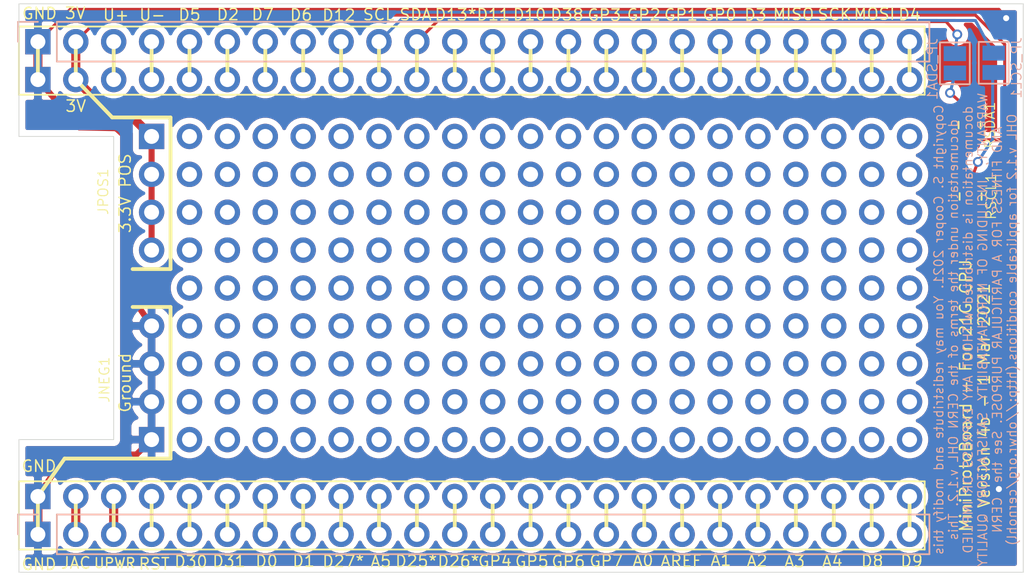
<source format=kicad_pcb>
(kicad_pcb (version 20171130) (host pcbnew "(5.1.8-0-10_14)")

  (general
    (thickness 1.6)
    (drawings 126)
    (tracks 98)
    (zones 0)
    (modules 11)
    (nets 50)
  )

  (page USLedger)
  (title_block
    (date 2019-12-29)
  )

  (layers
    (0 F.Cu signal)
    (31 B.Cu signal)
    (32 B.Adhes user hide)
    (33 F.Adhes user hide)
    (34 B.Paste user hide)
    (35 F.Paste user hide)
    (36 B.SilkS user)
    (37 F.SilkS user)
    (38 B.Mask user hide)
    (39 F.Mask user hide)
    (40 Dwgs.User user hide)
    (41 Cmts.User user hide)
    (42 Eco1.User user hide)
    (43 Eco2.User user hide)
    (44 Edge.Cuts user)
    (45 Margin user hide)
    (46 B.CrtYd user)
    (47 F.CrtYd user)
    (48 B.Fab user hide)
    (49 F.Fab user hide)
  )

  (setup
    (last_trace_width 0.2032)
    (trace_clearance 0.1778)
    (zone_clearance 0.4064)
    (zone_45_only no)
    (trace_min 0.1778)
    (via_size 0.6604)
    (via_drill 0.4064)
    (via_min_size 0.4064)
    (via_min_drill 0.3556)
    (uvia_size 0.3)
    (uvia_drill 0.1)
    (uvias_allowed no)
    (uvia_min_size 0.2)
    (uvia_min_drill 0.1)
    (edge_width 0.05)
    (segment_width 0.2)
    (pcb_text_width 0.3)
    (pcb_text_size 1.5 1.5)
    (mod_edge_width 0.12)
    (mod_text_size 0.5 0.5)
    (mod_text_width 0.07)
    (pad_size 1.7 1.7)
    (pad_drill 1)
    (pad_to_mask_clearance 0.0254)
    (solder_mask_min_width 0.0254)
    (aux_axis_origin 0 0)
    (visible_elements FEFDBF7F)
    (pcbplotparams
      (layerselection 0x010fc_ffffffff)
      (usegerberextensions false)
      (usegerberattributes false)
      (usegerberadvancedattributes false)
      (creategerberjobfile false)
      (excludeedgelayer true)
      (linewidth 0.100000)
      (plotframeref false)
      (viasonmask false)
      (mode 1)
      (useauxorigin false)
      (hpglpennumber 1)
      (hpglpenspeed 20)
      (hpglpendiameter 15.000000)
      (psnegative false)
      (psa4output false)
      (plotreference true)
      (plotvalue true)
      (plotinvisibletext false)
      (padsonsilk false)
      (subtractmaskfromsilk false)
      (outputformat 4)
      (mirror false)
      (drillshape 0)
      (scaleselection 1)
      (outputdirectory ""))
  )

  (net 0 "")
  (net 1 GND)
  (net 2 +3V3)
  (net 3 PWR_JACK)
  (net 4 PWR_USB)
  (net 5 ~RESET~)
  (net 6 PB22-D30)
  (net 7 PB23-D31)
  (net 8 PA11-D00-RX1)
  (net 9 PA10-D01-TX1)
  (net 10 PA28-D27-USBENA)
  (net 11 PB02-D19-A5)
  (net 12 PB03-D25-LRX)
  (net 13 PA27-D26-LTX)
  (net 14 GP4)
  (net 15 GP5)
  (net 16 GP6)
  (net 17 GP7)
  (net 18 PA02-D14-A0)
  (net 19 PA03-D42-AREF)
  (net 20 PB08-D15-A1)
  (net 21 PB09-D16-A2)
  (net 22 PA04-D17-A3)
  (net 23 PA05-D18-A4)
  (net 24 PA06-D08)
  (net 25 PA07-D09-I2S)
  (net 26 PA08-D04-NMI)
  (net 27 PB10-MOSI)
  (net 28 PB11-SCK)
  (net 29 PA12-MISO)
  (net 30 PA09-D03)
  (net 31 GP0)
  (net 32 GP1)
  (net 33 GP2)
  (net 34 GP3)
  (net 35 PA13-D38)
  (net 36 PA18-D10-RX2)
  (net 37 PA16-D11-TX2)
  (net 38 PA17-D13-DEFLED)
  (net 39 PA22-SDA)
  (net 40 PA23-SCL)
  (net 41 PA19-D12)
  (net 42 PA20-D06)
  (net 43 PA21-D07)
  (net 44 PA14-D02)
  (net 45 PA15-D05)
  (net 46 PA24-USBD-)
  (net 47 PA25-USBD+)
  (net 48 "Net-(JP_SCL1-Pad1)")
  (net 49 "Net-(JP_SDA1-Pad1)")

  (net_class Default "This is the default net class."
    (clearance 0.1778)
    (trace_width 0.2032)
    (via_dia 0.6604)
    (via_drill 0.4064)
    (uvia_dia 0.3)
    (uvia_drill 0.1)
    (diff_pair_width 0.2032)
    (diff_pair_gap 0.25)
    (add_net +3V3)
    (add_net GND)
    (add_net GP0)
    (add_net GP1)
    (add_net GP2)
    (add_net GP3)
    (add_net GP4)
    (add_net GP5)
    (add_net GP6)
    (add_net GP7)
    (add_net "Net-(JP_SCL1-Pad1)")
    (add_net "Net-(JP_SDA1-Pad1)")
    (add_net PA02-D14-A0)
    (add_net PA03-D42-AREF)
    (add_net PA04-D17-A3)
    (add_net PA05-D18-A4)
    (add_net PA06-D08)
    (add_net PA07-D09-I2S)
    (add_net PA08-D04-NMI)
    (add_net PA09-D03)
    (add_net PA10-D01-TX1)
    (add_net PA11-D00-RX1)
    (add_net PA12-MISO)
    (add_net PA13-D38)
    (add_net PA14-D02)
    (add_net PA15-D05)
    (add_net PA16-D11-TX2)
    (add_net PA17-D13-DEFLED)
    (add_net PA18-D10-RX2)
    (add_net PA19-D12)
    (add_net PA20-D06)
    (add_net PA21-D07)
    (add_net PA22-SDA)
    (add_net PA23-SCL)
    (add_net PA24-USBD-)
    (add_net PA25-USBD+)
    (add_net PA27-D26-LTX)
    (add_net PA28-D27-USBENA)
    (add_net PB02-D19-A5)
    (add_net PB03-D25-LRX)
    (add_net PB08-D15-A1)
    (add_net PB09-D16-A2)
    (add_net PB10-MOSI)
    (add_net PB11-SCK)
    (add_net PB22-D30)
    (add_net PB23-D31)
    (add_net PWR_JACK)
    (add_net PWR_USB)
    (add_net ~RESET~)
  )

  (module Connector_PinHeader_2.54mm:PinHeader_1x04_P2.54mm_Vertical (layer F.Cu) (tedit 603AA048) (tstamp 603B339B)
    (at 20.32 8.89)
    (descr "Through hole straight pin header, 1x04, 2.54mm pitch, single row")
    (tags "Through hole pin header THT 1x04 2.54mm single row")
    (path /603C9B36)
    (fp_text reference JPOS1 (at -3.24358 3.70332 90) (layer F.SilkS)
      (effects (font (size 0.6604 0.6604) (thickness 0.0762)))
    )
    (fp_text value Conn_01x04 (at 1.77292 4.31292 90) (layer F.Fab) hide
      (effects (font (size 0.3048 0.3048) (thickness 0.0508)))
    )
    (fp_text user %R (at 0 3.81 90) (layer F.Fab) hide
      (effects (font (size 1 1) (thickness 0.15)))
    )
    (pad 1 thru_hole rect (at 0 0) (size 1.7 1.7) (drill 1) (layers *.Cu *.Mask)
      (net 2 +3V3))
    (pad 2 thru_hole oval (at 0 2.54) (size 1.7 1.7) (drill 1) (layers *.Cu *.Mask)
      (net 2 +3V3))
    (pad 3 thru_hole oval (at 0 5.08) (size 1.7 1.7) (drill 1) (layers *.Cu *.Mask)
      (net 2 +3V3))
    (pad 4 thru_hole oval (at 0 7.62) (size 1.7 1.7) (drill 1) (layers *.Cu *.Mask)
      (net 2 +3V3))
    (model ${KISYS3DMOD}/Connector_PinHeader_2.54mm.3dshapes/PinHeader_1x04_P2.54mm_Vertical.wrl
      (at (xyz 0 0 0))
      (scale (xyz 1 1 1))
      (rotate (xyz 0 0 0))
    )
  )

  (module Connector_PinHeader_2.54mm:PinHeader_1x04_P2.54mm_Vertical (layer F.Cu) (tedit 603AA020) (tstamp 603B3383)
    (at 20.32 29.21 180)
    (descr "Through hole straight pin header, 1x04, 2.54mm pitch, single row")
    (tags "Through hole pin header THT 1x04 2.54mm single row")
    (path /603CB134)
    (fp_text reference JNEG1 (at 3.15976 4.01066 270) (layer F.SilkS)
      (effects (font (size 0.6604 0.6604) (thickness 0.0762)))
    )
    (fp_text value Conn_01x04 (at 1.77292 4.31292 270) (layer F.Fab) hide
      (effects (font (size 0.3048 0.3048) (thickness 0.0508)))
    )
    (fp_text user %R (at 0 3.81 270) (layer F.Fab) hide
      (effects (font (size 1 1) (thickness 0.15)))
    )
    (pad 4 thru_hole oval (at 0 7.62 180) (size 1.7 1.7) (drill 1) (layers *.Cu *.Mask)
      (net 1 GND))
    (pad 3 thru_hole oval (at 0 5.08 180) (size 1.7 1.7) (drill 1) (layers *.Cu *.Mask)
      (net 1 GND))
    (pad 2 thru_hole oval (at 0 2.54 180) (size 1.7 1.7) (drill 1) (layers *.Cu *.Mask)
      (net 1 GND))
    (pad 1 thru_hole rect (at 0 0 180) (size 1.7 1.7) (drill 1) (layers *.Cu *.Mask)
      (net 1 GND))
    (model ${KISYS3DMOD}/Connector_PinHeader_2.54mm.3dshapes/PinHeader_1x04_P2.54mm_Vertical.wrl
      (at (xyz 0 0 0))
      (scale (xyz 1 1 1))
      (rotate (xyz 0 0 0))
    )
  )

  (module protoboard:10x24_P2.54mm (layer F.Cu) (tedit 603A9E3C) (tstamp 6026A250)
    (at 20.32 31.75 90)
    (fp_text reference REF** (at 10.5918 -1.33604 90) (layer F.SilkS) hide
      (effects (font (size 1 1) (thickness 0.15)))
    )
    (fp_text value 9x24_P2.54mm (at 12.67714 52.28082 90) (layer F.Fab) hide
      (effects (font (size 1 1) (thickness 0.15)))
    )
    (fp_text user %R (at 12.67714 53.5432 270) (layer F.Fab) hide
      (effects (font (size 1 1) (thickness 0.15)))
    )
    (pad 14 thru_hole oval (at 22.86 33.02 90) (size 1.7 1.7) (drill 1) (layers *.Cu *.Mask))
    (pad 18 thru_hole oval (at 22.86 43.18 90) (size 1.7 1.7) (drill 1) (layers *.Cu *.Mask))
    (pad 17 thru_hole oval (at 22.86 40.64 90) (size 1.7 1.7) (drill 1) (layers *.Cu *.Mask))
    (pad 8 thru_hole oval (at 22.86 17.78 90) (size 1.7 1.7) (drill 1) (layers *.Cu *.Mask))
    (pad 9 thru_hole oval (at 22.86 20.32 90) (size 1.7 1.7) (drill 1) (layers *.Cu *.Mask))
    (pad 10 thru_hole oval (at 22.86 22.86 90) (size 1.7 1.7) (drill 1) (layers *.Cu *.Mask))
    (pad 16 thru_hole oval (at 22.86 38.1 90) (size 1.7 1.7) (drill 1) (layers *.Cu *.Mask))
    (pad 15 thru_hole oval (at 22.86 35.56 90) (size 1.7 1.7) (drill 1) (layers *.Cu *.Mask))
    (pad 6 thru_hole oval (at 22.86 12.7 90) (size 1.7 1.7) (drill 1) (layers *.Cu *.Mask))
    (pad 4 thru_hole oval (at 22.86 7.62 90) (size 1.7 1.7) (drill 1) (layers *.Cu *.Mask))
    (pad 3 thru_hole oval (at 22.86 5.08 90) (size 1.7 1.7) (drill 1) (layers *.Cu *.Mask))
    (pad 2 thru_hole oval (at 22.86 2.54 90) (size 1.7 1.7) (drill 1) (layers *.Cu *.Mask))
    (pad 12 thru_hole oval (at 22.86 27.94 90) (size 1.7 1.7) (drill 1) (layers *.Cu *.Mask))
    (pad 11 thru_hole oval (at 22.86 25.4 90) (size 1.7 1.7) (drill 1) (layers *.Cu *.Mask))
    (pad 19 thru_hole oval (at 22.86 45.72 90) (size 1.7 1.7) (drill 1) (layers *.Cu *.Mask))
    (pad 13 thru_hole oval (at 22.86 30.48 90) (size 1.7 1.7) (drill 1) (layers *.Cu *.Mask))
    (pad 7 thru_hole oval (at 22.86 15.24 90) (size 1.7 1.7) (drill 1) (layers *.Cu *.Mask))
    (pad 21 thru_hole oval (at 22.86 50.8 90) (size 1.7 1.7) (drill 1) (layers *.Cu *.Mask))
    (pad 20 thru_hole oval (at 22.86 48.26 90) (size 1.7 1.7) (drill 1) (layers *.Cu *.Mask))
    (pad 5 thru_hole oval (at 22.86 10.16 90) (size 1.7 1.7) (drill 1) (layers *.Cu *.Mask))
    (pad 14 thru_hole oval (at 20.32 33.02 90) (size 1.7 1.7) (drill 1) (layers *.Cu *.Mask))
    (pad 18 thru_hole oval (at 20.32 43.18 90) (size 1.7 1.7) (drill 1) (layers *.Cu *.Mask))
    (pad 17 thru_hole oval (at 20.32 40.64 90) (size 1.7 1.7) (drill 1) (layers *.Cu *.Mask))
    (pad 8 thru_hole oval (at 20.32 17.78 90) (size 1.7 1.7) (drill 1) (layers *.Cu *.Mask))
    (pad 9 thru_hole oval (at 20.32 20.32 90) (size 1.7 1.7) (drill 1) (layers *.Cu *.Mask))
    (pad 10 thru_hole oval (at 20.32 22.86 90) (size 1.7 1.7) (drill 1) (layers *.Cu *.Mask))
    (pad 16 thru_hole oval (at 20.32 38.1 90) (size 1.7 1.7) (drill 1) (layers *.Cu *.Mask))
    (pad 15 thru_hole oval (at 20.32 35.56 90) (size 1.7 1.7) (drill 1) (layers *.Cu *.Mask))
    (pad 6 thru_hole oval (at 20.32 12.7 90) (size 1.7 1.7) (drill 1) (layers *.Cu *.Mask))
    (pad 4 thru_hole oval (at 20.32 7.62 90) (size 1.7 1.7) (drill 1) (layers *.Cu *.Mask))
    (pad 3 thru_hole oval (at 20.32 5.08 90) (size 1.7 1.7) (drill 1) (layers *.Cu *.Mask))
    (pad 2 thru_hole oval (at 20.32 2.54 90) (size 1.7 1.7) (drill 1) (layers *.Cu *.Mask))
    (pad 12 thru_hole oval (at 20.32 27.94 90) (size 1.7 1.7) (drill 1) (layers *.Cu *.Mask))
    (pad 11 thru_hole oval (at 20.32 25.4 90) (size 1.7 1.7) (drill 1) (layers *.Cu *.Mask))
    (pad 19 thru_hole oval (at 20.32 45.72 90) (size 1.7 1.7) (drill 1) (layers *.Cu *.Mask))
    (pad 13 thru_hole oval (at 20.32 30.48 90) (size 1.7 1.7) (drill 1) (layers *.Cu *.Mask))
    (pad 7 thru_hole oval (at 20.32 15.24 90) (size 1.7 1.7) (drill 1) (layers *.Cu *.Mask))
    (pad 21 thru_hole oval (at 20.32 50.8 90) (size 1.7 1.7) (drill 1) (layers *.Cu *.Mask))
    (pad 20 thru_hole oval (at 20.32 48.26 90) (size 1.7 1.7) (drill 1) (layers *.Cu *.Mask))
    (pad 5 thru_hole oval (at 20.32 10.16 90) (size 1.7 1.7) (drill 1) (layers *.Cu *.Mask))
    (pad 14 thru_hole oval (at 17.78 33.02 90) (size 1.7 1.7) (drill 1) (layers *.Cu *.Mask))
    (pad 18 thru_hole oval (at 17.78 43.18 90) (size 1.7 1.7) (drill 1) (layers *.Cu *.Mask))
    (pad 17 thru_hole oval (at 17.78 40.64 90) (size 1.7 1.7) (drill 1) (layers *.Cu *.Mask))
    (pad 8 thru_hole oval (at 17.78 17.78 90) (size 1.7 1.7) (drill 1) (layers *.Cu *.Mask))
    (pad 9 thru_hole oval (at 17.78 20.32 90) (size 1.7 1.7) (drill 1) (layers *.Cu *.Mask))
    (pad 10 thru_hole oval (at 17.78 22.86 90) (size 1.7 1.7) (drill 1) (layers *.Cu *.Mask))
    (pad 16 thru_hole oval (at 17.78 38.1 90) (size 1.7 1.7) (drill 1) (layers *.Cu *.Mask))
    (pad 15 thru_hole oval (at 17.78 35.56 90) (size 1.7 1.7) (drill 1) (layers *.Cu *.Mask))
    (pad 6 thru_hole oval (at 17.78 12.7 90) (size 1.7 1.7) (drill 1) (layers *.Cu *.Mask))
    (pad 4 thru_hole oval (at 17.78 7.62 90) (size 1.7 1.7) (drill 1) (layers *.Cu *.Mask))
    (pad 3 thru_hole oval (at 17.78 5.08 90) (size 1.7 1.7) (drill 1) (layers *.Cu *.Mask))
    (pad 2 thru_hole oval (at 17.78 2.54 90) (size 1.7 1.7) (drill 1) (layers *.Cu *.Mask))
    (pad 12 thru_hole oval (at 17.78 27.94 90) (size 1.7 1.7) (drill 1) (layers *.Cu *.Mask))
    (pad 11 thru_hole oval (at 17.78 25.4 90) (size 1.7 1.7) (drill 1) (layers *.Cu *.Mask))
    (pad 19 thru_hole oval (at 17.78 45.72 90) (size 1.7 1.7) (drill 1) (layers *.Cu *.Mask))
    (pad 13 thru_hole oval (at 17.78 30.48 90) (size 1.7 1.7) (drill 1) (layers *.Cu *.Mask))
    (pad 7 thru_hole oval (at 17.78 15.24 90) (size 1.7 1.7) (drill 1) (layers *.Cu *.Mask))
    (pad 21 thru_hole oval (at 17.78 50.8 90) (size 1.7 1.7) (drill 1) (layers *.Cu *.Mask))
    (pad 20 thru_hole oval (at 17.78 48.26 90) (size 1.7 1.7) (drill 1) (layers *.Cu *.Mask))
    (pad 5 thru_hole oval (at 17.78 10.16 90) (size 1.7 1.7) (drill 1) (layers *.Cu *.Mask))
    (pad 14 thru_hole oval (at 15.24 33.02 90) (size 1.7 1.7) (drill 1) (layers *.Cu *.Mask))
    (pad 18 thru_hole oval (at 15.24 43.18 90) (size 1.7 1.7) (drill 1) (layers *.Cu *.Mask))
    (pad 17 thru_hole oval (at 15.24 40.64 90) (size 1.7 1.7) (drill 1) (layers *.Cu *.Mask))
    (pad 8 thru_hole oval (at 15.24 17.78 90) (size 1.7 1.7) (drill 1) (layers *.Cu *.Mask))
    (pad 9 thru_hole oval (at 15.24 20.32 90) (size 1.7 1.7) (drill 1) (layers *.Cu *.Mask))
    (pad 10 thru_hole oval (at 15.24 22.86 90) (size 1.7 1.7) (drill 1) (layers *.Cu *.Mask))
    (pad 16 thru_hole oval (at 15.24 38.1 90) (size 1.7 1.7) (drill 1) (layers *.Cu *.Mask))
    (pad 15 thru_hole oval (at 15.24 35.56 90) (size 1.7 1.7) (drill 1) (layers *.Cu *.Mask))
    (pad 6 thru_hole oval (at 15.24 12.7 90) (size 1.7 1.7) (drill 1) (layers *.Cu *.Mask))
    (pad 4 thru_hole oval (at 15.24 7.62 90) (size 1.7 1.7) (drill 1) (layers *.Cu *.Mask))
    (pad 3 thru_hole oval (at 15.24 5.08 90) (size 1.7 1.7) (drill 1) (layers *.Cu *.Mask))
    (pad 2 thru_hole oval (at 15.24 2.54 90) (size 1.7 1.7) (drill 1) (layers *.Cu *.Mask))
    (pad 12 thru_hole oval (at 15.24 27.94 90) (size 1.7 1.7) (drill 1) (layers *.Cu *.Mask))
    (pad 11 thru_hole oval (at 15.24 25.4 90) (size 1.7 1.7) (drill 1) (layers *.Cu *.Mask))
    (pad 19 thru_hole oval (at 15.24 45.72 90) (size 1.7 1.7) (drill 1) (layers *.Cu *.Mask))
    (pad 13 thru_hole oval (at 15.24 30.48 90) (size 1.7 1.7) (drill 1) (layers *.Cu *.Mask))
    (pad 7 thru_hole oval (at 15.24 15.24 90) (size 1.7 1.7) (drill 1) (layers *.Cu *.Mask))
    (pad 21 thru_hole oval (at 15.24 50.8 90) (size 1.7 1.7) (drill 1) (layers *.Cu *.Mask))
    (pad 20 thru_hole oval (at 15.24 48.26 90) (size 1.7 1.7) (drill 1) (layers *.Cu *.Mask))
    (pad 5 thru_hole oval (at 15.24 10.16 90) (size 1.7 1.7) (drill 1) (layers *.Cu *.Mask))
    (pad 14 thru_hole oval (at 12.7 33.02 90) (size 1.7 1.7) (drill 1) (layers *.Cu *.Mask))
    (pad 18 thru_hole oval (at 12.7 43.18 90) (size 1.7 1.7) (drill 1) (layers *.Cu *.Mask))
    (pad 17 thru_hole oval (at 12.7 40.64 90) (size 1.7 1.7) (drill 1) (layers *.Cu *.Mask))
    (pad 8 thru_hole oval (at 12.7 17.78 90) (size 1.7 1.7) (drill 1) (layers *.Cu *.Mask))
    (pad 9 thru_hole oval (at 12.7 20.32 90) (size 1.7 1.7) (drill 1) (layers *.Cu *.Mask))
    (pad 10 thru_hole oval (at 12.7 22.86 90) (size 1.7 1.7) (drill 1) (layers *.Cu *.Mask))
    (pad 16 thru_hole oval (at 12.7 38.1 90) (size 1.7 1.7) (drill 1) (layers *.Cu *.Mask))
    (pad 15 thru_hole oval (at 12.7 35.56 90) (size 1.7 1.7) (drill 1) (layers *.Cu *.Mask))
    (pad 6 thru_hole oval (at 12.7 12.7 90) (size 1.7 1.7) (drill 1) (layers *.Cu *.Mask))
    (pad 4 thru_hole oval (at 12.7 7.62 90) (size 1.7 1.7) (drill 1) (layers *.Cu *.Mask))
    (pad 3 thru_hole oval (at 12.7 5.08 90) (size 1.7 1.7) (drill 1) (layers *.Cu *.Mask))
    (pad 2 thru_hole oval (at 12.7 2.54 90) (size 1.7 1.7) (drill 1) (layers *.Cu *.Mask))
    (pad 12 thru_hole oval (at 12.7 27.94 90) (size 1.7 1.7) (drill 1) (layers *.Cu *.Mask))
    (pad 11 thru_hole oval (at 12.7 25.4 90) (size 1.7 1.7) (drill 1) (layers *.Cu *.Mask))
    (pad 21 thru_hole oval (at 12.7 50.8 90) (size 1.7 1.7) (drill 1) (layers *.Cu *.Mask))
    (pad 20 thru_hole oval (at 12.7 48.26 90) (size 1.7 1.7) (drill 1) (layers *.Cu *.Mask))
    (pad 19 thru_hole oval (at 12.7 45.72 90) (size 1.7 1.7) (drill 1) (layers *.Cu *.Mask))
    (pad 13 thru_hole oval (at 12.7 30.48 90) (size 1.7 1.7) (drill 1) (layers *.Cu *.Mask))
    (pad 7 thru_hole oval (at 12.7 15.24 90) (size 1.7 1.7) (drill 1) (layers *.Cu *.Mask))
    (pad 5 thru_hole oval (at 12.7 10.16 90) (size 1.7 1.7) (drill 1) (layers *.Cu *.Mask))
    (pad 14 thru_hole oval (at 10.16 33.02 90) (size 1.7 1.7) (drill 1) (layers *.Cu *.Mask))
    (pad 18 thru_hole oval (at 10.16 43.18 90) (size 1.7 1.7) (drill 1) (layers *.Cu *.Mask))
    (pad 17 thru_hole oval (at 10.16 40.64 90) (size 1.7 1.7) (drill 1) (layers *.Cu *.Mask))
    (pad 8 thru_hole oval (at 10.16 17.78 90) (size 1.7 1.7) (drill 1) (layers *.Cu *.Mask))
    (pad 9 thru_hole oval (at 10.16 20.32 90) (size 1.7 1.7) (drill 1) (layers *.Cu *.Mask))
    (pad 10 thru_hole oval (at 10.16 22.86 90) (size 1.7 1.7) (drill 1) (layers *.Cu *.Mask))
    (pad 16 thru_hole oval (at 10.16 38.1 90) (size 1.7 1.7) (drill 1) (layers *.Cu *.Mask))
    (pad 15 thru_hole oval (at 10.16 35.56 90) (size 1.7 1.7) (drill 1) (layers *.Cu *.Mask))
    (pad 6 thru_hole oval (at 10.16 12.7 90) (size 1.7 1.7) (drill 1) (layers *.Cu *.Mask))
    (pad 4 thru_hole oval (at 10.16 7.62 90) (size 1.7 1.7) (drill 1) (layers *.Cu *.Mask))
    (pad 3 thru_hole oval (at 10.16 5.08 90) (size 1.7 1.7) (drill 1) (layers *.Cu *.Mask))
    (pad 2 thru_hole oval (at 10.16 2.54 90) (size 1.7 1.7) (drill 1) (layers *.Cu *.Mask))
    (pad 12 thru_hole oval (at 10.16 27.94 90) (size 1.7 1.7) (drill 1) (layers *.Cu *.Mask))
    (pad 11 thru_hole oval (at 10.16 25.4 90) (size 1.7 1.7) (drill 1) (layers *.Cu *.Mask))
    (pad 21 thru_hole oval (at 10.16 50.8 90) (size 1.7 1.7) (drill 1) (layers *.Cu *.Mask))
    (pad 20 thru_hole oval (at 10.16 48.26 90) (size 1.7 1.7) (drill 1) (layers *.Cu *.Mask))
    (pad 19 thru_hole oval (at 10.16 45.72 90) (size 1.7 1.7) (drill 1) (layers *.Cu *.Mask))
    (pad 13 thru_hole oval (at 10.16 30.48 90) (size 1.7 1.7) (drill 1) (layers *.Cu *.Mask))
    (pad 7 thru_hole oval (at 10.16 15.24 90) (size 1.7 1.7) (drill 1) (layers *.Cu *.Mask))
    (pad 5 thru_hole oval (at 10.16 10.16 90) (size 1.7 1.7) (drill 1) (layers *.Cu *.Mask))
    (pad 14 thru_hole oval (at 7.62 33.02 90) (size 1.7 1.7) (drill 1) (layers *.Cu *.Mask))
    (pad 18 thru_hole oval (at 7.62 43.18 90) (size 1.7 1.7) (drill 1) (layers *.Cu *.Mask))
    (pad 17 thru_hole oval (at 7.62 40.64 90) (size 1.7 1.7) (drill 1) (layers *.Cu *.Mask))
    (pad 8 thru_hole oval (at 7.62 17.78 90) (size 1.7 1.7) (drill 1) (layers *.Cu *.Mask))
    (pad 9 thru_hole oval (at 7.62 20.32 90) (size 1.7 1.7) (drill 1) (layers *.Cu *.Mask))
    (pad 10 thru_hole oval (at 7.62 22.86 90) (size 1.7 1.7) (drill 1) (layers *.Cu *.Mask))
    (pad 16 thru_hole oval (at 7.62 38.1 90) (size 1.7 1.7) (drill 1) (layers *.Cu *.Mask))
    (pad 15 thru_hole oval (at 7.62 35.56 90) (size 1.7 1.7) (drill 1) (layers *.Cu *.Mask))
    (pad 6 thru_hole oval (at 7.62 12.7 90) (size 1.7 1.7) (drill 1) (layers *.Cu *.Mask))
    (pad 4 thru_hole oval (at 7.62 7.62 90) (size 1.7 1.7) (drill 1) (layers *.Cu *.Mask))
    (pad 3 thru_hole oval (at 7.62 5.08 90) (size 1.7 1.7) (drill 1) (layers *.Cu *.Mask))
    (pad 2 thru_hole oval (at 7.62 2.54 90) (size 1.7 1.7) (drill 1) (layers *.Cu *.Mask))
    (pad 12 thru_hole oval (at 7.62 27.94 90) (size 1.7 1.7) (drill 1) (layers *.Cu *.Mask))
    (pad 11 thru_hole oval (at 7.62 25.4 90) (size 1.7 1.7) (drill 1) (layers *.Cu *.Mask))
    (pad 21 thru_hole oval (at 7.62 50.8 90) (size 1.7 1.7) (drill 1) (layers *.Cu *.Mask))
    (pad 20 thru_hole oval (at 7.62 48.26 90) (size 1.7 1.7) (drill 1) (layers *.Cu *.Mask))
    (pad 19 thru_hole oval (at 7.62 45.72 90) (size 1.7 1.7) (drill 1) (layers *.Cu *.Mask))
    (pad 13 thru_hole oval (at 7.62 30.48 90) (size 1.7 1.7) (drill 1) (layers *.Cu *.Mask))
    (pad 7 thru_hole oval (at 7.62 15.24 90) (size 1.7 1.7) (drill 1) (layers *.Cu *.Mask))
    (pad 5 thru_hole oval (at 7.62 10.16 90) (size 1.7 1.7) (drill 1) (layers *.Cu *.Mask))
    (pad 14 thru_hole oval (at 5.08 33.02 90) (size 1.7 1.7) (drill 1) (layers *.Cu *.Mask))
    (pad 18 thru_hole oval (at 5.08 43.18 90) (size 1.7 1.7) (drill 1) (layers *.Cu *.Mask))
    (pad 17 thru_hole oval (at 5.08 40.64 90) (size 1.7 1.7) (drill 1) (layers *.Cu *.Mask))
    (pad 8 thru_hole oval (at 5.08 17.78 90) (size 1.7 1.7) (drill 1) (layers *.Cu *.Mask))
    (pad 9 thru_hole oval (at 5.08 20.32 90) (size 1.7 1.7) (drill 1) (layers *.Cu *.Mask))
    (pad 10 thru_hole oval (at 5.08 22.86 90) (size 1.7 1.7) (drill 1) (layers *.Cu *.Mask))
    (pad 16 thru_hole oval (at 5.08 38.1 90) (size 1.7 1.7) (drill 1) (layers *.Cu *.Mask))
    (pad 15 thru_hole oval (at 5.08 35.56 90) (size 1.7 1.7) (drill 1) (layers *.Cu *.Mask))
    (pad 6 thru_hole oval (at 5.08 12.7 90) (size 1.7 1.7) (drill 1) (layers *.Cu *.Mask))
    (pad 4 thru_hole oval (at 5.08 7.62 90) (size 1.7 1.7) (drill 1) (layers *.Cu *.Mask))
    (pad 3 thru_hole oval (at 5.08 5.08 90) (size 1.7 1.7) (drill 1) (layers *.Cu *.Mask))
    (pad 2 thru_hole oval (at 5.08 2.54 90) (size 1.7 1.7) (drill 1) (layers *.Cu *.Mask))
    (pad 12 thru_hole oval (at 5.08 27.94 90) (size 1.7 1.7) (drill 1) (layers *.Cu *.Mask))
    (pad 11 thru_hole oval (at 5.08 25.4 90) (size 1.7 1.7) (drill 1) (layers *.Cu *.Mask))
    (pad 21 thru_hole oval (at 5.08 50.8 90) (size 1.7 1.7) (drill 1) (layers *.Cu *.Mask))
    (pad 20 thru_hole oval (at 5.08 48.26 90) (size 1.7 1.7) (drill 1) (layers *.Cu *.Mask))
    (pad 19 thru_hole oval (at 5.08 45.72 90) (size 1.7 1.7) (drill 1) (layers *.Cu *.Mask))
    (pad 13 thru_hole oval (at 5.08 30.48 90) (size 1.7 1.7) (drill 1) (layers *.Cu *.Mask))
    (pad 7 thru_hole oval (at 5.08 15.24 90) (size 1.7 1.7) (drill 1) (layers *.Cu *.Mask))
    (pad 5 thru_hole oval (at 5.08 10.16 90) (size 1.7 1.7) (drill 1) (layers *.Cu *.Mask))
    (pad 6 thru_hole oval (at 2.54 12.7 90) (size 1.7 1.7) (drill 1) (layers *.Cu *.Mask))
    (pad 4 thru_hole oval (at 2.54 7.62 90) (size 1.7 1.7) (drill 1) (layers *.Cu *.Mask))
    (pad 3 thru_hole oval (at 2.54 5.08 90) (size 1.7 1.7) (drill 1) (layers *.Cu *.Mask))
    (pad 2 thru_hole oval (at 2.54 2.54 90) (size 1.7 1.7) (drill 1) (layers *.Cu *.Mask))
    (pad 12 thru_hole oval (at 2.54 27.94 90) (size 1.7 1.7) (drill 1) (layers *.Cu *.Mask))
    (pad 11 thru_hole oval (at 2.54 25.4 90) (size 1.7 1.7) (drill 1) (layers *.Cu *.Mask))
    (pad 21 thru_hole oval (at 2.54 50.8 90) (size 1.7 1.7) (drill 1) (layers *.Cu *.Mask))
    (pad 20 thru_hole oval (at 2.54 48.26 90) (size 1.7 1.7) (drill 1) (layers *.Cu *.Mask))
    (pad 19 thru_hole oval (at 2.54 45.72 90) (size 1.7 1.7) (drill 1) (layers *.Cu *.Mask))
    (pad 18 thru_hole oval (at 2.54 43.18 90) (size 1.7 1.7) (drill 1) (layers *.Cu *.Mask))
    (pad 17 thru_hole oval (at 2.54 40.64 90) (size 1.7 1.7) (drill 1) (layers *.Cu *.Mask))
    (pad 16 thru_hole oval (at 2.54 38.1 90) (size 1.7 1.7) (drill 1) (layers *.Cu *.Mask))
    (pad 15 thru_hole oval (at 2.54 35.56 90) (size 1.7 1.7) (drill 1) (layers *.Cu *.Mask))
    (pad 8 thru_hole oval (at 2.54 17.78 90) (size 1.7 1.7) (drill 1) (layers *.Cu *.Mask))
    (pad 5 thru_hole oval (at 2.54 10.16 90) (size 1.7 1.7) (drill 1) (layers *.Cu *.Mask))
    (pad 10 thru_hole oval (at 2.54 22.86 90) (size 1.7 1.7) (drill 1) (layers *.Cu *.Mask))
    (pad 14 thru_hole oval (at 2.54 33.02 90) (size 1.7 1.7) (drill 1) (layers *.Cu *.Mask))
    (pad 13 thru_hole oval (at 2.54 30.48 90) (size 1.7 1.7) (drill 1) (layers *.Cu *.Mask))
    (pad 7 thru_hole oval (at 2.54 15.24 90) (size 1.7 1.7) (drill 1) (layers *.Cu *.Mask))
    (pad 9 thru_hole oval (at 2.54 20.32 90) (size 1.7 1.7) (drill 1) (layers *.Cu *.Mask))
  )

  (module Connector_PinHeader_2.54mm:PinHeader_1x24_P2.54mm_Vertical (layer B.Cu) (tedit 59FED5CC) (tstamp 60262AFF)
    (at 12.7 35.56 270)
    (descr "Through hole straight pin header, 1x24, 2.54mm pitch, single row")
    (tags "Through hole pin header THT 1x24 2.54mm single row")
    (path /602E36F8)
    (fp_text reference J_L1 (at 0.12446 -3.90398 270) (layer B.SilkS) hide
      (effects (font (size 0.6096 0.6096) (thickness 0.0762)) (justify mirror))
    )
    (fp_text value Conn_01x24 (at 0.97536 -39.35984) (layer B.Fab)
      (effects (font (size 0.3048 0.3048) (thickness 0.0508)) (justify mirror))
    )
    (fp_line (start 1.8 1.8) (end -1.8 1.8) (layer B.CrtYd) (width 0.05))
    (fp_line (start 1.8 -60.2) (end 1.8 1.8) (layer B.CrtYd) (width 0.05))
    (fp_line (start -1.8 -60.2) (end 1.8 -60.2) (layer B.CrtYd) (width 0.05))
    (fp_line (start -1.8 1.8) (end -1.8 -60.2) (layer B.CrtYd) (width 0.05))
    (fp_line (start -1.33 1.33) (end 0 1.33) (layer B.SilkS) (width 0.12))
    (fp_line (start -1.33 0) (end -1.33 1.33) (layer B.SilkS) (width 0.12))
    (fp_line (start -1.33 -1.27) (end 1.33 -1.27) (layer B.SilkS) (width 0.12))
    (fp_line (start 1.33 -1.27) (end 1.33 -59.75) (layer B.SilkS) (width 0.12))
    (fp_line (start -1.33 -1.27) (end -1.33 -59.75) (layer B.SilkS) (width 0.12))
    (fp_line (start -1.33 -59.75) (end 1.33 -59.75) (layer B.SilkS) (width 0.12))
    (fp_line (start -1.27 0.635) (end -0.635 1.27) (layer B.Fab) (width 0.1))
    (fp_line (start -1.27 -59.69) (end -1.27 0.635) (layer B.Fab) (width 0.1))
    (fp_line (start 1.27 -59.69) (end -1.27 -59.69) (layer B.Fab) (width 0.1))
    (fp_line (start 1.27 1.27) (end 1.27 -59.69) (layer B.Fab) (width 0.1))
    (fp_line (start -0.635 1.27) (end 1.27 1.27) (layer B.Fab) (width 0.1))
    (fp_text user %R (at 0 -29.21) (layer B.Fab)
      (effects (font (size 1 1) (thickness 0.15)) (justify mirror))
    )
    (pad 24 thru_hole oval (at 0 -58.42 270) (size 1.7 1.7) (drill 1) (layers *.Cu *.Mask)
      (net 25 PA07-D09-I2S))
    (pad 23 thru_hole oval (at 0 -55.88 270) (size 1.7 1.7) (drill 1) (layers *.Cu *.Mask)
      (net 24 PA06-D08))
    (pad 22 thru_hole oval (at 0 -53.34 270) (size 1.7 1.7) (drill 1) (layers *.Cu *.Mask)
      (net 23 PA05-D18-A4))
    (pad 21 thru_hole oval (at 0 -50.8 270) (size 1.7 1.7) (drill 1) (layers *.Cu *.Mask)
      (net 22 PA04-D17-A3))
    (pad 20 thru_hole oval (at 0 -48.26 270) (size 1.7 1.7) (drill 1) (layers *.Cu *.Mask)
      (net 21 PB09-D16-A2))
    (pad 19 thru_hole oval (at 0 -45.72 270) (size 1.7 1.7) (drill 1) (layers *.Cu *.Mask)
      (net 20 PB08-D15-A1))
    (pad 18 thru_hole oval (at 0 -43.18 270) (size 1.7 1.7) (drill 1) (layers *.Cu *.Mask)
      (net 19 PA03-D42-AREF))
    (pad 17 thru_hole oval (at 0 -40.64 270) (size 1.7 1.7) (drill 1) (layers *.Cu *.Mask)
      (net 18 PA02-D14-A0))
    (pad 16 thru_hole oval (at 0 -38.1 270) (size 1.7 1.7) (drill 1) (layers *.Cu *.Mask)
      (net 17 GP7))
    (pad 15 thru_hole oval (at 0 -35.56 270) (size 1.7 1.7) (drill 1) (layers *.Cu *.Mask)
      (net 16 GP6))
    (pad 14 thru_hole oval (at 0 -33.02 270) (size 1.7 1.7) (drill 1) (layers *.Cu *.Mask)
      (net 15 GP5))
    (pad 13 thru_hole oval (at 0 -30.48 270) (size 1.7 1.7) (drill 1) (layers *.Cu *.Mask)
      (net 14 GP4))
    (pad 12 thru_hole oval (at 0 -27.94 270) (size 1.7 1.7) (drill 1) (layers *.Cu *.Mask)
      (net 13 PA27-D26-LTX))
    (pad 11 thru_hole oval (at 0 -25.4 270) (size 1.7 1.7) (drill 1) (layers *.Cu *.Mask)
      (net 12 PB03-D25-LRX))
    (pad 10 thru_hole oval (at 0 -22.86 270) (size 1.7 1.7) (drill 1) (layers *.Cu *.Mask)
      (net 11 PB02-D19-A5))
    (pad 9 thru_hole oval (at 0 -20.32 270) (size 1.7 1.7) (drill 1) (layers *.Cu *.Mask)
      (net 10 PA28-D27-USBENA))
    (pad 8 thru_hole oval (at 0 -17.78 270) (size 1.7 1.7) (drill 1) (layers *.Cu *.Mask)
      (net 9 PA10-D01-TX1))
    (pad 7 thru_hole oval (at 0 -15.24 270) (size 1.7 1.7) (drill 1) (layers *.Cu *.Mask)
      (net 8 PA11-D00-RX1))
    (pad 6 thru_hole oval (at 0 -12.7 270) (size 1.7 1.7) (drill 1) (layers *.Cu *.Mask)
      (net 7 PB23-D31))
    (pad 5 thru_hole oval (at 0 -10.16 270) (size 1.7 1.7) (drill 1) (layers *.Cu *.Mask)
      (net 6 PB22-D30))
    (pad 4 thru_hole oval (at 0 -7.62 270) (size 1.7 1.7) (drill 1) (layers *.Cu *.Mask)
      (net 5 ~RESET~))
    (pad 3 thru_hole oval (at 0 -5.08 270) (size 1.7 1.7) (drill 1) (layers *.Cu *.Mask)
      (net 4 PWR_USB))
    (pad 2 thru_hole oval (at 0 -2.54 270) (size 1.7 1.7) (drill 1) (layers *.Cu *.Mask)
      (net 3 PWR_JACK))
    (pad 1 thru_hole rect (at 0 0 270) (size 1.7 1.7) (drill 1) (layers *.Cu *.Mask)
      (net 1 GND))
    (model ${KISYS3DMOD}/Connector_PinHeader_2.54mm.3dshapes/PinHeader_1x24_P2.54mm_Vertical.wrl
      (at (xyz 0 0 0))
      (scale (xyz 1 1 1))
      (rotate (xyz 0 0 0))
    )
  )

  (module Connector_PinHeader_2.54mm:PinHeader_1x24_P2.54mm_Vertical (layer B.Cu) (tedit 59FED5CC) (tstamp 60262B1C)
    (at 12.7 2.54 270)
    (descr "Through hole straight pin header, 1x24, 2.54mm pitch, single row")
    (tags "Through hole pin header THT 1x24 2.54mm single row")
    (path /602E1F6C)
    (fp_text reference J_R1 (at 0.12446 -3.90398 270) (layer B.SilkS) hide
      (effects (font (size 0.6096 0.6096) (thickness 0.0762)) (justify mirror))
    )
    (fp_text value Conn_01x24 (at 0.97536 -39.35984) (layer B.Fab)
      (effects (font (size 0.3048 0.3048) (thickness 0.0508)) (justify mirror))
    )
    (fp_line (start 1.8 1.8) (end -1.8 1.8) (layer B.CrtYd) (width 0.05))
    (fp_line (start 1.8 -60.2) (end 1.8 1.8) (layer B.CrtYd) (width 0.05))
    (fp_line (start -1.8 -60.2) (end 1.8 -60.2) (layer B.CrtYd) (width 0.05))
    (fp_line (start -1.8 1.8) (end -1.8 -60.2) (layer B.CrtYd) (width 0.05))
    (fp_line (start -1.33 1.33) (end 0 1.33) (layer B.SilkS) (width 0.12))
    (fp_line (start -1.33 0) (end -1.33 1.33) (layer B.SilkS) (width 0.12))
    (fp_line (start -1.33 -1.27) (end 1.33 -1.27) (layer B.SilkS) (width 0.12))
    (fp_line (start 1.33 -1.27) (end 1.33 -59.75) (layer B.SilkS) (width 0.12))
    (fp_line (start -1.33 -1.27) (end -1.33 -59.75) (layer B.SilkS) (width 0.12))
    (fp_line (start -1.33 -59.75) (end 1.33 -59.75) (layer B.SilkS) (width 0.12))
    (fp_line (start -1.27 0.635) (end -0.635 1.27) (layer B.Fab) (width 0.1))
    (fp_line (start -1.27 -59.69) (end -1.27 0.635) (layer B.Fab) (width 0.1))
    (fp_line (start 1.27 -59.69) (end -1.27 -59.69) (layer B.Fab) (width 0.1))
    (fp_line (start 1.27 1.27) (end 1.27 -59.69) (layer B.Fab) (width 0.1))
    (fp_line (start -0.635 1.27) (end 1.27 1.27) (layer B.Fab) (width 0.1))
    (fp_text user %R (at 0 -29.21) (layer B.Fab)
      (effects (font (size 1 1) (thickness 0.15)) (justify mirror))
    )
    (pad 24 thru_hole oval (at 0 -58.42 270) (size 1.7 1.7) (drill 1) (layers *.Cu *.Mask)
      (net 26 PA08-D04-NMI))
    (pad 23 thru_hole oval (at 0 -55.88 270) (size 1.7 1.7) (drill 1) (layers *.Cu *.Mask)
      (net 27 PB10-MOSI))
    (pad 22 thru_hole oval (at 0 -53.34 270) (size 1.7 1.7) (drill 1) (layers *.Cu *.Mask)
      (net 28 PB11-SCK))
    (pad 21 thru_hole oval (at 0 -50.8 270) (size 1.7 1.7) (drill 1) (layers *.Cu *.Mask)
      (net 29 PA12-MISO))
    (pad 20 thru_hole oval (at 0 -48.26 270) (size 1.7 1.7) (drill 1) (layers *.Cu *.Mask)
      (net 30 PA09-D03))
    (pad 19 thru_hole oval (at 0 -45.72 270) (size 1.7 1.7) (drill 1) (layers *.Cu *.Mask)
      (net 31 GP0))
    (pad 18 thru_hole oval (at 0 -43.18 270) (size 1.7 1.7) (drill 1) (layers *.Cu *.Mask)
      (net 32 GP1))
    (pad 17 thru_hole oval (at 0 -40.64 270) (size 1.7 1.7) (drill 1) (layers *.Cu *.Mask)
      (net 33 GP2))
    (pad 16 thru_hole oval (at 0 -38.1 270) (size 1.7 1.7) (drill 1) (layers *.Cu *.Mask)
      (net 34 GP3))
    (pad 15 thru_hole oval (at 0 -35.56 270) (size 1.7 1.7) (drill 1) (layers *.Cu *.Mask)
      (net 35 PA13-D38))
    (pad 14 thru_hole oval (at 0 -33.02 270) (size 1.7 1.7) (drill 1) (layers *.Cu *.Mask)
      (net 36 PA18-D10-RX2))
    (pad 13 thru_hole oval (at 0 -30.48 270) (size 1.7 1.7) (drill 1) (layers *.Cu *.Mask)
      (net 37 PA16-D11-TX2))
    (pad 12 thru_hole oval (at 0 -27.94 270) (size 1.7 1.7) (drill 1) (layers *.Cu *.Mask)
      (net 38 PA17-D13-DEFLED))
    (pad 11 thru_hole oval (at 0 -25.4 270) (size 1.7 1.7) (drill 1) (layers *.Cu *.Mask)
      (net 39 PA22-SDA))
    (pad 10 thru_hole oval (at 0 -22.86 270) (size 1.7 1.7) (drill 1) (layers *.Cu *.Mask)
      (net 40 PA23-SCL))
    (pad 9 thru_hole oval (at 0 -20.32 270) (size 1.7 1.7) (drill 1) (layers *.Cu *.Mask)
      (net 41 PA19-D12))
    (pad 8 thru_hole oval (at 0 -17.78 270) (size 1.7 1.7) (drill 1) (layers *.Cu *.Mask)
      (net 42 PA20-D06))
    (pad 7 thru_hole oval (at 0 -15.24 270) (size 1.7 1.7) (drill 1) (layers *.Cu *.Mask)
      (net 43 PA21-D07))
    (pad 6 thru_hole oval (at 0 -12.7 270) (size 1.7 1.7) (drill 1) (layers *.Cu *.Mask)
      (net 44 PA14-D02))
    (pad 5 thru_hole oval (at 0 -10.16 270) (size 1.7 1.7) (drill 1) (layers *.Cu *.Mask)
      (net 45 PA15-D05))
    (pad 4 thru_hole oval (at 0 -7.62 270) (size 1.7 1.7) (drill 1) (layers *.Cu *.Mask)
      (net 46 PA24-USBD-))
    (pad 3 thru_hole oval (at 0 -5.08 270) (size 1.7 1.7) (drill 1) (layers *.Cu *.Mask)
      (net 47 PA25-USBD+))
    (pad 2 thru_hole oval (at 0 -2.54 270) (size 1.7 1.7) (drill 1) (layers *.Cu *.Mask)
      (net 2 +3V3))
    (pad 1 thru_hole rect (at 0 0 270) (size 1.7 1.7) (drill 1) (layers *.Cu *.Mask)
      (net 1 GND))
    (model ${KISYS3DMOD}/Connector_PinHeader_2.54mm.3dshapes/PinHeader_1x24_P2.54mm_Vertical.wrl
      (at (xyz 0 0 0))
      (scale (xyz 1 1 1))
      (rotate (xyz 0 0 0))
    )
  )

  (module sd_footprints:1x24_P2.54mm (layer F.Cu) (tedit 6025F760) (tstamp 6026163A)
    (at 12.7 33.02 90)
    (path /602C3F3E)
    (fp_text reference J_L2 (at 0.12446 3.90398 90) (layer F.SilkS) hide
      (effects (font (size 0.6096 0.6096) (thickness 0.0762)))
    )
    (fp_text value Conn_01x24 (at 0.97536 39.35984) (layer F.Fab)
      (effects (font (size 0.3048 0.3048) (thickness 0.0508)))
    )
    (fp_text user %R (at 0 29.21) (layer F.Fab)
      (effects (font (size 1 1) (thickness 0.15)))
    )
    (pad 24 thru_hole oval (at 0 58.42 90) (size 1.7 1.7) (drill 1) (layers *.Cu *.Mask)
      (net 25 PA07-D09-I2S))
    (pad 23 thru_hole oval (at 0 55.88 90) (size 1.7 1.7) (drill 1) (layers *.Cu *.Mask)
      (net 24 PA06-D08))
    (pad 22 thru_hole oval (at 0 53.34 90) (size 1.7 1.7) (drill 1) (layers *.Cu *.Mask)
      (net 23 PA05-D18-A4))
    (pad 21 thru_hole oval (at 0 50.8 90) (size 1.7 1.7) (drill 1) (layers *.Cu *.Mask)
      (net 22 PA04-D17-A3))
    (pad 20 thru_hole oval (at 0 48.26 90) (size 1.7 1.7) (drill 1) (layers *.Cu *.Mask)
      (net 21 PB09-D16-A2))
    (pad 19 thru_hole oval (at 0 45.72 90) (size 1.7 1.7) (drill 1) (layers *.Cu *.Mask)
      (net 20 PB08-D15-A1))
    (pad 18 thru_hole oval (at 0 43.18 90) (size 1.7 1.7) (drill 1) (layers *.Cu *.Mask)
      (net 19 PA03-D42-AREF))
    (pad 17 thru_hole oval (at 0 40.64 90) (size 1.7 1.7) (drill 1) (layers *.Cu *.Mask)
      (net 18 PA02-D14-A0))
    (pad 16 thru_hole oval (at 0 38.1 90) (size 1.7 1.7) (drill 1) (layers *.Cu *.Mask)
      (net 17 GP7))
    (pad 15 thru_hole oval (at 0 35.56 90) (size 1.7 1.7) (drill 1) (layers *.Cu *.Mask)
      (net 16 GP6))
    (pad 14 thru_hole oval (at 0 33.02 90) (size 1.7 1.7) (drill 1) (layers *.Cu *.Mask)
      (net 15 GP5))
    (pad 13 thru_hole oval (at 0 30.48 90) (size 1.7 1.7) (drill 1) (layers *.Cu *.Mask)
      (net 14 GP4))
    (pad 12 thru_hole oval (at 0 27.94 90) (size 1.7 1.7) (drill 1) (layers *.Cu *.Mask)
      (net 13 PA27-D26-LTX))
    (pad 11 thru_hole oval (at 0 25.4 90) (size 1.7 1.7) (drill 1) (layers *.Cu *.Mask)
      (net 12 PB03-D25-LRX))
    (pad 10 thru_hole oval (at 0 22.86 90) (size 1.7 1.7) (drill 1) (layers *.Cu *.Mask)
      (net 11 PB02-D19-A5))
    (pad 9 thru_hole oval (at 0 20.32 90) (size 1.7 1.7) (drill 1) (layers *.Cu *.Mask)
      (net 10 PA28-D27-USBENA))
    (pad 8 thru_hole oval (at 0 17.78 90) (size 1.7 1.7) (drill 1) (layers *.Cu *.Mask)
      (net 9 PA10-D01-TX1))
    (pad 7 thru_hole oval (at 0 15.24 90) (size 1.7 1.7) (drill 1) (layers *.Cu *.Mask)
      (net 8 PA11-D00-RX1))
    (pad 6 thru_hole oval (at 0 12.7 90) (size 1.7 1.7) (drill 1) (layers *.Cu *.Mask)
      (net 7 PB23-D31))
    (pad 5 thru_hole oval (at 0 10.16 90) (size 1.7 1.7) (drill 1) (layers *.Cu *.Mask)
      (net 6 PB22-D30))
    (pad 4 thru_hole oval (at 0 7.62 90) (size 1.7 1.7) (drill 1) (layers *.Cu *.Mask)
      (net 5 ~RESET~))
    (pad 3 thru_hole oval (at 0 5.08 90) (size 1.7 1.7) (drill 1) (layers *.Cu *.Mask)
      (net 4 PWR_USB))
    (pad 2 thru_hole oval (at 0 2.54 90) (size 1.7 1.7) (drill 1) (layers *.Cu *.Mask)
      (net 3 PWR_JACK))
    (pad 1 thru_hole rect (at 0 0 90) (size 1.7 1.7) (drill 1) (layers *.Cu *.Mask)
      (net 1 GND))
  )

  (module sd_footprints:1x24_P2.54mm (layer F.Cu) (tedit 6025F760) (tstamp 60261674)
    (at 12.7 5.08 90)
    (path /602C05C6)
    (fp_text reference J_R2 (at 0.12446 3.90398 90) (layer F.SilkS) hide
      (effects (font (size 0.6096 0.6096) (thickness 0.0762)))
    )
    (fp_text value Conn_01x24 (at 0.97536 39.35984) (layer F.Fab)
      (effects (font (size 0.3048 0.3048) (thickness 0.0508)))
    )
    (fp_text user %R (at 0 29.21) (layer F.Fab)
      (effects (font (size 1 1) (thickness 0.15)))
    )
    (pad 24 thru_hole oval (at 0 58.42 90) (size 1.7 1.7) (drill 1) (layers *.Cu *.Mask)
      (net 26 PA08-D04-NMI))
    (pad 23 thru_hole oval (at 0 55.88 90) (size 1.7 1.7) (drill 1) (layers *.Cu *.Mask)
      (net 27 PB10-MOSI))
    (pad 22 thru_hole oval (at 0 53.34 90) (size 1.7 1.7) (drill 1) (layers *.Cu *.Mask)
      (net 28 PB11-SCK))
    (pad 21 thru_hole oval (at 0 50.8 90) (size 1.7 1.7) (drill 1) (layers *.Cu *.Mask)
      (net 29 PA12-MISO))
    (pad 20 thru_hole oval (at 0 48.26 90) (size 1.7 1.7) (drill 1) (layers *.Cu *.Mask)
      (net 30 PA09-D03))
    (pad 19 thru_hole oval (at 0 45.72 90) (size 1.7 1.7) (drill 1) (layers *.Cu *.Mask)
      (net 31 GP0))
    (pad 18 thru_hole oval (at 0 43.18 90) (size 1.7 1.7) (drill 1) (layers *.Cu *.Mask)
      (net 32 GP1))
    (pad 17 thru_hole oval (at 0 40.64 90) (size 1.7 1.7) (drill 1) (layers *.Cu *.Mask)
      (net 33 GP2))
    (pad 16 thru_hole oval (at 0 38.1 90) (size 1.7 1.7) (drill 1) (layers *.Cu *.Mask)
      (net 34 GP3))
    (pad 15 thru_hole oval (at 0 35.56 90) (size 1.7 1.7) (drill 1) (layers *.Cu *.Mask)
      (net 35 PA13-D38))
    (pad 14 thru_hole oval (at 0 33.02 90) (size 1.7 1.7) (drill 1) (layers *.Cu *.Mask)
      (net 36 PA18-D10-RX2))
    (pad 13 thru_hole oval (at 0 30.48 90) (size 1.7 1.7) (drill 1) (layers *.Cu *.Mask)
      (net 37 PA16-D11-TX2))
    (pad 12 thru_hole oval (at 0 27.94 90) (size 1.7 1.7) (drill 1) (layers *.Cu *.Mask)
      (net 38 PA17-D13-DEFLED))
    (pad 11 thru_hole oval (at 0 25.4 90) (size 1.7 1.7) (drill 1) (layers *.Cu *.Mask)
      (net 39 PA22-SDA))
    (pad 10 thru_hole oval (at 0 22.86 90) (size 1.7 1.7) (drill 1) (layers *.Cu *.Mask)
      (net 40 PA23-SCL))
    (pad 9 thru_hole oval (at 0 20.32 90) (size 1.7 1.7) (drill 1) (layers *.Cu *.Mask)
      (net 41 PA19-D12))
    (pad 8 thru_hole oval (at 0 17.78 90) (size 1.7 1.7) (drill 1) (layers *.Cu *.Mask)
      (net 42 PA20-D06))
    (pad 7 thru_hole oval (at 0 15.24 90) (size 1.7 1.7) (drill 1) (layers *.Cu *.Mask)
      (net 43 PA21-D07))
    (pad 6 thru_hole oval (at 0 12.7 90) (size 1.7 1.7) (drill 1) (layers *.Cu *.Mask)
      (net 44 PA14-D02))
    (pad 5 thru_hole oval (at 0 10.16 90) (size 1.7 1.7) (drill 1) (layers *.Cu *.Mask)
      (net 45 PA15-D05))
    (pad 4 thru_hole oval (at 0 7.62 90) (size 1.7 1.7) (drill 1) (layers *.Cu *.Mask)
      (net 46 PA24-USBD-))
    (pad 3 thru_hole oval (at 0 5.08 90) (size 1.7 1.7) (drill 1) (layers *.Cu *.Mask)
      (net 47 PA25-USBD+))
    (pad 2 thru_hole oval (at 0 2.54 90) (size 1.7 1.7) (drill 1) (layers *.Cu *.Mask)
      (net 2 +3V3))
    (pad 1 thru_hole rect (at 0 0 90) (size 1.7 1.7) (drill 1) (layers *.Cu *.Mask)
      (net 1 GND))
  )

  (module Jumper:SolderJumper-2_P1.3mm_Open_Pad1.0x1.5mm (layer B.Cu) (tedit 5FA7A88B) (tstamp 60262B2A)
    (at 76.7588 3.95478 90)
    (descr "SMD Solder Jumper, 1x1.5mm Pads, 0.3mm gap, open")
    (tags "solder jumper open")
    (path /602EECDA)
    (attr virtual)
    (fp_text reference JP_SCL1 (at -0.34036 1.53416 90) (layer B.SilkS)
      (effects (font (size 0.6604 0.6604) (thickness 0.0762)) (justify mirror))
    )
    (fp_text value SolderJumper_2_Open (at 0.0508 -1.6256 90) (layer B.Fab) hide
      (effects (font (size 0.3048 0.3048) (thickness 0.0762)) (justify mirror))
    )
    (fp_line (start -1.4 -1) (end -1.4 1) (layer B.SilkS) (width 0.12))
    (fp_line (start 1.4 -1) (end -1.4 -1) (layer B.SilkS) (width 0.12))
    (fp_line (start 1.4 1) (end 1.4 -1) (layer B.SilkS) (width 0.12))
    (fp_line (start -1.4 1) (end 1.4 1) (layer B.SilkS) (width 0.12))
    (fp_line (start -1.65 1.25) (end 1.65 1.25) (layer B.CrtYd) (width 0.05))
    (fp_line (start -1.65 1.25) (end -1.65 -1.25) (layer B.CrtYd) (width 0.05))
    (fp_line (start 1.65 -1.25) (end 1.65 1.25) (layer B.CrtYd) (width 0.05))
    (fp_line (start 1.65 -1.25) (end -1.65 -1.25) (layer B.CrtYd) (width 0.05))
    (pad 1 smd rect (at -0.65 0 90) (size 1 1.5) (layers B.Cu B.Mask)
      (net 48 "Net-(JP_SCL1-Pad1)"))
    (pad 2 smd rect (at 0.65 0 90) (size 1 1.5) (layers B.Cu B.Mask)
      (net 40 PA23-SCL))
  )

  (module Jumper:SolderJumper-2_P1.3mm_Open_Pad1.0x1.5mm (layer B.Cu) (tedit 5FA7A88B) (tstamp 60262B38)
    (at 74.15784 3.99034 90)
    (descr "SMD Solder Jumper, 1x1.5mm Pads, 0.3mm gap, open")
    (tags "solder jumper open")
    (path /602EFD2F)
    (attr virtual)
    (fp_text reference JP_SDA1 (at -0.39116 -1.4986 270) (layer B.SilkS)
      (effects (font (size 0.6604 0.6604) (thickness 0.0762)) (justify mirror))
    )
    (fp_text value SolderJumper_2_Open (at 0.0508 -1.6256 90) (layer B.Fab) hide
      (effects (font (size 0.3048 0.3048) (thickness 0.0762)) (justify mirror))
    )
    (fp_line (start -1.4 -1) (end -1.4 1) (layer B.SilkS) (width 0.12))
    (fp_line (start 1.4 -1) (end -1.4 -1) (layer B.SilkS) (width 0.12))
    (fp_line (start 1.4 1) (end 1.4 -1) (layer B.SilkS) (width 0.12))
    (fp_line (start -1.4 1) (end 1.4 1) (layer B.SilkS) (width 0.12))
    (fp_line (start -1.65 1.25) (end 1.65 1.25) (layer B.CrtYd) (width 0.05))
    (fp_line (start -1.65 1.25) (end -1.65 -1.25) (layer B.CrtYd) (width 0.05))
    (fp_line (start 1.65 -1.25) (end 1.65 1.25) (layer B.CrtYd) (width 0.05))
    (fp_line (start 1.65 -1.25) (end -1.65 -1.25) (layer B.CrtYd) (width 0.05))
    (pad 1 smd rect (at -0.65 0 90) (size 1 1.5) (layers B.Cu B.Mask)
      (net 49 "Net-(JP_SDA1-Pad1)"))
    (pad 2 smd rect (at 0.65 0 90) (size 1 1.5) (layers B.Cu B.Mask)
      (net 39 PA22-SDA))
  )

  (module Resistor_SMD:R_0805_2012Metric_Pad1.20x1.40mm_HandSolder (layer F.Cu) (tedit 5FA7A271) (tstamp 60262B5A)
    (at 75.21194 12.91514 270)
    (descr "Resistor SMD 0805 (2012 Metric), square (rectangular) end terminal, IPC_7351 nominal with elongated pad for handsoldering. (Body size source: IPC-SM-782 page 72, https://www.pcb-3d.com/wordpress/wp-content/uploads/ipc-sm-782a_amendment_1_and_2.pdf), generated with kicad-footprint-generator")
    (tags "resistor handsolder")
    (path /602ED3BA)
    (attr smd)
    (fp_text reference RSCL1 (at 0 -1.3716 90) (layer F.SilkS)
      (effects (font (size 0.6604 0.6604) (thickness 0.0762)))
    )
    (fp_text value 10K (at 0 1.27 90) (layer F.Fab) hide
      (effects (font (size 0.3048 0.3048) (thickness 0.0508)))
    )
    (fp_line (start 1.85 0.95) (end -1.85 0.95) (layer F.CrtYd) (width 0.05))
    (fp_line (start 1.85 -0.95) (end 1.85 0.95) (layer F.CrtYd) (width 0.05))
    (fp_line (start -1.85 -0.95) (end 1.85 -0.95) (layer F.CrtYd) (width 0.05))
    (fp_line (start -1.85 0.95) (end -1.85 -0.95) (layer F.CrtYd) (width 0.05))
    (fp_line (start -0.227064 0.735) (end 0.227064 0.735) (layer F.SilkS) (width 0.12))
    (fp_line (start -0.227064 -0.735) (end 0.227064 -0.735) (layer F.SilkS) (width 0.12))
    (fp_line (start 1 0.625) (end -1 0.625) (layer F.Fab) (width 0.1))
    (fp_line (start 1 -0.625) (end 1 0.625) (layer F.Fab) (width 0.1))
    (fp_line (start -1 -0.625) (end 1 -0.625) (layer F.Fab) (width 0.1))
    (fp_line (start -1 0.625) (end -1 -0.625) (layer F.Fab) (width 0.1))
    (fp_text user %R (at 0 0.2032 90) (layer F.Fab) hide
      (effects (font (size 0.5 0.5) (thickness 0.08)))
    )
    (pad 2 smd roundrect (at 1 0 270) (size 1.2 1.4) (layers F.Cu F.Paste F.Mask) (roundrect_rratio 0.208333)
      (net 2 +3V3))
    (pad 1 smd roundrect (at -1 0 270) (size 1.2 1.4) (layers F.Cu F.Paste F.Mask) (roundrect_rratio 0.208333)
      (net 48 "Net-(JP_SCL1-Pad1)"))
    (model ${KISYS3DMOD}/Resistor_SMD.3dshapes/R_0805_2012Metric.wrl
      (at (xyz 0 0 0))
      (scale (xyz 1 1 1))
      (rotate (xyz 0 0 0))
    )
  )

  (module Resistor_SMD:R_0805_2012Metric_Pad1.20x1.40mm_HandSolder (layer F.Cu) (tedit 5FA7A271) (tstamp 60262B6B)
    (at 75.14082 8.13054 270)
    (descr "Resistor SMD 0805 (2012 Metric), square (rectangular) end terminal, IPC_7351 nominal with elongated pad for handsoldering. (Body size source: IPC-SM-782 page 72, https://www.pcb-3d.com/wordpress/wp-content/uploads/ipc-sm-782a_amendment_1_and_2.pdf), generated with kicad-footprint-generator")
    (tags "resistor handsolder")
    (path /602F0536)
    (attr smd)
    (fp_text reference RSDA1 (at 0 -1.3716 90) (layer F.SilkS)
      (effects (font (size 0.6604 0.6604) (thickness 0.0762)))
    )
    (fp_text value 10K (at 0 1.27 90) (layer F.Fab) hide
      (effects (font (size 0.3048 0.3048) (thickness 0.0508)))
    )
    (fp_line (start 1.85 0.95) (end -1.85 0.95) (layer F.CrtYd) (width 0.05))
    (fp_line (start 1.85 -0.95) (end 1.85 0.95) (layer F.CrtYd) (width 0.05))
    (fp_line (start -1.85 -0.95) (end 1.85 -0.95) (layer F.CrtYd) (width 0.05))
    (fp_line (start -1.85 0.95) (end -1.85 -0.95) (layer F.CrtYd) (width 0.05))
    (fp_line (start -0.227064 0.735) (end 0.227064 0.735) (layer F.SilkS) (width 0.12))
    (fp_line (start -0.227064 -0.735) (end 0.227064 -0.735) (layer F.SilkS) (width 0.12))
    (fp_line (start 1 0.625) (end -1 0.625) (layer F.Fab) (width 0.1))
    (fp_line (start 1 -0.625) (end 1 0.625) (layer F.Fab) (width 0.1))
    (fp_line (start -1 -0.625) (end 1 -0.625) (layer F.Fab) (width 0.1))
    (fp_line (start -1 0.625) (end -1 -0.625) (layer F.Fab) (width 0.1))
    (fp_text user %R (at 0 0.2032 90) (layer F.Fab) hide
      (effects (font (size 0.5 0.5) (thickness 0.08)))
    )
    (pad 2 smd roundrect (at 1 0 270) (size 1.2 1.4) (layers F.Cu F.Paste F.Mask) (roundrect_rratio 0.208333)
      (net 2 +3V3))
    (pad 1 smd roundrect (at -1 0 270) (size 1.2 1.4) (layers F.Cu F.Paste F.Mask) (roundrect_rratio 0.208333)
      (net 49 "Net-(JP_SDA1-Pad1)"))
    (model ${KISYS3DMOD}/Resistor_SMD.3dshapes/R_0805_2012Metric.wrl
      (at (xyz 0 0 0))
      (scale (xyz 1 1 1))
      (rotate (xyz 0 0 0))
    )
  )

  (gr_text 3V (at 15.24 6.858) (layer F.SilkS) (tstamp 603B58BB)
    (effects (font (size 0.762 0.762) (thickness 0.1016)))
  )
  (gr_text GND (at 12.77366 30.988) (layer F.SilkS) (tstamp 603B58B5)
    (effects (font (size 0.762 0.762) (thickness 0.1016)))
  )
  (gr_line (start 12.7 33.02) (end 14.4907 30.48) (layer F.SilkS) (width 0.254))
  (gr_line (start 15.24 5.08) (end 17.6784 7.60984) (layer F.SilkS) (width 0.254))
  (gr_line (start 12.7 33.02) (end 12.7 35.56) (layer F.SilkS) (width 0.254) (tstamp 603B4FD0))
  (gr_text Ground (at 18.542 25.4 90) (layer F.SilkS) (tstamp 603B41F6)
    (effects (font (size 0.762 0.762) (thickness 0.1016)))
  )
  (gr_text "3.3V POS" (at 18.542 12.7 90) (layer F.SilkS)
    (effects (font (size 0.762 0.762) (thickness 0.1016)))
  )
  (gr_line (start 21.59 20.32) (end 19.05 20.32) (layer F.SilkS) (width 0.254))
  (gr_line (start 21.59 30.48) (end 21.59 20.32) (layer F.SilkS) (width 0.254))
  (gr_line (start 14.48816 30.48) (end 21.59 30.48) (layer F.SilkS) (width 0.254))
  (gr_line (start 21.59 17.78) (end 19.05 17.78) (layer F.SilkS) (width 0.254))
  (gr_line (start 21.59 7.62) (end 21.59 17.78) (layer F.SilkS) (width 0.254))
  (gr_line (start 17.66824 7.61492) (end 21.59 7.62) (layer F.SilkS) (width 0.254))
  (gr_line (start 11.43 29.21) (end 11.43 38.1) (layer Edge.Cuts) (width 0.05))
  (gr_line (start 17.78 29.21) (end 11.43 29.21) (layer Edge.Cuts) (width 0.05))
  (gr_line (start 17.78 8.89) (end 17.78 29.21) (layer Edge.Cuts) (width 0.05))
  (gr_line (start 11.43 8.89) (end 17.78 8.89) (layer Edge.Cuts) (width 0.05))
  (gr_line (start 11.43 0) (end 11.43 8.89) (layer Edge.Cuts) (width 0.05))
  (gr_line (start 71.12 2.54) (end 71.12 5.08) (layer F.SilkS) (width 0.254) (tstamp 6026526B))
  (gr_line (start 68.58 2.54) (end 68.58 5.08) (layer F.SilkS) (width 0.254) (tstamp 60265269))
  (gr_line (start 66.04 2.54) (end 66.04 5.08) (layer F.SilkS) (width 0.254) (tstamp 60265267))
  (gr_line (start 63.5 2.54) (end 63.5 5.08) (layer F.SilkS) (width 0.254) (tstamp 60265265))
  (gr_line (start 60.96 2.54) (end 60.96 5.08) (layer F.SilkS) (width 0.254) (tstamp 60265263))
  (gr_line (start 58.42 2.54) (end 58.42 5.08) (layer F.SilkS) (width 0.254) (tstamp 60265261))
  (gr_line (start 55.88 2.54) (end 55.88 5.08) (layer F.SilkS) (width 0.254) (tstamp 6026525F))
  (gr_line (start 53.34 2.54) (end 53.34 5.08) (layer F.SilkS) (width 0.254) (tstamp 6026525D))
  (gr_line (start 50.8 2.54) (end 50.8 5.08) (layer F.SilkS) (width 0.254) (tstamp 6026525B))
  (gr_line (start 48.26 2.54) (end 48.26 5.08) (layer F.SilkS) (width 0.254) (tstamp 60265259))
  (gr_line (start 45.72 2.54) (end 45.72 5.08) (layer F.SilkS) (width 0.254) (tstamp 60265257))
  (gr_line (start 43.18 2.54) (end 43.18 5.08) (layer F.SilkS) (width 0.254) (tstamp 60265255))
  (gr_line (start 40.64 2.54) (end 40.64 5.08) (layer F.SilkS) (width 0.254) (tstamp 60265253))
  (gr_line (start 38.1 2.54) (end 38.1 5.08) (layer F.SilkS) (width 0.254) (tstamp 60265251))
  (gr_line (start 35.56 2.54) (end 35.56 5.08) (layer F.SilkS) (width 0.254) (tstamp 6026524F))
  (gr_line (start 33.02 2.54) (end 33.02 5.08) (layer F.SilkS) (width 0.254) (tstamp 6026524D))
  (gr_line (start 30.48 2.54) (end 30.48 5.08) (layer F.SilkS) (width 0.254) (tstamp 6026524B))
  (gr_line (start 27.94 2.54) (end 27.94 5.08) (layer F.SilkS) (width 0.254) (tstamp 60265249))
  (gr_line (start 25.4 2.54) (end 25.4 5.08) (layer F.SilkS) (width 0.254) (tstamp 60265247))
  (gr_line (start 22.86 2.54) (end 22.86 5.08) (layer F.SilkS) (width 0.254) (tstamp 60265245))
  (gr_line (start 20.32 2.54) (end 20.32 5.08) (layer F.SilkS) (width 0.254) (tstamp 60265243))
  (gr_line (start 17.78 2.54) (end 17.78 5.08) (layer F.SilkS) (width 0.254) (tstamp 60265241))
  (gr_line (start 15.24 2.54) (end 15.24 5.08) (layer F.SilkS) (width 0.254) (tstamp 6026523F))
  (gr_line (start 12.7 2.54) (end 12.7 5.08) (layer F.SilkS) (width 0.254) (tstamp 6026523D))
  (gr_line (start 71.12 33.02) (end 71.12 35.56) (layer F.SilkS) (width 0.254) (tstamp 6026523B))
  (gr_line (start 68.58 33.02) (end 68.58 35.56) (layer F.SilkS) (width 0.254) (tstamp 60265239))
  (gr_line (start 66.04 33.02) (end 66.04 35.56) (layer F.SilkS) (width 0.254) (tstamp 60265237))
  (gr_line (start 63.5 33.02) (end 63.5 35.56) (layer F.SilkS) (width 0.254) (tstamp 60265235))
  (gr_line (start 60.96 33.02) (end 60.96 35.56) (layer F.SilkS) (width 0.254) (tstamp 60265233))
  (gr_line (start 58.42 33.02) (end 58.42 35.56) (layer F.SilkS) (width 0.254) (tstamp 60265231))
  (gr_line (start 55.88 33.02) (end 55.88 35.56) (layer F.SilkS) (width 0.254) (tstamp 6026522F))
  (gr_line (start 53.34 33.02) (end 53.34 35.56) (layer F.SilkS) (width 0.254) (tstamp 6026522D))
  (gr_line (start 50.8 33.02) (end 50.8 35.56) (layer F.SilkS) (width 0.254) (tstamp 6026522B))
  (gr_line (start 48.26 33.02) (end 48.26 35.56) (layer F.SilkS) (width 0.254) (tstamp 60265229))
  (gr_line (start 45.72 33.02) (end 45.72 35.56) (layer F.SilkS) (width 0.254) (tstamp 60265227))
  (gr_line (start 43.18 33.02) (end 43.18 35.56) (layer F.SilkS) (width 0.254) (tstamp 60265225))
  (gr_line (start 40.64 33.02) (end 40.64 35.56) (layer F.SilkS) (width 0.254) (tstamp 60265223))
  (gr_line (start 38.1 33.02) (end 38.1 35.56) (layer F.SilkS) (width 0.254) (tstamp 60265221))
  (gr_line (start 35.56 33.02) (end 35.56 35.56) (layer F.SilkS) (width 0.254) (tstamp 6026521F))
  (gr_line (start 33.02 33.02) (end 33.02 35.56) (layer F.SilkS) (width 0.254) (tstamp 6026521D))
  (gr_line (start 30.48 33.02) (end 30.48 35.56) (layer F.SilkS) (width 0.254) (tstamp 6026521B))
  (gr_line (start 27.94 33.02) (end 27.94 35.56) (layer F.SilkS) (width 0.254) (tstamp 60265219))
  (gr_line (start 25.4 33.02) (end 25.4 35.56) (layer F.SilkS) (width 0.254) (tstamp 60265217))
  (gr_line (start 22.86 33.02) (end 22.86 35.56) (layer F.SilkS) (width 0.254) (tstamp 60265215))
  (gr_line (start 20.32 33.02) (end 20.32 35.56) (layer F.SilkS) (width 0.254) (tstamp 60265213))
  (gr_line (start 17.78 33.02) (end 17.78 35.56) (layer F.SilkS) (width 0.254) (tstamp 6026520D))
  (gr_line (start 15.24 33.02) (end 15.24 35.56) (layer F.SilkS) (width 0.254))
  (gr_text D9 (at 71.26224 37.34816) (layer F.SilkS) (tstamp 6026342D)
    (effects (font (size 0.762 0.762) (thickness 0.1016)))
  )
  (gr_text D8 (at 68.62064 37.3507) (layer F.SilkS) (tstamp 6026342A)
    (effects (font (size 0.762 0.762) (thickness 0.1016)))
  )
  (gr_text A4 (at 65.94348 37.38118) (layer F.SilkS) (tstamp 60263427)
    (effects (font (size 0.762 0.762) (thickness 0.1016)))
  )
  (gr_text A3 (at 63.42126 37.37102) (layer F.SilkS) (tstamp 60263424)
    (effects (font (size 0.762 0.762) (thickness 0.1016)))
  )
  (gr_text A2 (at 60.90158 37.33546) (layer F.SilkS) (tstamp 60263421)
    (effects (font (size 0.762 0.762) (thickness 0.1016)))
  )
  (gr_text A1 (at 58.48096 37.28212) (layer F.SilkS) (tstamp 6026341E)
    (effects (font (size 0.762 0.762) (thickness 0.1016)))
  )
  (gr_text AREF (at 55.8165 37.34562) (layer F.SilkS) (tstamp 6026341B)
    (effects (font (size 0.762 0.762) (thickness 0.1016)))
  )
  (gr_text A0 (at 53.25872 37.31514) (layer F.SilkS) (tstamp 60263418)
    (effects (font (size 0.762 0.762) (thickness 0.1016)))
  )
  (gr_text D4 (at 71.11492 0.71882) (layer F.SilkS) (tstamp 60263413)
    (effects (font (size 0.762 0.762) (thickness 0.1016)))
  )
  (gr_text D3 (at 60.79236 0.74422) (layer F.SilkS) (tstamp 6026340F)
    (effects (font (size 0.762 0.762) (thickness 0.1016)))
  )
  (gr_text GP0 (at 58.38698 0.7239) (layer F.SilkS) (tstamp 6026340C)
    (effects (font (size 0.762 0.762) (thickness 0.1016)))
  )
  (gr_text GP1 (at 55.80126 0.73914) (layer F.SilkS) (tstamp 60263409)
    (effects (font (size 0.762 0.762) (thickness 0.1016)))
  )
  (gr_text GP2 (at 53.30698 0.7366) (layer F.SilkS) (tstamp 60263406)
    (effects (font (size 0.762 0.762) (thickness 0.1016)))
  )
  (gr_text GP3 (at 50.66538 0.75692) (layer F.SilkS) (tstamp 60263403)
    (effects (font (size 0.762 0.762) (thickness 0.1016)))
  )
  (gr_text D38 (at 48.16348 0.73152) (layer F.SilkS) (tstamp 602633FF)
    (effects (font (size 0.762 0.762) (thickness 0.1016)))
  )
  (gr_text D10 (at 45.65396 0.73152) (layer F.SilkS) (tstamp 602633FC)
    (effects (font (size 0.762 0.762) (thickness 0.1016)))
  )
  (gr_text D11 (at 43.22064 0.73152) (layer F.SilkS) (tstamp 602633F8)
    (effects (font (size 0.762 0.762) (thickness 0.1016)))
  )
  (gr_text D13* (at 40.69842 0.72898) (layer F.SilkS) (tstamp 602633F5)
    (effects (font (size 0.762 0.762) (thickness 0.1016)))
  )
  (gr_text GP7 (at 50.79238 37.34562) (layer F.SilkS) (tstamp 602633F0)
    (effects (font (size 0.762 0.762) (thickness 0.1016)))
  )
  (gr_text GP6 (at 48.25238 37.38626) (layer F.SilkS) (tstamp 602633ED)
    (effects (font (size 0.762 0.762) (thickness 0.1016)))
  )
  (gr_text GP5 (at 45.80636 37.37102) (layer F.SilkS) (tstamp 602633EA)
    (effects (font (size 0.762 0.762) (thickness 0.1016)))
  )
  (gr_text GP4 (at 43.3324 37.35578) (layer F.SilkS) (tstamp 602633E6)
    (effects (font (size 0.762 0.762) (thickness 0.1016)))
  )
  (gr_text D26* (at 40.88892 37.37102) (layer F.SilkS) (tstamp 602633DB)
    (effects (font (size 0.762 0.762) (thickness 0.1016)))
  )
  (gr_text D25* (at 38.05428 37.35832) (layer F.SilkS) (tstamp 602633D8)
    (effects (font (size 0.762 0.762) (thickness 0.1016)))
  )
  (gr_text A5 (at 35.687 37.36848) (layer F.SilkS) (tstamp 602633D5)
    (effects (font (size 0.762 0.762) (thickness 0.1016)))
  )
  (gr_text D27* (at 33.16732 37.36848) (layer F.SilkS) (tstamp 602633D2)
    (effects (font (size 0.762 0.762) (thickness 0.1016)))
  )
  (gr_text D12 (at 32.87014 0.76962) (layer F.SilkS) (tstamp 602633CF)
    (effects (font (size 0.762 0.762) (thickness 0.1016)))
  )
  (gr_text D6 (at 30.34284 0.74676) (layer F.SilkS) (tstamp 602633CC)
    (effects (font (size 0.762 0.762) (thickness 0.1016)))
  )
  (gr_text D7 (at 27.76982 0.70358) (layer F.SilkS) (tstamp 602633C9)
    (effects (font (size 0.762 0.762) (thickness 0.1016)))
  )
  (gr_text D1 (at 30.51048 37.34308) (layer F.SilkS) (tstamp 602633C5)
    (effects (font (size 0.762 0.762) (thickness 0.1016)))
  )
  (gr_text D0 (at 28.02636 37.35832) (layer F.SilkS) (tstamp 602633C2)
    (effects (font (size 0.762 0.762) (thickness 0.1016)))
  )
  (gr_text D31 (at 25.50668 37.36086) (layer F.SilkS) (tstamp 602633BF)
    (effects (font (size 0.762 0.762) (thickness 0.1016)))
  )
  (gr_text D30 (at 22.95652 37.39134) (layer F.SilkS) (tstamp 602633BB)
    (effects (font (size 0.762 0.762) (thickness 0.1016)))
  )
  (gr_text D5 (at 22.86508 0.73406) (layer F.SilkS) (tstamp 602633B6)
    (effects (font (size 0.762 0.762) (thickness 0.1016)))
  )
  (gr_text U+ (at 17.93748 0.7493) (layer F.SilkS) (tstamp 6026338B)
    (effects (font (size 0.762 0.762) (thickness 0.1016)))
  )
  (gr_text U- (at 20.36826 0.7493) (layer F.SilkS) (tstamp 60263387)
    (effects (font (size 0.762 0.762) (thickness 0.1016)))
  )
  (gr_text ~RST (at 20.49526 37.53358) (layer F.SilkS) (tstamp 60263378)
    (effects (font (size 0.762 0.762) (thickness 0.1016)))
  )
  (gr_text UPWR (at 17.84858 37.48278) (layer F.SilkS) (tstamp 60263374)
    (effects (font (size 0.6604 0.6604) (thickness 0.1016)))
  )
  (gr_line (start 11.43 32.004) (end 11.43 36.576) (layer F.SilkS) (width 0.12) (tstamp 6026BE5A))
  (gr_line (start 11.43 36.576) (end 72.136 36.576) (layer F.SilkS) (width 0.12) (tstamp 6026BE59))
  (gr_line (start 72.136 32.004) (end 11.43 32.004) (layer F.SilkS) (width 0.12) (tstamp 6026BE58))
  (gr_line (start 72.136 36.576) (end 72.136 32.004) (layer F.SilkS) (width 0.12) (tstamp 6026BE57))
  (gr_line (start 72.136 1.524) (end 11.43 1.524) (layer F.SilkS) (width 0.12))
  (gr_line (start 72.136 6.096) (end 72.136 1.524) (layer F.SilkS) (width 0.12))
  (gr_line (start 11.43 6.096) (end 72.136 6.096) (layer F.SilkS) (width 0.12))
  (gr_line (start 11.43 1.524) (end 11.43 6.096) (layer F.SilkS) (width 0.12))
  (gr_text JAC (at 15.24508 37.47516) (layer F.SilkS) (tstamp 60261C9E)
    (effects (font (size 0.762 0.762) (thickness 0.1016)))
  )
  (gr_text D2 (at 25.43302 0.71628) (layer F.SilkS) (tstamp 60260A99)
    (effects (font (size 0.762 0.762) (thickness 0.1016)))
  )
  (gr_text "Copyright S. Cooper 2021. You may redistribute and modify this\ndocumentation under the terms of the CERN OHL v.1.2. This\ndocumentation is distributed WITHOUT ANY EXPRESS OR IMPLIED\nWARRANTY,  INCLUDING OF MERCHANTABILITY, SATISFACTORY QUALITY\nAND FITNESS FOR A PARTICULAR PURPOSE. See the  CERN\nOHL v.1.2 for applicable conditions.(http://ohwr.org/cernohl)" (at 75.52944 21.84654 90) (layer B.SilkS)
    (effects (font (size 0.6096 0.6096) (thickness 0.0762)) (justify mirror))
  )
  (gr_text SDA (at 38.00856 0.72136) (layer F.SilkS) (tstamp 602395FE)
    (effects (font (size 0.762 0.762) (thickness 0.1016)))
  )
  (gr_text SCL (at 35.53968 0.71628) (layer F.SilkS) (tstamp 602395FB)
    (effects (font (size 0.762 0.762) (thickness 0.1016)))
  )
  (gr_text 3V (at 15.20698 0.62738) (layer F.SilkS) (tstamp 60205FF6)
    (effects (font (size 0.762 0.762) (thickness 0.1016)))
  )
  (gr_text GND (at 12.80922 0.65278) (layer F.SilkS) (tstamp 60205FF4)
    (effects (font (size 0.762 0.762) (thickness 0.1016)))
  )
  (gr_text GND (at 12.77366 37.56406) (layer F.SilkS) (tstamp 60205FF1)
    (effects (font (size 0.762 0.762) (thickness 0.1016)))
  )
  (gr_text MOSI (at 68.76288 0.68326) (layer F.SilkS) (tstamp 60205FD8)
    (effects (font (size 0.762 0.762) (thickness 0.1016)))
  )
  (gr_text SCK (at 66.08826 0.70104) (layer F.SilkS) (tstamp 60205FD5)
    (effects (font (size 0.762 0.762) (thickness 0.1016)))
  )
  (gr_text MISO (at 63.34252 0.70104) (layer F.SilkS) (tstamp 60205FD2)
    (effects (font (size 0.762 0.762) (thickness 0.1016)))
  )
  (gr_text "MiniProtoBoard - For 21G CPU\nVersion 4b - 1 Mar 2021\n" (at 75.49896 26.26106 90) (layer F.SilkS) (tstamp 5FB656F7)
    (effects (font (size 0.762 0.762) (thickness 0.1016)))
  )
  (gr_line (start 78.74 0) (end 78.74 38.1) (layer Edge.Cuts) (width 0.05) (tstamp 5FB62CD8))
  (gr_line (start 11.43 0) (end 78.74 0) (layer Edge.Cuts) (width 0.05))
  (gr_line (start 78.74 38.1) (end 11.43 38.1) (layer Edge.Cuts) (width 0.05))

  (segment (start 12.7 33.02) (end 12.7 35.56) (width 0.6096) (layer F.Cu) (net 1))
  (segment (start 12.7 2.54) (end 12.7 5.08) (width 0.6096) (layer F.Cu) (net 1))
  (segment (start 12.7 5.08) (end 12.5603 5.08) (width 0.2032) (layer F.Cu) (net 1))
  (via (at 77.59446 0.96266) (size 0.6604) (drill 0.4064) (layers F.Cu B.Cu) (net 1) (tstamp 60276A49))
  (segment (start 77.111583 0.375643) (end 77.59446 0.96266) (width 0.2032) (layer F.Cu) (net 1))
  (segment (start 14.864357 0.375643) (end 77.111583 0.375643) (width 0.2032) (layer F.Cu) (net 1))
  (segment (start 12.7 2.54) (end 14.864357 0.375643) (width 0.2032) (layer F.Cu) (net 1))
  (via (at 77.10678 32.5247) (size 0.6604) (drill 0.4064) (layers F.Cu B.Cu) (net 1) (tstamp 603B172F))
  (segment (start 20.32 21.59) (end 20.32 24.13) (width 0.4064) (layer F.Cu) (net 1))
  (segment (start 20.32 26.67) (end 20.32 24.13) (width 0.4064) (layer F.Cu) (net 1))
  (segment (start 20.32 26.67) (end 20.32 29.21) (width 0.4064) (layer F.Cu) (net 1))
  (segment (start 18.6436 19.11096) (end 20.32 21.59) (width 0.4064) (layer F.Cu) (net 1))
  (segment (start 18.574681 8.915739) (end 18.6436 19.11096) (width 0.4064) (layer F.Cu) (net 1))
  (segment (start 17.93494 8.33882) (end 18.574681 8.915739) (width 0.4064) (layer F.Cu) (net 1))
  (segment (start 15.48638 8.28548) (end 17.93494 8.33882) (width 0.4064) (layer F.Cu) (net 1))
  (segment (start 12.7 5.08) (end 15.48638 8.28548) (width 0.4064) (layer F.Cu) (net 1))
  (segment (start 34.30016 0.5588) (end 33.99282 0.91948) (width 0.2032) (layer B.Cu) (net 1))
  (segment (start 76.63942 0.56388) (end 34.30016 0.5588) (width 0.2032) (layer B.Cu) (net 1))
  (segment (start 77.59446 0.96266) (end 76.63942 0.56388) (width 0.2032) (layer B.Cu) (net 1))
  (segment (start 19.304 30.21076) (end 20.32 29.21) (width 0.4064) (layer F.Cu) (net 1))
  (segment (start 14.57706 30.24124) (end 19.304 30.21076) (width 0.4064) (layer F.Cu) (net 1))
  (segment (start 12.7 33.02) (end 14.57706 30.24124) (width 0.4064) (layer F.Cu) (net 1))
  (segment (start 15.24 2.54) (end 15.24 5.08) (width 0.6096) (layer F.Cu) (net 2))
  (segment (start 17.023347 0.756653) (end 75.534253 0.756653) (width 0.2032) (layer F.Cu) (net 2))
  (segment (start 15.24 2.54) (end 17.023347 0.756653) (width 0.2032) (layer F.Cu) (net 2))
  (segment (start 75.534253 0.756653) (end 77.49794 2.72034) (width 0.2032) (layer F.Cu) (net 2))
  (segment (start 77.49794 11.62914) (end 75.21194 13.91514) (width 0.2032) (layer F.Cu) (net 2))
  (segment (start 75.16292 9.10844) (end 75.14082 9.13054) (width 0.2032) (layer F.Cu) (net 2))
  (segment (start 77.49794 9.10844) (end 75.16292 9.10844) (width 0.2032) (layer F.Cu) (net 2))
  (segment (start 77.49794 2.72034) (end 77.49794 9.10844) (width 0.2032) (layer F.Cu) (net 2))
  (segment (start 77.49794 9.10844) (end 77.49794 11.62914) (width 0.2032) (layer F.Cu) (net 2))
  (segment (start 15.24 5.08) (end 17.26184 7.10184) (width 0.6096) (layer F.Cu) (net 2))
  (segment (start 18.53184 7.10184) (end 20.32 8.89) (width 0.6096) (layer F.Cu) (net 2))
  (segment (start 17.26184 7.10184) (end 18.53184 7.10184) (width 0.6096) (layer F.Cu) (net 2))
  (segment (start 20.32 8.89) (end 20.32 11.43) (width 0.4064) (layer F.Cu) (net 2))
  (segment (start 20.32 13.97) (end 20.32 11.43) (width 0.4064) (layer F.Cu) (net 2))
  (segment (start 20.32 16.51) (end 20.32 13.97) (width 0.4064) (layer F.Cu) (net 2))
  (segment (start 15.24 33.02) (end 15.24 35.56) (width 0.6096) (layer F.Cu) (net 3))
  (segment (start 17.78 33.02) (end 17.78 35.56) (width 0.6096) (layer F.Cu) (net 4))
  (segment (start 20.32 33.02) (end 20.32 35.56) (width 0.2032) (layer F.Cu) (net 5))
  (segment (start 22.86 33.02) (end 22.86 35.56) (width 0.2032) (layer F.Cu) (net 6))
  (segment (start 25.4 33.02) (end 25.4 35.56) (width 0.2032) (layer F.Cu) (net 7))
  (segment (start 27.94 33.02) (end 27.94 35.56) (width 0.2032) (layer F.Cu) (net 8))
  (segment (start 30.48 33.02) (end 30.48 35.56) (width 0.2032) (layer F.Cu) (net 9))
  (segment (start 33.02 33.02) (end 33.02 35.56) (width 0.2032) (layer F.Cu) (net 10))
  (segment (start 35.56 33.02) (end 35.56 35.56) (width 0.2032) (layer F.Cu) (net 11))
  (segment (start 38.1 33.02) (end 38.1 35.56) (width 0.2032) (layer F.Cu) (net 12))
  (segment (start 40.64 33.02) (end 40.64 35.56) (width 0.2032) (layer F.Cu) (net 13))
  (segment (start 43.18 33.02) (end 43.18 35.56) (width 0.2032) (layer F.Cu) (net 14))
  (segment (start 45.72 33.02) (end 45.72 35.56) (width 0.2032) (layer F.Cu) (net 15))
  (segment (start 48.26 33.02) (end 48.26 35.56) (width 0.2032) (layer F.Cu) (net 16))
  (segment (start 50.8 33.02) (end 50.8 35.56) (width 0.2032) (layer F.Cu) (net 17))
  (segment (start 53.34 33.02) (end 53.34 35.56) (width 0.2032) (layer F.Cu) (net 18))
  (segment (start 55.88 33.02) (end 55.88 35.56) (width 0.2032) (layer F.Cu) (net 19))
  (segment (start 58.42 33.02) (end 58.42 35.56) (width 0.2032) (layer F.Cu) (net 20))
  (segment (start 60.96 33.02) (end 60.96 35.56) (width 0.2032) (layer F.Cu) (net 21))
  (segment (start 63.5 33.02) (end 63.5 35.56) (width 0.2032) (layer F.Cu) (net 22))
  (segment (start 66.04 33.02) (end 66.04 35.56) (width 0.2032) (layer F.Cu) (net 23))
  (segment (start 68.58 33.02) (end 68.58 35.56) (width 0.2032) (layer F.Cu) (net 24))
  (segment (start 71.12 33.02) (end 71.12 35.56) (width 0.2032) (layer F.Cu) (net 25))
  (segment (start 71.12 2.54) (end 71.12 5.08) (width 0.2032) (layer F.Cu) (net 26))
  (segment (start 68.58 2.54) (end 68.58 5.08) (width 0.2032) (layer F.Cu) (net 27))
  (segment (start 66.04 2.54) (end 66.04 5.08) (width 0.2032) (layer F.Cu) (net 28))
  (segment (start 63.5 2.54) (end 63.5 5.08) (width 0.2032) (layer F.Cu) (net 29))
  (segment (start 60.96 2.54) (end 60.96 5.08) (width 0.2032) (layer F.Cu) (net 30))
  (segment (start 58.42 2.54) (end 58.42 5.08) (width 0.2032) (layer F.Cu) (net 31))
  (segment (start 55.88 2.54) (end 55.88 5.08) (width 0.2032) (layer F.Cu) (net 32))
  (segment (start 53.34 2.54) (end 53.34 5.08) (width 0.2032) (layer F.Cu) (net 33))
  (segment (start 50.8 2.54) (end 50.8 5.08) (width 0.2032) (layer F.Cu) (net 34))
  (segment (start 48.26 2.54) (end 48.26 5.08) (width 0.2032) (layer F.Cu) (net 35))
  (segment (start 45.72 2.54) (end 45.72 5.08) (width 0.2032) (layer F.Cu) (net 36))
  (segment (start 43.18 2.54) (end 43.18 5.08) (width 0.2032) (layer F.Cu) (net 37))
  (segment (start 40.64 2.54) (end 40.64 5.08) (width 0.2032) (layer F.Cu) (net 38))
  (segment (start 38.1 2.54) (end 38.1 5.08) (width 0.2032) (layer F.Cu) (net 39))
  (via (at 74.31786 2.05232) (size 0.6604) (drill 0.4064) (layers F.Cu B.Cu) (net 39))
  (segment (start 73.5711 1.1938) (end 39.50208 1.13792) (width 0.2032) (layer F.Cu) (net 39))
  (segment (start 39.50208 1.13792) (end 38.1 2.54) (width 0.2032) (layer F.Cu) (net 39))
  (segment (start 74.31786 2.05232) (end 73.5711 1.1938) (width 0.2032) (layer F.Cu) (net 39))
  (segment (start 74.1553 3.40868) (end 74.00544 3.28192) (width 0.2032) (layer B.Cu) (net 39))
  (segment (start 74.31786 2.05232) (end 74.1553 3.40868) (width 0.2032) (layer B.Cu) (net 39))
  (segment (start 35.56 2.54) (end 35.56 5.08) (width 0.2032) (layer F.Cu) (net 40))
  (segment (start 75.53706 1.12014) (end 76.74864 3.3909) (width 0.2032) (layer B.Cu) (net 40))
  (segment (start 37.05098 1.04902) (end 75.53706 1.12014) (width 0.2032) (layer B.Cu) (net 40))
  (segment (start 35.56 2.54) (end 37.05098 1.04902) (width 0.2032) (layer B.Cu) (net 40))
  (segment (start 33.02 2.54) (end 33.02 5.08) (width 0.2032) (layer F.Cu) (net 41))
  (segment (start 30.48 2.54) (end 30.48 5.08) (width 0.2032) (layer F.Cu) (net 42))
  (segment (start 27.94 2.54) (end 27.94 5.08) (width 0.2032) (layer F.Cu) (net 43))
  (segment (start 25.4 2.54) (end 25.4 5.08) (width 0.2032) (layer F.Cu) (net 44))
  (segment (start 22.86 2.54) (end 22.86 5.08) (width 0.2032) (layer F.Cu) (net 45))
  (segment (start 20.32 2.54) (end 20.32 5.08) (width 0.2032) (layer F.Cu) (net 46))
  (segment (start 17.78 2.54) (end 17.78 5.08) (width 0.2032) (layer F.Cu) (net 47))
  (segment (start 75.21194 11.91514) (end 75.69962 10.59688) (width 0.2032) (layer F.Cu) (net 48))
  (segment (start 76.69022 9.07288) (end 76.69022 4.6378) (width 0.2032) (layer B.Cu) (net 48))
  (segment (start 75.69962 10.59688) (end 76.69022 9.07288) (width 0.2032) (layer B.Cu) (net 48))
  (via (at 75.69962 10.59688) (size 0.6604) (drill 0.4064) (layers F.Cu B.Cu) (net 48))
  (segment (start 73.83526 5.97154) (end 75.14082 7.13054) (width 0.2032) (layer F.Cu) (net 49))
  (via (at 73.83526 5.97154) (size 0.6604) (drill 0.4064) (layers F.Cu B.Cu) (net 49))
  (segment (start 74.19848 4.56946) (end 73.83526 5.97154) (width 0.2032) (layer B.Cu) (net 49))

  (zone (net 0) (net_name "") (layer B.Mask) (tstamp 0) (hatch edge 0.508)
    (connect_pads (clearance 0.2032))
    (min_thickness 0.254)
    (fill yes (arc_segments 32) (thermal_gap 0.508) (thermal_bridge_width 0.508))
    (polygon
      (pts
        (xy 88.824027 32.810977) (xy 91.395777 32.799547) (xy 91.401175 37.17057) (xy 88.81863 37.162315)
      )
    )
  )
  (zone (net 1) (net_name GND) (layer F.Cu) (tstamp 0) (hatch edge 0.508)
    (connect_pads (clearance 0.4064))
    (min_thickness 0.254)
    (fill yes (arc_segments 32) (thermal_gap 0.508) (thermal_bridge_width 0.508))
    (polygon
      (pts
        (xy 78.74 38.354) (xy 10.16 38.354) (xy 10.16 -0.254) (xy 78.74 -0.254)
      )
    )
    (filled_polygon
      (pts
        (xy 15.663809 1.218166) (xy 15.643523 1.209763) (xy 15.376253 1.1566) (xy 15.103747 1.1566) (xy 14.836477 1.209763)
        (xy 14.584714 1.314047) (xy 14.358134 1.465443) (xy 14.183186 1.640391) (xy 14.175812 1.565518) (xy 14.139502 1.44582)
        (xy 14.080537 1.335506) (xy 14.001185 1.238815) (xy 13.904494 1.159463) (xy 13.79418 1.100498) (xy 13.674482 1.064188)
        (xy 13.55 1.051928) (xy 12.98575 1.055) (xy 12.827 1.21375) (xy 12.827 2.413) (xy 12.847 2.413)
        (xy 12.847 2.667) (xy 12.827 2.667) (xy 12.827 4.953) (xy 12.847 4.953) (xy 12.847 5.207)
        (xy 12.827 5.207) (xy 12.827 6.40625) (xy 12.98575 6.565) (xy 13.55 6.568072) (xy 13.674482 6.555812)
        (xy 13.79418 6.519502) (xy 13.904494 6.460537) (xy 14.001185 6.381185) (xy 14.080537 6.284494) (xy 14.139502 6.17418)
        (xy 14.175812 6.054482) (xy 14.183186 5.979609) (xy 14.358134 6.154557) (xy 14.584714 6.305953) (xy 14.836477 6.410237)
        (xy 15.103747 6.4634) (xy 15.376253 6.4634) (xy 15.427761 6.453154) (xy 16.640029 7.665422) (xy 16.666276 7.697404)
        (xy 16.745763 7.762637) (xy 16.793908 7.802149) (xy 16.939523 7.879982) (xy 17.097524 7.927911) (xy 17.26184 7.944095)
        (xy 17.30301 7.94004) (xy 18.184647 7.94004) (xy 18.93402 8.689414) (xy 18.93402 9.74) (xy 18.944319 9.844565)
        (xy 18.974819 9.945111) (xy 19.024349 10.037775) (xy 19.091005 10.118995) (xy 19.172225 10.185651) (xy 19.264889 10.235181)
        (xy 19.365435 10.265681) (xy 19.47 10.27598) (xy 19.557059 10.27598) (xy 19.438134 10.355443) (xy 19.245443 10.548134)
        (xy 19.094047 10.774714) (xy 18.989763 11.026477) (xy 18.9366 11.293747) (xy 18.9366 11.566253) (xy 18.989763 11.833523)
        (xy 19.094047 12.085286) (xy 19.245443 12.311866) (xy 19.438134 12.504557) (xy 19.583401 12.601621) (xy 19.5834 12.798379)
        (xy 19.438134 12.895443) (xy 19.245443 13.088134) (xy 19.094047 13.314714) (xy 18.989763 13.566477) (xy 18.9366 13.833747)
        (xy 18.9366 14.106253) (xy 18.989763 14.373523) (xy 19.094047 14.625286) (xy 19.245443 14.851866) (xy 19.438134 15.044557)
        (xy 19.583401 15.141621) (xy 19.5834 15.338379) (xy 19.438134 15.435443) (xy 19.245443 15.628134) (xy 19.094047 15.854714)
        (xy 18.989763 16.106477) (xy 18.9366 16.373747) (xy 18.9366 16.646253) (xy 18.989763 16.913523) (xy 19.094047 17.165286)
        (xy 19.245443 17.391866) (xy 19.438134 17.584557) (xy 19.664714 17.735953) (xy 19.916477 17.840237) (xy 20.183747 17.8934)
        (xy 20.456253 17.8934) (xy 20.723523 17.840237) (xy 20.975286 17.735953) (xy 21.201866 17.584557) (xy 21.394557 17.391866)
        (xy 21.545953 17.165286) (xy 21.59 17.058947) (xy 21.634047 17.165286) (xy 21.785443 17.391866) (xy 21.978134 17.584557)
        (xy 22.204714 17.735953) (xy 22.311053 17.78) (xy 22.204714 17.824047) (xy 21.978134 17.975443) (xy 21.785443 18.168134)
        (xy 21.634047 18.394714) (xy 21.529763 18.646477) (xy 21.4766 18.913747) (xy 21.4766 19.186253) (xy 21.529763 19.453523)
        (xy 21.634047 19.705286) (xy 21.785443 19.931866) (xy 21.978134 20.124557) (xy 22.204714 20.275953) (xy 22.311053 20.32)
        (xy 22.204714 20.364047) (xy 21.978134 20.515443) (xy 21.785443 20.708134) (xy 21.640333 20.925307) (xy 21.591641 20.82308)
        (xy 21.417588 20.589731) (xy 21.201355 20.394822) (xy 20.951252 20.245843) (xy 20.676891 20.148519) (xy 20.447 20.269186)
        (xy 20.447 21.463) (xy 20.467 21.463) (xy 20.467 21.717) (xy 20.447 21.717) (xy 20.447 24.003)
        (xy 20.467 24.003) (xy 20.467 24.257) (xy 20.447 24.257) (xy 20.447 26.543) (xy 20.467 26.543)
        (xy 20.467 26.797) (xy 20.447 26.797) (xy 20.447 29.083) (xy 20.467 29.083) (xy 20.467 29.337)
        (xy 20.447 29.337) (xy 20.447 30.53625) (xy 20.60575 30.695) (xy 21.17 30.698072) (xy 21.294482 30.685812)
        (xy 21.41418 30.649502) (xy 21.524494 30.590537) (xy 21.621185 30.511185) (xy 21.700537 30.414494) (xy 21.759502 30.30418)
        (xy 21.795812 30.184482) (xy 21.803186 30.109609) (xy 21.978134 30.284557) (xy 22.204714 30.435953) (xy 22.456477 30.540237)
        (xy 22.723747 30.5934) (xy 22.996253 30.5934) (xy 23.263523 30.540237) (xy 23.515286 30.435953) (xy 23.741866 30.284557)
        (xy 23.934557 30.091866) (xy 24.085953 29.865286) (xy 24.13 29.758947) (xy 24.174047 29.865286) (xy 24.325443 30.091866)
        (xy 24.518134 30.284557) (xy 24.744714 30.435953) (xy 24.996477 30.540237) (xy 25.263747 30.5934) (xy 25.536253 30.5934)
        (xy 25.803523 30.540237) (xy 26.055286 30.435953) (xy 26.281866 30.284557) (xy 26.474557 30.091866) (xy 26.625953 29.865286)
        (xy 26.67 29.758947) (xy 26.714047 29.865286) (xy 26.865443 30.091866) (xy 27.058134 30.284557) (xy 27.284714 30.435953)
        (xy 27.536477 30.540237) (xy 27.803747 30.5934) (xy 28.076253 30.5934) (xy 28.343523 30.540237) (xy 28.595286 30.435953)
        (xy 28.821866 30.284557) (xy 29.014557 30.091866) (xy 29.165953 29.865286) (xy 29.21 29.758947) (xy 29.254047 29.865286)
        (xy 29.405443 30.091866) (xy 29.598134 30.284557) (xy 29.824714 30.435953) (xy 30.076477 30.540237) (xy 30.343747 30.5934)
        (xy 30.616253 30.5934) (xy 30.883523 30.540237) (xy 31.135286 30.435953) (xy 31.361866 30.284557) (xy 31.554557 30.091866)
        (xy 31.705953 29.865286) (xy 31.75 29.758947) (xy 31.794047 29.865286) (xy 31.945443 30.091866) (xy 32.138134 30.284557)
        (xy 32.364714 30.435953) (xy 32.616477 30.540237) (xy 32.883747 30.5934) (xy 33.156253 30.5934) (xy 33.423523 30.540237)
        (xy 33.675286 30.435953) (xy 33.901866 30.284557) (xy 34.094557 30.091866) (xy 34.245953 29.865286) (xy 34.29 29.758947)
        (xy 34.334047 29.865286) (xy 34.485443 30.091866) (xy 34.678134 30.284557) (xy 34.904714 30.435953) (xy 35.156477 30.540237)
        (xy 35.423747 30.5934) (xy 35.696253 30.5934) (xy 35.963523 30.540237) (xy 36.215286 30.435953) (xy 36.441866 30.284557)
        (xy 36.634557 30.091866) (xy 36.785953 29.865286) (xy 36.83 29.758947) (xy 36.874047 29.865286) (xy 37.025443 30.091866)
        (xy 37.218134 30.284557) (xy 37.444714 30.435953) (xy 37.696477 30.540237) (xy 37.963747 30.5934) (xy 38.236253 30.5934)
        (xy 38.503523 30.540237) (xy 38.755286 30.435953) (xy 38.981866 30.284557) (xy 39.174557 30.091866) (xy 39.325953 29.865286)
        (xy 39.37 29.758947) (xy 39.414047 29.865286) (xy 39.565443 30.091866) (xy 39.758134 30.284557) (xy 39.984714 30.435953)
        (xy 40.236477 30.540237) (xy 40.503747 30.5934) (xy 40.776253 30.5934) (xy 41.043523 30.540237) (xy 41.295286 30.435953)
        (xy 41.521866 30.284557) (xy 41.714557 30.091866) (xy 41.865953 29.865286) (xy 41.91 29.758947) (xy 41.954047 29.865286)
        (xy 42.105443 30.091866) (xy 42.298134 30.284557) (xy 42.524714 30.435953) (xy 42.776477 30.540237) (xy 43.043747 30.5934)
        (xy 43.316253 30.5934) (xy 43.583523 30.540237) (xy 43.835286 30.435953) (xy 44.061866 30.284557) (xy 44.254557 30.091866)
        (xy 44.405953 29.865286) (xy 44.45 29.758947) (xy 44.494047 29.865286) (xy 44.645443 30.091866) (xy 44.838134 30.284557)
        (xy 45.064714 30.435953) (xy 45.316477 30.540237) (xy 45.583747 30.5934) (xy 45.856253 30.5934) (xy 46.123523 30.540237)
        (xy 46.375286 30.435953) (xy 46.601866 30.284557) (xy 46.794557 30.091866) (xy 46.945953 29.865286) (xy 46.99 29.758947)
        (xy 47.034047 29.865286) (xy 47.185443 30.091866) (xy 47.378134 30.284557) (xy 47.604714 30.435953) (xy 47.856477 30.540237)
        (xy 48.123747 30.5934) (xy 48.396253 30.5934) (xy 48.663523 30.540237) (xy 48.915286 30.435953) (xy 49.141866 30.284557)
        (xy 49.334557 30.091866) (xy 49.485953 29.865286) (xy 49.53 29.758947) (xy 49.574047 29.865286) (xy 49.725443 30.091866)
        (xy 49.918134 30.284557) (xy 50.144714 30.435953) (xy 50.396477 30.540237) (xy 50.663747 30.5934) (xy 50.936253 30.5934)
        (xy 51.203523 30.540237) (xy 51.455286 30.435953) (xy 51.681866 30.284557) (xy 51.874557 30.091866) (xy 52.025953 29.865286)
        (xy 52.07 29.758947) (xy 52.114047 29.865286) (xy 52.265443 30.091866) (xy 52.458134 30.284557) (xy 52.684714 30.435953)
        (xy 52.936477 30.540237) (xy 53.203747 30.5934) (xy 53.476253 30.5934) (xy 53.743523 30.540237) (xy 53.995286 30.435953)
        (xy 54.221866 30.284557) (xy 54.414557 30.091866) (xy 54.565953 29.865286) (xy 54.61 29.758947) (xy 54.654047 29.865286)
        (xy 54.805443 30.091866) (xy 54.998134 30.284557) (xy 55.224714 30.435953) (xy 55.476477 30.540237) (xy 55.743747 30.5934)
        (xy 56.016253 30.5934) (xy 56.283523 30.540237) (xy 56.535286 30.435953) (xy 56.761866 30.284557) (xy 56.954557 30.091866)
        (xy 57.105953 29.865286) (xy 57.15 29.758947) (xy 57.194047 29.865286) (xy 57.345443 30.091866) (xy 57.538134 30.284557)
        (xy 57.764714 30.435953) (xy 58.016477 30.540237) (xy 58.283747 30.5934) (xy 58.556253 30.5934) (xy 58.823523 30.540237)
        (xy 59.075286 30.435953) (xy 59.301866 30.284557) (xy 59.494557 30.091866) (xy 59.645953 29.865286) (xy 59.69 29.758947)
        (xy 59.734047 29.865286) (xy 59.885443 30.091866) (xy 60.078134 30.284557) (xy 60.304714 30.435953) (xy 60.556477 30.540237)
        (xy 60.823747 30.5934) (xy 61.096253 30.5934) (xy 61.363523 30.540237) (xy 61.615286 30.435953) (xy 61.841866 30.284557)
        (xy 62.034557 30.091866) (xy 62.185953 29.865286) (xy 62.23 29.758947) (xy 62.274047 29.865286) (xy 62.425443 30.091866)
        (xy 62.618134 30.284557) (xy 62.844714 30.435953) (xy 63.096477 30.540237) (xy 63.363747 30.5934) (xy 63.636253 30.5934)
        (xy 63.903523 30.540237) (xy 64.155286 30.435953) (xy 64.381866 30.284557) (xy 64.574557 30.091866) (xy 64.725953 29.865286)
        (xy 64.77 29.758947) (xy 64.814047 29.865286) (xy 64.965443 30.091866) (xy 65.158134 30.284557) (xy 65.384714 30.435953)
        (xy 65.636477 30.540237) (xy 65.903747 30.5934) (xy 66.176253 30.5934) (xy 66.443523 30.540237) (xy 66.695286 30.435953)
        (xy 66.921866 30.284557) (xy 67.114557 30.091866) (xy 67.265953 29.865286) (xy 67.31 29.758947) (xy 67.354047 29.865286)
        (xy 67.505443 30.091866) (xy 67.698134 30.284557) (xy 67.924714 30.435953) (xy 68.176477 30.540237) (xy 68.443747 30.5934)
        (xy 68.716253 30.5934) (xy 68.983523 30.540237) (xy 69.235286 30.435953) (xy 69.461866 30.284557) (xy 69.654557 30.091866)
        (xy 69.805953 29.865286) (xy 69.85 29.758947) (xy 69.894047 29.865286) (xy 70.045443 30.091866) (xy 70.238134 30.284557)
        (xy 70.464714 30.435953) (xy 70.716477 30.540237) (xy 70.983747 30.5934) (xy 71.256253 30.5934) (xy 71.523523 30.540237)
        (xy 71.775286 30.435953) (xy 72.001866 30.284557) (xy 72.194557 30.091866) (xy 72.345953 29.865286) (xy 72.450237 29.613523)
        (xy 72.5034 29.346253) (xy 72.5034 29.073747) (xy 72.450237 28.806477) (xy 72.345953 28.554714) (xy 72.194557 28.328134)
        (xy 72.001866 28.135443) (xy 71.775286 27.984047) (xy 71.668947 27.94) (xy 71.775286 27.895953) (xy 72.001866 27.744557)
        (xy 72.194557 27.551866) (xy 72.345953 27.325286) (xy 72.450237 27.073523) (xy 72.5034 26.806253) (xy 72.5034 26.533747)
        (xy 72.450237 26.266477) (xy 72.345953 26.014714) (xy 72.194557 25.788134) (xy 72.001866 25.595443) (xy 71.775286 25.444047)
        (xy 71.668947 25.4) (xy 71.775286 25.355953) (xy 72.001866 25.204557) (xy 72.194557 25.011866) (xy 72.345953 24.785286)
        (xy 72.450237 24.533523) (xy 72.5034 24.266253) (xy 72.5034 23.993747) (xy 72.450237 23.726477) (xy 72.345953 23.474714)
        (xy 72.194557 23.248134) (xy 72.001866 23.055443) (xy 71.775286 22.904047) (xy 71.668947 22.86) (xy 71.775286 22.815953)
        (xy 72.001866 22.664557) (xy 72.194557 22.471866) (xy 72.345953 22.245286) (xy 72.450237 21.993523) (xy 72.5034 21.726253)
        (xy 72.5034 21.453747) (xy 72.450237 21.186477) (xy 72.345953 20.934714) (xy 72.194557 20.708134) (xy 72.001866 20.515443)
        (xy 71.775286 20.364047) (xy 71.668947 20.32) (xy 71.775286 20.275953) (xy 72.001866 20.124557) (xy 72.194557 19.931866)
        (xy 72.345953 19.705286) (xy 72.450237 19.453523) (xy 72.5034 19.186253) (xy 72.5034 18.913747) (xy 72.450237 18.646477)
        (xy 72.345953 18.394714) (xy 72.194557 18.168134) (xy 72.001866 17.975443) (xy 71.775286 17.824047) (xy 71.668947 17.78)
        (xy 71.775286 17.735953) (xy 72.001866 17.584557) (xy 72.194557 17.391866) (xy 72.345953 17.165286) (xy 72.450237 16.913523)
        (xy 72.5034 16.646253) (xy 72.5034 16.373747) (xy 72.450237 16.106477) (xy 72.345953 15.854714) (xy 72.194557 15.628134)
        (xy 72.001866 15.435443) (xy 71.775286 15.284047) (xy 71.668947 15.24) (xy 71.775286 15.195953) (xy 72.001866 15.044557)
        (xy 72.194557 14.851866) (xy 72.345953 14.625286) (xy 72.450237 14.373523) (xy 72.5034 14.106253) (xy 72.5034 13.833747)
        (xy 72.450237 13.566477) (xy 72.345953 13.314714) (xy 72.194557 13.088134) (xy 72.001866 12.895443) (xy 71.775286 12.744047)
        (xy 71.668947 12.7) (xy 71.775286 12.655953) (xy 72.001866 12.504557) (xy 72.194557 12.311866) (xy 72.345953 12.085286)
        (xy 72.450237 11.833523) (xy 72.5034 11.566253) (xy 72.5034 11.293747) (xy 72.450237 11.026477) (xy 72.345953 10.774714)
        (xy 72.194557 10.548134) (xy 72.001866 10.355443) (xy 71.775286 10.204047) (xy 71.668947 10.16) (xy 71.775286 10.115953)
        (xy 72.001866 9.964557) (xy 72.194557 9.771866) (xy 72.345953 9.545286) (xy 72.450237 9.293523) (xy 72.5034 9.026253)
        (xy 72.5034 8.753747) (xy 72.450237 8.486477) (xy 72.345953 8.234714) (xy 72.194557 8.008134) (xy 72.001866 7.815443)
        (xy 71.775286 7.664047) (xy 71.523523 7.559763) (xy 71.256253 7.5066) (xy 70.983747 7.5066) (xy 70.716477 7.559763)
        (xy 70.464714 7.664047) (xy 70.238134 7.815443) (xy 70.045443 8.008134) (xy 69.894047 8.234714) (xy 69.85 8.341053)
        (xy 69.805953 8.234714) (xy 69.654557 8.008134) (xy 69.461866 7.815443) (xy 69.235286 7.664047) (xy 68.983523 7.559763)
        (xy 68.716253 7.5066) (xy 68.443747 7.5066) (xy 68.176477 7.559763) (xy 67.924714 7.664047) (xy 67.698134 7.815443)
        (xy 67.505443 8.008134) (xy 67.354047 8.234714) (xy 67.31 8.341053) (xy 67.265953 8.234714) (xy 67.114557 8.008134)
        (xy 66.921866 7.815443) (xy 66.695286 7.664047) (xy 66.443523 7.559763) (xy 66.176253 7.5066) (xy 65.903747 7.5066)
        (xy 65.636477 7.559763) (xy 65.384714 7.664047) (xy 65.158134 7.815443) (xy 64.965443 8.008134) (xy 64.814047 8.234714)
        (xy 64.77 8.341053) (xy 64.725953 8.234714) (xy 64.574557 8.008134) (xy 64.381866 7.815443) (xy 64.155286 7.664047)
        (xy 63.903523 7.559763) (xy 63.636253 7.5066) (xy 63.363747 7.5066) (xy 63.096477 7.559763) (xy 62.844714 7.664047)
        (xy 62.618134 7.815443) (xy 62.425443 8.008134) (xy 62.274047 8.234714) (xy 62.23 8.341053) (xy 62.185953 8.234714)
        (xy 62.034557 8.008134) (xy 61.841866 7.815443) (xy 61.615286 7.664047) (xy 61.363523 7.559763) (xy 61.096253 7.5066)
        (xy 60.823747 7.5066) (xy 60.556477 7.559763) (xy 60.304714 7.664047) (xy 60.078134 7.815443) (xy 59.885443 8.008134)
        (xy 59.734047 8.234714) (xy 59.69 8.341053) (xy 59.645953 8.234714) (xy 59.494557 8.008134) (xy 59.301866 7.815443)
        (xy 59.075286 7.664047) (xy 58.823523 7.559763) (xy 58.556253 7.5066) (xy 58.283747 7.5066) (xy 58.016477 7.559763)
        (xy 57.764714 7.664047) (xy 57.538134 7.815443) (xy 57.345443 8.008134) (xy 57.194047 8.234714) (xy 57.15 8.341053)
        (xy 57.105953 8.234714) (xy 56.954557 8.008134) (xy 56.761866 7.815443) (xy 56.535286 7.664047) (xy 56.283523 7.559763)
        (xy 56.016253 7.5066) (xy 55.743747 7.5066) (xy 55.476477 7.559763) (xy 55.224714 7.664047) (xy 54.998134 7.815443)
        (xy 54.805443 8.008134) (xy 54.654047 8.234714) (xy 54.61 8.341053) (xy 54.565953 8.234714) (xy 54.414557 8.008134)
        (xy 54.221866 7.815443) (xy 53.995286 7.664047) (xy 53.743523 7.559763) (xy 53.476253 7.5066) (xy 53.203747 7.5066)
        (xy 52.936477 7.559763) (xy 52.684714 7.664047) (xy 52.458134 7.815443) (xy 52.265443 8.008134) (xy 52.114047 8.234714)
        (xy 52.07 8.341053) (xy 52.025953 8.234714) (xy 51.874557 8.008134) (xy 51.681866 7.815443) (xy 51.455286 7.664047)
        (xy 51.203523 7.559763) (xy 50.936253 7.5066) (xy 50.663747 7.5066) (xy 50.396477 7.559763) (xy 50.144714 7.664047)
        (xy 49.918134 7.815443) (xy 49.725443 8.008134) (xy 49.574047 8.234714) (xy 49.53 8.341053) (xy 49.485953 8.234714)
        (xy 49.334557 8.008134) (xy 49.141866 7.815443) (xy 48.915286 7.664047) (xy 48.663523 7.559763) (xy 48.396253 7.5066)
        (xy 48.123747 7.5066) (xy 47.856477 7.559763) (xy 47.604714 7.664047) (xy 47.378134 7.815443) (xy 47.185443 8.008134)
        (xy 47.034047 8.234714) (xy 46.99 8.341053) (xy 46.945953 8.234714) (xy 46.794557 8.008134) (xy 46.601866 7.815443)
        (xy 46.375286 7.664047) (xy 46.123523 7.559763) (xy 45.856253 7.5066) (xy 45.583747 7.5066) (xy 45.316477 7.559763)
        (xy 45.064714 7.664047) (xy 44.838134 7.815443) (xy 44.645443 8.008134) (xy 44.494047 8.234714) (xy 44.45 8.341053)
        (xy 44.405953 8.234714) (xy 44.254557 8.008134) (xy 44.061866 7.815443) (xy 43.835286 7.664047) (xy 43.583523 7.559763)
        (xy 43.316253 7.5066) (xy 43.043747 7.5066) (xy 42.776477 7.559763) (xy 42.524714 7.664047) (xy 42.298134 7.815443)
        (xy 42.105443 8.008134) (xy 41.954047 8.234714) (xy 41.91 8.341053) (xy 41.865953 8.234714) (xy 41.714557 8.008134)
        (xy 41.521866 7.815443) (xy 41.295286 7.664047) (xy 41.043523 7.559763) (xy 40.776253 7.5066) (xy 40.503747 7.5066)
        (xy 40.236477 7.559763) (xy 39.984714 7.664047) (xy 39.758134 7.815443) (xy 39.565443 8.008134) (xy 39.414047 8.234714)
        (xy 39.37 8.341053) (xy 39.325953 8.234714) (xy 39.174557 8.008134) (xy 38.981866 7.815443) (xy 38.755286 7.664047)
        (xy 38.503523 7.559763) (xy 38.236253 7.5066) (xy 37.963747 7.5066) (xy 37.696477 7.559763) (xy 37.444714 7.664047)
        (xy 37.218134 7.815443) (xy 37.025443 8.008134) (xy 36.874047 8.234714) (xy 36.83 8.341053) (xy 36.785953 8.234714)
        (xy 36.634557 8.008134) (xy 36.441866 7.815443) (xy 36.215286 7.664047) (xy 35.963523 7.559763) (xy 35.696253 7.5066)
        (xy 35.423747 7.5066) (xy 35.156477 7.559763) (xy 34.904714 7.664047) (xy 34.678134 7.815443) (xy 34.485443 8.008134)
        (xy 34.334047 8.234714) (xy 34.29 8.341053) (xy 34.245953 8.234714) (xy 34.094557 8.008134) (xy 33.901866 7.815443)
        (xy 33.675286 7.664047) (xy 33.423523 7.559763) (xy 33.156253 7.5066) (xy 32.883747 7.5066) (xy 32.616477 7.559763)
        (xy 32.364714 7.664047) (xy 32.138134 7.815443) (xy 31.945443 8.008134) (xy 31.794047 8.234714) (xy 31.75 8.341053)
        (xy 31.705953 8.234714) (xy 31.554557 8.008134) (xy 31.361866 7.815443) (xy 31.135286 7.664047) (xy 30.883523 7.559763)
        (xy 30.616253 7.5066) (xy 30.343747 7.5066) (xy 30.076477 7.559763) (xy 29.824714 7.664047) (xy 29.598134 7.815443)
        (xy 29.405443 8.008134) (xy 29.254047 8.234714) (xy 29.21 8.341053) (xy 29.165953 8.234714) (xy 29.014557 8.008134)
        (xy 28.821866 7.815443) (xy 28.595286 7.664047) (xy 28.343523 7.559763) (xy 28.076253 7.5066) (xy 27.803747 7.5066)
        (xy 27.536477 7.559763) (xy 27.284714 7.664047) (xy 27.058134 7.815443) (xy 26.865443 8.008134) (xy 26.714047 8.234714)
        (xy 26.67 8.341053) (xy 26.625953 8.234714) (xy 26.474557 8.008134) (xy 26.281866 7.815443) (xy 26.055286 7.664047)
        (xy 25.803523 7.559763) (xy 25.536253 7.5066) (xy 25.263747 7.5066) (xy 24.996477 7.559763) (xy 24.744714 7.664047)
        (xy 24.518134 7.815443) (xy 24.325443 8.008134) (xy 24.174047 8.234714) (xy 24.13 8.341053) (xy 24.085953 8.234714)
        (xy 23.934557 8.008134) (xy 23.741866 7.815443) (xy 23.515286 7.664047) (xy 23.263523 7.559763) (xy 22.996253 7.5066)
        (xy 22.723747 7.5066) (xy 22.456477 7.559763) (xy 22.204714 7.664047) (xy 21.978134 7.815443) (xy 21.785443 8.008134)
        (xy 21.70598 8.127059) (xy 21.70598 8.04) (xy 21.695681 7.935435) (xy 21.665181 7.834889) (xy 21.615651 7.742225)
        (xy 21.548995 7.661005) (xy 21.467775 7.594349) (xy 21.375111 7.544819) (xy 21.274565 7.514319) (xy 21.17 7.50402)
        (xy 20.119414 7.50402) (xy 19.153651 6.538258) (xy 19.127404 6.506276) (xy 18.999772 6.401531) (xy 18.854157 6.323698)
        (xy 18.696156 6.275769) (xy 18.57301 6.26364) (xy 18.573003 6.26364) (xy 18.53184 6.259586) (xy 18.499984 6.262723)
        (xy 18.661866 6.154557) (xy 18.854557 5.961866) (xy 19.005953 5.735286) (xy 19.05 5.628947) (xy 19.094047 5.735286)
        (xy 19.245443 5.961866) (xy 19.438134 6.154557) (xy 19.664714 6.305953) (xy 19.916477 6.410237) (xy 20.183747 6.4634)
        (xy 20.456253 6.4634) (xy 20.723523 6.410237) (xy 20.975286 6.305953) (xy 21.201866 6.154557) (xy 21.394557 5.961866)
        (xy 21.545953 5.735286) (xy 21.59 5.628947) (xy 21.634047 5.735286) (xy 21.785443 5.961866) (xy 21.978134 6.154557)
        (xy 22.204714 6.305953) (xy 22.456477 6.410237) (xy 22.723747 6.4634) (xy 22.996253 6.4634) (xy 23.263523 6.410237)
        (xy 23.515286 6.305953) (xy 23.741866 6.154557) (xy 23.934557 5.961866) (xy 24.085953 5.735286) (xy 24.13 5.628947)
        (xy 24.174047 5.735286) (xy 24.325443 5.961866) (xy 24.518134 6.154557) (xy 24.744714 6.305953) (xy 24.996477 6.410237)
        (xy 25.263747 6.4634) (xy 25.536253 6.4634) (xy 25.803523 6.410237) (xy 26.055286 6.305953) (xy 26.281866 6.154557)
        (xy 26.474557 5.961866) (xy 26.625953 5.735286) (xy 26.67 5.628947) (xy 26.714047 5.735286) (xy 26.865443 5.961866)
        (xy 27.058134 6.154557) (xy 27.284714 6.305953) (xy 27.536477 6.410237) (xy 27.803747 6.4634) (xy 28.076253 6.4634)
        (xy 28.343523 6.410237) (xy 28.595286 6.305953) (xy 28.821866 6.154557) (xy 29.014557 5.961866) (xy 29.165953 5.735286)
        (xy 29.21 5.628947) (xy 29.254047 5.735286) (xy 29.405443 5.961866) (xy 29.598134 6.154557) (xy 29.824714 6.305953)
        (xy 30.076477 6.410237) (xy 30.343747 6.4634) (xy 30.616253 6.4634) (xy 30.883523 6.410237) (xy 31.135286 6.305953)
        (xy 31.361866 6.154557) (xy 31.554557 5.961866) (xy 31.705953 5.735286) (xy 31.75 5.628947) (xy 31.794047 5.735286)
        (xy 31.945443 5.961866) (xy 32.138134 6.154557) (xy 32.364714 6.305953) (xy 32.616477 6.410237) (xy 32.883747 6.4634)
        (xy 33.156253 6.4634) (xy 33.423523 6.410237) (xy 33.675286 6.305953) (xy 33.901866 6.154557) (xy 34.094557 5.961866)
        (xy 34.245953 5.735286) (xy 34.29 5.628947) (xy 34.334047 5.735286) (xy 34.485443 5.961866) (xy 34.678134 6.154557)
        (xy 34.904714 6.305953) (xy 35.156477 6.410237) (xy 35.423747 6.4634) (xy 35.696253 6.4634) (xy 35.963523 6.410237)
        (xy 36.215286 6.305953) (xy 36.441866 6.154557) (xy 36.634557 5.961866) (xy 36.785953 5.735286) (xy 36.83 5.628947)
        (xy 36.874047 5.735286) (xy 37.025443 5.961866) (xy 37.218134 6.154557) (xy 37.444714 6.305953) (xy 37.696477 6.410237)
        (xy 37.963747 6.4634) (xy 38.236253 6.4634) (xy 38.503523 6.410237) (xy 38.755286 6.305953) (xy 38.981866 6.154557)
        (xy 39.174557 5.961866) (xy 39.325953 5.735286) (xy 39.37 5.628947) (xy 39.414047 5.735286) (xy 39.565443 5.961866)
        (xy 39.758134 6.154557) (xy 39.984714 6.305953) (xy 40.236477 6.410237) (xy 40.503747 6.4634) (xy 40.776253 6.4634)
        (xy 41.043523 6.410237) (xy 41.295286 6.305953) (xy 41.521866 6.154557) (xy 41.714557 5.961866) (xy 41.865953 5.735286)
        (xy 41.91 5.628947) (xy 41.954047 5.735286) (xy 42.105443 5.961866) (xy 42.298134 6.154557) (xy 42.524714 6.305953)
        (xy 42.776477 6.410237) (xy 43.043747 6.4634) (xy 43.316253 6.4634) (xy 43.583523 6.410237) (xy 43.835286 6.305953)
        (xy 44.061866 6.154557) (xy 44.254557 5.961866) (xy 44.405953 5.735286) (xy 44.45 5.628947) (xy 44.494047 5.735286)
        (xy 44.645443 5.961866) (xy 44.838134 6.154557) (xy 45.064714 6.305953) (xy 45.316477 6.410237) (xy 45.583747 6.4634)
        (xy 45.856253 6.4634) (xy 46.123523 6.410237) (xy 46.375286 6.305953) (xy 46.601866 6.154557) (xy 46.794557 5.961866)
        (xy 46.945953 5.735286) (xy 46.99 5.628947) (xy 47.034047 5.735286) (xy 47.185443 5.961866) (xy 47.378134 6.154557)
        (xy 47.604714 6.305953) (xy 47.856477 6.410237) (xy 48.123747 6.4634) (xy 48.396253 6.4634) (xy 48.663523 6.410237)
        (xy 48.915286 6.305953) (xy 49.141866 6.154557) (xy 49.334557 5.961866) (xy 49.485953 5.735286) (xy 49.53 5.628947)
        (xy 49.574047 5.735286) (xy 49.725443 5.961866) (xy 49.918134 6.154557) (xy 50.144714 6.305953) (xy 50.396477 6.410237)
        (xy 50.663747 6.4634) (xy 50.936253 6.4634) (xy 51.203523 6.410237) (xy 51.455286 6.305953) (xy 51.681866 6.154557)
        (xy 51.874557 5.961866) (xy 52.025953 5.735286) (xy 52.07 5.628947) (xy 52.114047 5.735286) (xy 52.265443 5.961866)
        (xy 52.458134 6.154557) (xy 52.684714 6.305953) (xy 52.936477 6.410237) (xy 53.203747 6.4634) (xy 53.476253 6.4634)
        (xy 53.743523 6.410237) (xy 53.995286 6.305953) (xy 54.221866 6.154557) (xy 54.414557 5.961866) (xy 54.565953 5.735286)
        (xy 54.61 5.628947) (xy 54.654047 5.735286) (xy 54.805443 5.961866) (xy 54.998134 6.154557) (xy 55.224714 6.305953)
        (xy 55.476477 6.410237) (xy 55.743747 6.4634) (xy 56.016253 6.4634) (xy 56.283523 6.410237) (xy 56.535286 6.305953)
        (xy 56.761866 6.154557) (xy 56.954557 5.961866) (xy 57.105953 5.735286) (xy 57.15 5.628947) (xy 57.194047 5.735286)
        (xy 57.345443 5.961866) (xy 57.538134 6.154557) (xy 57.764714 6.305953) (xy 58.016477 6.410237) (xy 58.283747 6.4634)
        (xy 58.556253 6.4634) (xy 58.823523 6.410237) (xy 59.075286 6.305953) (xy 59.301866 6.154557) (xy 59.494557 5.961866)
        (xy 59.645953 5.735286) (xy 59.69 5.628947) (xy 59.734047 5.735286) (xy 59.885443 5.961866) (xy 60.078134 6.154557)
        (xy 60.304714 6.305953) (xy 60.556477 6.410237) (xy 60.823747 6.4634) (xy 61.096253 6.4634) (xy 61.363523 6.410237)
        (xy 61.615286 6.305953) (xy 61.841866 6.154557) (xy 62.034557 5.961866) (xy 62.185953 5.735286) (xy 62.23 5.628947)
        (xy 62.274047 5.735286) (xy 62.425443 5.961866) (xy 62.618134 6.154557) (xy 62.844714 6.305953) (xy 63.096477 6.410237)
        (xy 63.363747 6.4634) (xy 63.636253 6.4634) (xy 63.903523 6.410237) (xy 64.155286 6.305953) (xy 64.381866 6.154557)
        (xy 64.574557 5.961866) (xy 64.725953 5.735286) (xy 64.77 5.628947) (xy 64.814047 5.735286) (xy 64.965443 5.961866)
        (xy 65.158134 6.154557) (xy 65.384714 6.305953) (xy 65.636477 6.410237) (xy 65.903747 6.4634) (xy 66.176253 6.4634)
        (xy 66.443523 6.410237) (xy 66.695286 6.305953) (xy 66.921866 6.154557) (xy 67.114557 5.961866) (xy 67.265953 5.735286)
        (xy 67.31 5.628947) (xy 67.354047 5.735286) (xy 67.505443 5.961866) (xy 67.698134 6.154557) (xy 67.924714 6.305953)
        (xy 68.176477 6.410237) (xy 68.443747 6.4634) (xy 68.716253 6.4634) (xy 68.983523 6.410237) (xy 69.235286 6.305953)
        (xy 69.461866 6.154557) (xy 69.654557 5.961866) (xy 69.805953 5.735286) (xy 69.85 5.628947) (xy 69.894047 5.735286)
        (xy 70.045443 5.961866) (xy 70.238134 6.154557) (xy 70.464714 6.305953) (xy 70.716477 6.410237) (xy 70.983747 6.4634)
        (xy 71.256253 6.4634) (xy 71.523523 6.410237) (xy 71.775286 6.305953) (xy 72.001866 6.154557) (xy 72.194557 5.961866)
        (xy 72.345953 5.735286) (xy 72.450237 5.483523) (xy 72.5034 5.216253) (xy 72.5034 4.943747) (xy 72.450237 4.676477)
        (xy 72.345953 4.424714) (xy 72.194557 4.198134) (xy 72.001866 4.005443) (xy 71.775286 3.854047) (xy 71.755 3.845644)
        (xy 71.755 3.774356) (xy 71.775286 3.765953) (xy 72.001866 3.614557) (xy 72.194557 3.421866) (xy 72.345953 3.195286)
        (xy 72.450237 2.943523) (xy 72.5034 2.676253) (xy 72.5034 2.403747) (xy 72.450237 2.136477) (xy 72.345953 1.884714)
        (xy 72.307208 1.826727) (xy 73.281418 1.828325) (xy 73.45426 2.027035) (xy 73.45426 2.137377) (xy 73.487447 2.304223)
        (xy 73.552547 2.461388) (xy 73.647058 2.602833) (xy 73.767347 2.723122) (xy 73.908792 2.817633) (xy 74.065957 2.882733)
        (xy 74.232803 2.91592) (xy 74.402917 2.91592) (xy 74.569763 2.882733) (xy 74.726928 2.817633) (xy 74.868373 2.723122)
        (xy 74.988662 2.602833) (xy 75.083173 2.461388) (xy 75.148273 2.304223) (xy 75.18146 2.137377) (xy 75.18146 1.967263)
        (xy 75.148273 1.800417) (xy 75.083173 1.643252) (xy 74.988662 1.501807) (xy 74.878508 1.391653) (xy 75.271229 1.391653)
        (xy 76.86294 2.983366) (xy 76.862941 8.47344) (xy 76.313594 8.47344) (xy 76.244339 8.343872) (xy 76.146592 8.224768)
        (xy 76.031776 8.13054) (xy 76.146592 8.036312) (xy 76.244339 7.917208) (xy 76.316971 7.781322) (xy 76.361698 7.633878)
        (xy 76.3768 7.480541) (xy 76.3768 6.780539) (xy 76.361698 6.627202) (xy 76.316971 6.479758) (xy 76.244339 6.343872)
        (xy 76.146592 6.224768) (xy 76.027488 6.127021) (xy 75.891602 6.054389) (xy 75.744158 6.009662) (xy 75.590821 5.99456)
        (xy 74.817683 5.99456) (xy 74.69886 5.889076) (xy 74.69886 5.886483) (xy 74.665673 5.719637) (xy 74.600573 5.562472)
        (xy 74.506062 5.421027) (xy 74.385773 5.300738) (xy 74.244328 5.206227) (xy 74.087163 5.141127) (xy 73.920317 5.10794)
        (xy 73.750203 5.10794) (xy 73.583357 5.141127) (xy 73.426192 5.206227) (xy 73.284747 5.300738) (xy 73.164458 5.421027)
        (xy 73.069947 5.562472) (xy 73.004847 5.719637) (xy 72.97166 5.886483) (xy 72.97166 6.056597) (xy 73.004847 6.223443)
        (xy 73.069947 6.380608) (xy 73.164458 6.522053) (xy 73.284747 6.642342) (xy 73.426192 6.736853) (xy 73.583357 6.801953)
        (xy 73.750203 6.83514) (xy 73.851574 6.83514) (xy 73.90484 6.882426) (xy 73.90484 7.480541) (xy 73.919942 7.633878)
        (xy 73.964669 7.781322) (xy 74.037301 7.917208) (xy 74.135048 8.036312) (xy 74.249864 8.13054) (xy 74.135048 8.224768)
        (xy 74.037301 8.343872) (xy 73.964669 8.479758) (xy 73.919942 8.627202) (xy 73.90484 8.780539) (xy 73.90484 9.480541)
        (xy 73.919942 9.633878) (xy 73.964669 9.781322) (xy 74.037301 9.917208) (xy 74.135048 10.036312) (xy 74.254152 10.134059)
        (xy 74.390038 10.206691) (xy 74.537482 10.251418) (xy 74.690819 10.26652) (xy 74.901705 10.26652) (xy 74.869207 10.344977)
        (xy 74.83602 10.511823) (xy 74.83602 10.681937) (xy 74.855358 10.77916) (xy 74.761939 10.77916) (xy 74.608602 10.794262)
        (xy 74.461158 10.838989) (xy 74.325272 10.911621) (xy 74.206168 11.009368) (xy 74.108421 11.128472) (xy 74.035789 11.264358)
        (xy 73.991062 11.411802) (xy 73.97596 11.565139) (xy 73.97596 12.265141) (xy 73.991062 12.418478) (xy 74.035789 12.565922)
        (xy 74.108421 12.701808) (xy 74.206168 12.820912) (xy 74.320984 12.91514) (xy 74.206168 13.009368) (xy 74.108421 13.128472)
        (xy 74.035789 13.264358) (xy 73.991062 13.411802) (xy 73.97596 13.565139) (xy 73.97596 14.265141) (xy 73.991062 14.418478)
        (xy 74.035789 14.565922) (xy 74.108421 14.701808) (xy 74.206168 14.820912) (xy 74.325272 14.918659) (xy 74.461158 14.991291)
        (xy 74.608602 15.036018) (xy 74.761939 15.05112) (xy 75.661941 15.05112) (xy 75.815278 15.036018) (xy 75.962722 14.991291)
        (xy 76.098608 14.918659) (xy 76.217712 14.820912) (xy 76.315459 14.701808) (xy 76.388091 14.565922) (xy 76.432818 14.418478)
        (xy 76.44792 14.265141) (xy 76.44792 13.577184) (xy 77.924895 12.10021) (xy 77.949125 12.080325) (xy 78.028477 11.983634)
        (xy 78.087442 11.87332) (xy 78.123752 11.753622) (xy 78.13294 11.660332) (xy 78.13294 11.660322) (xy 78.136011 11.629141)
        (xy 78.13294 11.59796) (xy 78.13294 9.139632) (xy 78.136012 9.10844) (xy 78.13294 9.077248) (xy 78.13294 2.751529)
        (xy 78.136012 2.72034) (xy 78.13294 2.689148) (xy 78.123752 2.595858) (xy 78.087442 2.47616) (xy 78.069613 2.442804)
        (xy 78.028478 2.365846) (xy 77.969009 2.293383) (xy 77.969005 2.293379) (xy 77.949125 2.269155) (xy 77.924902 2.249276)
        (xy 76.234024 0.5584) (xy 78.1816 0.5584) (xy 78.181601 37.5416) (xy 11.9884 37.5416) (xy 11.9884 37.047318)
        (xy 12.41425 37.045) (xy 12.573 36.88625) (xy 12.573 35.687) (xy 12.553 35.687) (xy 12.553 35.433)
        (xy 12.573 35.433) (xy 12.573 33.147) (xy 12.553 33.147) (xy 12.553 32.893) (xy 12.573 32.893)
        (xy 12.573 31.69375) (xy 12.827 31.69375) (xy 12.827 32.893) (xy 12.847 32.893) (xy 12.847 33.147)
        (xy 12.827 33.147) (xy 12.827 35.433) (xy 12.847 35.433) (xy 12.847 35.687) (xy 12.827 35.687)
        (xy 12.827 36.88625) (xy 12.98575 37.045) (xy 13.55 37.048072) (xy 13.674482 37.035812) (xy 13.79418 36.999502)
        (xy 13.904494 36.940537) (xy 14.001185 36.861185) (xy 14.080537 36.764494) (xy 14.139502 36.65418) (xy 14.175812 36.534482)
        (xy 14.183186 36.459609) (xy 14.358134 36.634557) (xy 14.584714 36.785953) (xy 14.836477 36.890237) (xy 15.103747 36.9434)
        (xy 15.376253 36.9434) (xy 15.643523 36.890237) (xy 15.895286 36.785953) (xy 16.121866 36.634557) (xy 16.314557 36.441866)
        (xy 16.465953 36.215286) (xy 16.51 36.108947) (xy 16.554047 36.215286) (xy 16.705443 36.441866) (xy 16.898134 36.634557)
        (xy 17.124714 36.785953) (xy 17.376477 36.890237) (xy 17.643747 36.9434) (xy 17.916253 36.9434) (xy 18.183523 36.890237)
        (xy 18.435286 36.785953) (xy 18.661866 36.634557) (xy 18.854557 36.441866) (xy 19.005953 36.215286) (xy 19.05 36.108947)
        (xy 19.094047 36.215286) (xy 19.245443 36.441866) (xy 19.438134 36.634557) (xy 19.664714 36.785953) (xy 19.916477 36.890237)
        (xy 20.183747 36.9434) (xy 20.456253 36.9434) (xy 20.723523 36.890237) (xy 20.975286 36.785953) (xy 21.201866 36.634557)
        (xy 21.394557 36.441866) (xy 21.545953 36.215286) (xy 21.59 36.108947) (xy 21.634047 36.215286) (xy 21.785443 36.441866)
        (xy 21.978134 36.634557) (xy 22.204714 36.785953) (xy 22.456477 36.890237) (xy 22.723747 36.9434) (xy 22.996253 36.9434)
        (xy 23.263523 36.890237) (xy 23.515286 36.785953) (xy 23.741866 36.634557) (xy 23.934557 36.441866) (xy 24.085953 36.215286)
        (xy 24.13 36.108947) (xy 24.174047 36.215286) (xy 24.325443 36.441866) (xy 24.518134 36.634557) (xy 24.744714 36.785953)
        (xy 24.996477 36.890237) (xy 25.263747 36.9434) (xy 25.536253 36.9434) (xy 25.803523 36.890237) (xy 26.055286 36.785953)
        (xy 26.281866 36.634557) (xy 26.474557 36.441866) (xy 26.625953 36.215286) (xy 26.67 36.108947) (xy 26.714047 36.215286)
        (xy 26.865443 36.441866) (xy 27.058134 36.634557) (xy 27.284714 36.785953) (xy 27.536477 36.890237) (xy 27.803747 36.9434)
        (xy 28.076253 36.9434) (xy 28.343523 36.890237) (xy 28.595286 36.785953) (xy 28.821866 36.634557) (xy 29.014557 36.441866)
        (xy 29.165953 36.215286) (xy 29.21 36.108947) (xy 29.254047 36.215286) (xy 29.405443 36.441866) (xy 29.598134 36.634557)
        (xy 29.824714 36.785953) (xy 30.076477 36.890237) (xy 30.343747 36.9434) (xy 30.616253 36.9434) (xy 30.883523 36.890237)
        (xy 31.135286 36.785953) (xy 31.361866 36.634557) (xy 31.554557 36.441866) (xy 31.705953 36.215286) (xy 31.75 36.108947)
        (xy 31.794047 36.215286) (xy 31.945443 36.441866) (xy 32.138134 36.634557) (xy 32.364714 36.785953) (xy 32.616477 36.890237)
        (xy 32.883747 36.9434) (xy 33.156253 36.9434) (xy 33.423523 36.890237) (xy 33.675286 36.785953) (xy 33.901866 36.634557)
        (xy 34.094557 36.441866) (xy 34.245953 36.215286) (xy 34.29 36.108947) (xy 34.334047 36.215286) (xy 34.485443 36.441866)
        (xy 34.678134 36.634557) (xy 34.904714 36.785953) (xy 35.156477 36.890237) (xy 35.423747 36.9434) (xy 35.696253 36.9434)
        (xy 35.963523 36.890237) (xy 36.215286 36.785953) (xy 36.441866 36.634557) (xy 36.634557 36.441866) (xy 36.785953 36.215286)
        (xy 36.83 36.108947) (xy 36.874047 36.215286) (xy 37.025443 36.441866) (xy 37.218134 36.634557) (xy 37.444714 36.785953)
        (xy 37.696477 36.890237) (xy 37.963747 36.9434) (xy 38.236253 36.9434) (xy 38.503523 36.890237) (xy 38.755286 36.785953)
        (xy 38.981866 36.634557) (xy 39.174557 36.441866) (xy 39.325953 36.215286) (xy 39.37 36.108947) (xy 39.414047 36.215286)
        (xy 39.565443 36.441866) (xy 39.758134 36.634557) (xy 39.984714 36.785953) (xy 40.236477 36.890237) (xy 40.503747 36.9434)
        (xy 40.776253 36.9434) (xy 41.043523 36.890237) (xy 41.295286 36.785953) (xy 41.521866 36.634557) (xy 41.714557 36.441866)
        (xy 41.865953 36.215286) (xy 41.91 36.108947) (xy 41.954047 36.215286) (xy 42.105443 36.441866) (xy 42.298134 36.634557)
        (xy 42.524714 36.785953) (xy 42.776477 36.890237) (xy 43.043747 36.9434) (xy 43.316253 36.9434) (xy 43.583523 36.890237)
        (xy 43.835286 36.785953) (xy 44.061866 36.634557) (xy 44.254557 36.441866) (xy 44.405953 36.215286) (xy 44.45 36.108947)
        (xy 44.494047 36.215286) (xy 44.645443 36.441866) (xy 44.838134 36.634557) (xy 45.064714 36.785953) (xy 45.316477 36.890237)
        (xy 45.583747 36.9434) (xy 45.856253 36.9434) (xy 46.123523 36.890237) (xy 46.375286 36.785953) (xy 46.601866 36.634557)
        (xy 46.794557 36.441866) (xy 46.945953 36.215286) (xy 46.99 36.108947) (xy 47.034047 36.215286) (xy 47.185443 36.441866)
        (xy 47.378134 36.634557) (xy 47.604714 36.785953) (xy 47.856477 36.890237) (xy 48.123747 36.9434) (xy 48.396253 36.9434)
        (xy 48.663523 36.890237) (xy 48.915286 36.785953) (xy 49.141866 36.634557) (xy 49.334557 36.441866) (xy 49.485953 36.215286)
        (xy 49.53 36.108947) (xy 49.574047 36.215286) (xy 49.725443 36.441866) (xy 49.918134 36.634557) (xy 50.144714 36.785953)
        (xy 50.396477 36.890237) (xy 50.663747 36.9434) (xy 50.936253 36.9434) (xy 51.203523 36.890237) (xy 51.455286 36.785953)
        (xy 51.681866 36.634557) (xy 51.874557 36.441866) (xy 52.025953 36.215286) (xy 52.07 36.108947) (xy 52.114047 36.215286)
        (xy 52.265443 36.441866) (xy 52.458134 36.634557) (xy 52.684714 36.785953) (xy 52.936477 36.890237) (xy 53.203747 36.9434)
        (xy 53.476253 36.9434) (xy 53.743523 36.890237) (xy 53.995286 36.785953) (xy 54.221866 36.634557) (xy 54.414557 36.441866)
        (xy 54.565953 36.215286) (xy 54.61 36.108947) (xy 54.654047 36.215286) (xy 54.805443 36.441866) (xy 54.998134 36.634557)
        (xy 55.224714 36.785953) (xy 55.476477 36.890237) (xy 55.743747 36.9434) (xy 56.016253 36.9434) (xy 56.283523 36.890237)
        (xy 56.535286 36.785953) (xy 56.761866 36.634557) (xy 56.954557 36.441866) (xy 57.105953 36.215286) (xy 57.15 36.108947)
        (xy 57.194047 36.215286) (xy 57.345443 36.441866) (xy 57.538134 36.634557) (xy 57.764714 36.785953) (xy 58.016477 36.890237)
        (xy 58.283747 36.9434) (xy 58.556253 36.9434) (xy 58.823523 36.890237) (xy 59.075286 36.785953) (xy 59.301866 36.634557)
        (xy 59.494557 36.441866) (xy 59.645953 36.215286) (xy 59.69 36.108947) (xy 59.734047 36.215286) (xy 59.885443 36.441866)
        (xy 60.078134 36.634557) (xy 60.304714 36.785953) (xy 60.556477 36.890237) (xy 60.823747 36.9434) (xy 61.096253 36.9434)
        (xy 61.363523 36.890237) (xy 61.615286 36.785953) (xy 61.841866 36.634557) (xy 62.034557 36.441866) (xy 62.185953 36.215286)
        (xy 62.23 36.108947) (xy 62.274047 36.215286) (xy 62.425443 36.441866) (xy 62.618134 36.634557) (xy 62.844714 36.785953)
        (xy 63.096477 36.890237) (xy 63.363747 36.9434) (xy 63.636253 36.9434) (xy 63.903523 36.890237) (xy 64.155286 36.785953)
        (xy 64.381866 36.634557) (xy 64.574557 36.441866) (xy 64.725953 36.215286) (xy 64.77 36.108947) (xy 64.814047 36.215286)
        (xy 64.965443 36.441866) (xy 65.158134 36.634557) (xy 65.384714 36.785953) (xy 65.636477 36.890237) (xy 65.903747 36.9434)
        (xy 66.176253 36.9434) (xy 66.443523 36.890237) (xy 66.695286 36.785953) (xy 66.921866 36.634557) (xy 67.114557 36.441866)
        (xy 67.265953 36.215286) (xy 67.31 36.108947) (xy 67.354047 36.215286) (xy 67.505443 36.441866) (xy 67.698134 36.634557)
        (xy 67.924714 36.785953) (xy 68.176477 36.890237) (xy 68.443747 36.9434) (xy 68.716253 36.9434) (xy 68.983523 36.890237)
        (xy 69.235286 36.785953) (xy 69.461866 36.634557) (xy 69.654557 36.441866) (xy 69.805953 36.215286) (xy 69.85 36.108947)
        (xy 69.894047 36.215286) (xy 70.045443 36.441866) (xy 70.238134 36.634557) (xy 70.464714 36.785953) (xy 70.716477 36.890237)
        (xy 70.983747 36.9434) (xy 71.256253 36.9434) (xy 71.523523 36.890237) (xy 71.775286 36.785953) (xy 72.001866 36.634557)
        (xy 72.194557 36.441866) (xy 72.345953 36.215286) (xy 72.450237 35.963523) (xy 72.5034 35.696253) (xy 72.5034 35.423747)
        (xy 72.450237 35.156477) (xy 72.345953 34.904714) (xy 72.194557 34.678134) (xy 72.001866 34.485443) (xy 71.775286 34.334047)
        (xy 71.755 34.325644) (xy 71.755 34.254356) (xy 71.775286 34.245953) (xy 72.001866 34.094557) (xy 72.194557 33.901866)
        (xy 72.345953 33.675286) (xy 72.450237 33.423523) (xy 72.5034 33.156253) (xy 72.5034 32.883747) (xy 72.450237 32.616477)
        (xy 72.345953 32.364714) (xy 72.194557 32.138134) (xy 72.001866 31.945443) (xy 71.775286 31.794047) (xy 71.523523 31.689763)
        (xy 71.256253 31.6366) (xy 70.983747 31.6366) (xy 70.716477 31.689763) (xy 70.464714 31.794047) (xy 70.238134 31.945443)
        (xy 70.045443 32.138134) (xy 69.894047 32.364714) (xy 69.85 32.471053) (xy 69.805953 32.364714) (xy 69.654557 32.138134)
        (xy 69.461866 31.945443) (xy 69.235286 31.794047) (xy 68.983523 31.689763) (xy 68.716253 31.6366) (xy 68.443747 31.6366)
        (xy 68.176477 31.689763) (xy 67.924714 31.794047) (xy 67.698134 31.945443) (xy 67.505443 32.138134) (xy 67.354047 32.364714)
        (xy 67.31 32.471053) (xy 67.265953 32.364714) (xy 67.114557 32.138134) (xy 66.921866 31.945443) (xy 66.695286 31.794047)
        (xy 66.443523 31.689763) (xy 66.176253 31.6366) (xy 65.903747 31.6366) (xy 65.636477 31.689763) (xy 65.384714 31.794047)
        (xy 65.158134 31.945443) (xy 64.965443 32.138134) (xy 64.814047 32.364714) (xy 64.77 32.471053) (xy 64.725953 32.364714)
        (xy 64.574557 32.138134) (xy 64.381866 31.945443) (xy 64.155286 31.794047) (xy 63.903523 31.689763) (xy 63.636253 31.6366)
        (xy 63.363747 31.6366) (xy 63.096477 31.689763) (xy 62.844714 31.794047) (xy 62.618134 31.945443) (xy 62.425443 32.138134)
        (xy 62.274047 32.364714) (xy 62.23 32.471053) (xy 62.185953 32.364714) (xy 62.034557 32.138134) (xy 61.841866 31.945443)
        (xy 61.615286 31.794047) (xy 61.363523 31.689763) (xy 61.096253 31.6366) (xy 60.823747 31.6366) (xy 60.556477 31.689763)
        (xy 60.304714 31.794047) (xy 60.078134 31.945443) (xy 59.885443 32.138134) (xy 59.734047 32.364714) (xy 59.69 32.471053)
        (xy 59.645953 32.364714) (xy 59.494557 32.138134) (xy 59.301866 31.945443) (xy 59.075286 31.794047) (xy 58.823523 31.689763)
        (xy 58.556253 31.6366) (xy 58.283747 31.6366) (xy 58.016477 31.689763) (xy 57.764714 31.794047) (xy 57.538134 31.945443)
        (xy 57.345443 32.138134) (xy 57.194047 32.364714) (xy 57.15 32.471053) (xy 57.105953 32.364714) (xy 56.954557 32.138134)
        (xy 56.761866 31.945443) (xy 56.535286 31.794047) (xy 56.283523 31.689763) (xy 56.016253 31.6366) (xy 55.743747 31.6366)
        (xy 55.476477 31.689763) (xy 55.224714 31.794047) (xy 54.998134 31.945443) (xy 54.805443 32.138134) (xy 54.654047 32.364714)
        (xy 54.61 32.471053) (xy 54.565953 32.364714) (xy 54.414557 32.138134) (xy 54.221866 31.945443) (xy 53.995286 31.794047)
        (xy 53.743523 31.689763) (xy 53.476253 31.6366) (xy 53.203747 31.6366) (xy 52.936477 31.689763) (xy 52.684714 31.794047)
        (xy 52.458134 31.945443) (xy 52.265443 32.138134) (xy 52.114047 32.364714) (xy 52.07 32.471053) (xy 52.025953 32.364714)
        (xy 51.874557 32.138134) (xy 51.681866 31.945443) (xy 51.455286 31.794047) (xy 51.203523 31.689763) (xy 50.936253 31.6366)
        (xy 50.663747 31.6366) (xy 50.396477 31.689763) (xy 50.144714 31.794047) (xy 49.918134 31.945443) (xy 49.725443 32.138134)
        (xy 49.574047 32.364714) (xy 49.53 32.471053) (xy 49.485953 32.364714) (xy 49.334557 32.138134) (xy 49.141866 31.945443)
        (xy 48.915286 31.794047) (xy 48.663523 31.689763) (xy 48.396253 31.6366) (xy 48.123747 31.6366) (xy 47.856477 31.689763)
        (xy 47.604714 31.794047) (xy 47.378134 31.945443) (xy 47.185443 32.138134) (xy 47.034047 32.364714) (xy 46.99 32.471053)
        (xy 46.945953 32.364714) (xy 46.794557 32.138134) (xy 46.601866 31.945443) (xy 46.375286 31.794047) (xy 46.123523 31.689763)
        (xy 45.856253 31.6366) (xy 45.583747 31.6366) (xy 45.316477 31.689763) (xy 45.064714 31.794047) (xy 44.838134 31.945443)
        (xy 44.645443 32.138134) (xy 44.494047 32.364714) (xy 44.45 32.471053) (xy 44.405953 32.364714) (xy 44.254557 32.138134)
        (xy 44.061866 31.945443) (xy 43.835286 31.794047) (xy 43.583523 31.689763) (xy 43.316253 31.6366) (xy 43.043747 31.6366)
        (xy 42.776477 31.689763) (xy 42.524714 31.794047) (xy 42.298134 31.945443) (xy 42.105443 32.138134) (xy 41.954047 32.364714)
        (xy 41.91 32.471053) (xy 41.865953 32.364714) (xy 41.714557 32.138134) (xy 41.521866 31.945443) (xy 41.295286 31.794047)
        (xy 41.043523 31.689763) (xy 40.776253 31.6366) (xy 40.503747 31.6366) (xy 40.236477 31.689763) (xy 39.984714 31.794047)
        (xy 39.758134 31.945443) (xy 39.565443 32.138134) (xy 39.414047 32.364714) (xy 39.37 32.471053) (xy 39.325953 32.364714)
        (xy 39.174557 32.138134) (xy 38.981866 31.945443) (xy 38.755286 31.794047) (xy 38.503523 31.689763) (xy 38.236253 31.6366)
        (xy 37.963747 31.6366) (xy 37.696477 31.689763) (xy 37.444714 31.794047) (xy 37.218134 31.945443) (xy 37.025443 32.138134)
        (xy 36.874047 32.364714) (xy 36.83 32.471053) (xy 36.785953 32.364714) (xy 36.634557 32.138134) (xy 36.441866 31.945443)
        (xy 36.215286 31.794047) (xy 35.963523 31.689763) (xy 35.696253 31.6366) (xy 35.423747 31.6366) (xy 35.156477 31.689763)
        (xy 34.904714 31.794047) (xy 34.678134 31.945443) (xy 34.485443 32.138134) (xy 34.334047 32.364714) (xy 34.29 32.471053)
        (xy 34.245953 32.364714) (xy 34.094557 32.138134) (xy 33.901866 31.945443) (xy 33.675286 31.794047) (xy 33.423523 31.689763)
        (xy 33.156253 31.6366) (xy 32.883747 31.6366) (xy 32.616477 31.689763) (xy 32.364714 31.794047) (xy 32.138134 31.945443)
        (xy 31.945443 32.138134) (xy 31.794047 32.364714) (xy 31.75 32.471053) (xy 31.705953 32.364714) (xy 31.554557 32.138134)
        (xy 31.361866 31.945443) (xy 31.135286 31.794047) (xy 30.883523 31.689763) (xy 30.616253 31.6366) (xy 30.343747 31.6366)
        (xy 30.076477 31.689763) (xy 29.824714 31.794047) (xy 29.598134 31.945443) (xy 29.405443 32.138134) (xy 29.254047 32.364714)
        (xy 29.21 32.471053) (xy 29.165953 32.364714) (xy 29.014557 32.138134) (xy 28.821866 31.945443) (xy 28.595286 31.794047)
        (xy 28.343523 31.689763) (xy 28.076253 31.6366) (xy 27.803747 31.6366) (xy 27.536477 31.689763) (xy 27.284714 31.794047)
        (xy 27.058134 31.945443) (xy 26.865443 32.138134) (xy 26.714047 32.364714) (xy 26.67 32.471053) (xy 26.625953 32.364714)
        (xy 26.474557 32.138134) (xy 26.281866 31.945443) (xy 26.055286 31.794047) (xy 25.803523 31.689763) (xy 25.536253 31.6366)
        (xy 25.263747 31.6366) (xy 24.996477 31.689763) (xy 24.744714 31.794047) (xy 24.518134 31.945443) (xy 24.325443 32.138134)
        (xy 24.174047 32.364714) (xy 24.13 32.471053) (xy 24.085953 32.364714) (xy 23.934557 32.138134) (xy 23.741866 31.945443)
        (xy 23.515286 31.794047) (xy 23.263523 31.689763) (xy 22.996253 31.6366) (xy 22.723747 31.6366) (xy 22.456477 31.689763)
        (xy 22.204714 31.794047) (xy 21.978134 31.945443) (xy 21.785443 32.138134) (xy 21.634047 32.364714) (xy 21.59 32.471053)
        (xy 21.545953 32.364714) (xy 21.394557 32.138134) (xy 21.201866 31.945443) (xy 20.975286 31.794047) (xy 20.723523 31.689763)
        (xy 20.456253 31.6366) (xy 20.183747 31.6366) (xy 19.916477 31.689763) (xy 19.664714 31.794047) (xy 19.438134 31.945443)
        (xy 19.245443 32.138134) (xy 19.094047 32.364714) (xy 19.05 32.471053) (xy 19.005953 32.364714) (xy 18.854557 32.138134)
        (xy 18.661866 31.945443) (xy 18.435286 31.794047) (xy 18.183523 31.689763) (xy 17.916253 31.6366) (xy 17.643747 31.6366)
        (xy 17.376477 31.689763) (xy 17.124714 31.794047) (xy 16.898134 31.945443) (xy 16.705443 32.138134) (xy 16.554047 32.364714)
        (xy 16.51 32.471053) (xy 16.465953 32.364714) (xy 16.314557 32.138134) (xy 16.121866 31.945443) (xy 15.895286 31.794047)
        (xy 15.643523 31.689763) (xy 15.376253 31.6366) (xy 15.103747 31.6366) (xy 14.836477 31.689763) (xy 14.584714 31.794047)
        (xy 14.358134 31.945443) (xy 14.183186 32.120391) (xy 14.175812 32.045518) (xy 14.139502 31.92582) (xy 14.080537 31.815506)
        (xy 14.001185 31.718815) (xy 13.904494 31.639463) (xy 13.79418 31.580498) (xy 13.674482 31.544188) (xy 13.55 31.531928)
        (xy 12.98575 31.535) (xy 12.827 31.69375) (xy 12.573 31.69375) (xy 12.41425 31.535) (xy 11.9884 31.532682)
        (xy 11.9884 30.06) (xy 18.831928 30.06) (xy 18.844188 30.184482) (xy 18.880498 30.30418) (xy 18.939463 30.414494)
        (xy 19.018815 30.511185) (xy 19.115506 30.590537) (xy 19.22582 30.649502) (xy 19.345518 30.685812) (xy 19.47 30.698072)
        (xy 20.03425 30.695) (xy 20.193 30.53625) (xy 20.193 29.337) (xy 18.99375 29.337) (xy 18.835 29.49575)
        (xy 18.831928 30.06) (xy 11.9884 30.06) (xy 11.9884 29.7684) (xy 17.752576 29.7684) (xy 17.78 29.771101)
        (xy 17.889465 29.76032) (xy 17.994724 29.72839) (xy 18.091731 29.676538) (xy 18.176758 29.606758) (xy 18.246538 29.521731)
        (xy 18.29839 29.424724) (xy 18.33032 29.319465) (xy 18.3384 29.237425) (xy 18.341101 29.21) (xy 18.3384 29.182575)
        (xy 18.3384 28.36) (xy 18.831928 28.36) (xy 18.835 28.92425) (xy 18.99375 29.083) (xy 20.193 29.083)
        (xy 20.193 26.797) (xy 18.999845 26.797) (xy 18.878524 27.02689) (xy 18.923175 27.174099) (xy 19.048359 27.43692)
        (xy 19.222412 27.670269) (xy 19.306466 27.746034) (xy 19.22582 27.770498) (xy 19.115506 27.829463) (xy 19.018815 27.908815)
        (xy 18.939463 28.005506) (xy 18.880498 28.11582) (xy 18.844188 28.235518) (xy 18.831928 28.36) (xy 18.3384 28.36)
        (xy 18.3384 24.48689) (xy 18.878524 24.48689) (xy 18.923175 24.634099) (xy 19.048359 24.89692) (xy 19.222412 25.130269)
        (xy 19.438645 25.325178) (xy 19.564255 25.4) (xy 19.438645 25.474822) (xy 19.222412 25.669731) (xy 19.048359 25.90308)
        (xy 18.923175 26.165901) (xy 18.878524 26.31311) (xy 18.999845 26.543) (xy 20.193 26.543) (xy 20.193 24.257)
        (xy 18.999845 24.257) (xy 18.878524 24.48689) (xy 18.3384 24.48689) (xy 18.3384 21.94689) (xy 18.878524 21.94689)
        (xy 18.923175 22.094099) (xy 19.048359 22.35692) (xy 19.222412 22.590269) (xy 19.438645 22.785178) (xy 19.564255 22.86)
        (xy 19.438645 22.934822) (xy 19.222412 23.129731) (xy 19.048359 23.36308) (xy 18.923175 23.625901) (xy 18.878524 23.77311)
        (xy 18.999845 24.003) (xy 20.193 24.003) (xy 20.193 21.717) (xy 18.999845 21.717) (xy 18.878524 21.94689)
        (xy 18.3384 21.94689) (xy 18.3384 21.23311) (xy 18.878524 21.23311) (xy 18.999845 21.463) (xy 20.193 21.463)
        (xy 20.193 20.269186) (xy 19.963109 20.148519) (xy 19.688748 20.245843) (xy 19.438645 20.394822) (xy 19.222412 20.589731)
        (xy 19.048359 20.82308) (xy 18.923175 21.085901) (xy 18.878524 21.23311) (xy 18.3384 21.23311) (xy 18.3384 8.917425)
        (xy 18.341101 8.89) (xy 18.33032 8.780535) (xy 18.29839 8.675276) (xy 18.246538 8.578269) (xy 18.176758 8.493242)
        (xy 18.091731 8.423462) (xy 17.994724 8.37161) (xy 17.889465 8.33968) (xy 17.807425 8.3316) (xy 17.807424 8.3316)
        (xy 17.78 8.328899) (xy 17.752575 8.3316) (xy 11.9884 8.3316) (xy 11.9884 6.567318) (xy 12.41425 6.565)
        (xy 12.573 6.40625) (xy 12.573 5.207) (xy 12.553 5.207) (xy 12.553 4.953) (xy 12.573 4.953)
        (xy 12.573 2.667) (xy 12.553 2.667) (xy 12.553 2.413) (xy 12.573 2.413) (xy 12.573 1.21375)
        (xy 12.41425 1.055) (xy 11.9884 1.052682) (xy 11.9884 0.5584) (xy 16.323574 0.5584)
      )
    )
  )
  (zone (net 1) (net_name GND) (layer B.Cu) (tstamp 6025D435) (hatch edge 0.508)
    (connect_pads (clearance 0.4064))
    (min_thickness 0.254)
    (fill yes (arc_segments 32) (thermal_gap 0.508) (thermal_bridge_width 0.508))
    (polygon
      (pts
        (xy 78.74 38.354) (xy 10.16 38.354) (xy 10.16 -0.254) (xy 78.74 -0.254)
      )
    )
    (filled_polygon
      (pts
        (xy 36.60063 0.597003) (xy 36.580332 0.621643) (xy 35.983809 1.218166) (xy 35.963523 1.209763) (xy 35.696253 1.1566)
        (xy 35.423747 1.1566) (xy 35.156477 1.209763) (xy 34.904714 1.314047) (xy 34.678134 1.465443) (xy 34.485443 1.658134)
        (xy 34.334047 1.884714) (xy 34.29 1.991053) (xy 34.245953 1.884714) (xy 34.094557 1.658134) (xy 33.901866 1.465443)
        (xy 33.675286 1.314047) (xy 33.423523 1.209763) (xy 33.156253 1.1566) (xy 32.883747 1.1566) (xy 32.616477 1.209763)
        (xy 32.364714 1.314047) (xy 32.138134 1.465443) (xy 31.945443 1.658134) (xy 31.794047 1.884714) (xy 31.75 1.991053)
        (xy 31.705953 1.884714) (xy 31.554557 1.658134) (xy 31.361866 1.465443) (xy 31.135286 1.314047) (xy 30.883523 1.209763)
        (xy 30.616253 1.1566) (xy 30.343747 1.1566) (xy 30.076477 1.209763) (xy 29.824714 1.314047) (xy 29.598134 1.465443)
        (xy 29.405443 1.658134) (xy 29.254047 1.884714) (xy 29.21 1.991053) (xy 29.165953 1.884714) (xy 29.014557 1.658134)
        (xy 28.821866 1.465443) (xy 28.595286 1.314047) (xy 28.343523 1.209763) (xy 28.076253 1.1566) (xy 27.803747 1.1566)
        (xy 27.536477 1.209763) (xy 27.284714 1.314047) (xy 27.058134 1.465443) (xy 26.865443 1.658134) (xy 26.714047 1.884714)
        (xy 26.67 1.991053) (xy 26.625953 1.884714) (xy 26.474557 1.658134) (xy 26.281866 1.465443) (xy 26.055286 1.314047)
        (xy 25.803523 1.209763) (xy 25.536253 1.1566) (xy 25.263747 1.1566) (xy 24.996477 1.209763) (xy 24.744714 1.314047)
        (xy 24.518134 1.465443) (xy 24.325443 1.658134) (xy 24.174047 1.884714) (xy 24.13 1.991053) (xy 24.085953 1.884714)
        (xy 23.934557 1.658134) (xy 23.741866 1.465443) (xy 23.515286 1.314047) (xy 23.263523 1.209763) (xy 22.996253 1.1566)
        (xy 22.723747 1.1566) (xy 22.456477 1.209763) (xy 22.204714 1.314047) (xy 21.978134 1.465443) (xy 21.785443 1.658134)
        (xy 21.634047 1.884714) (xy 21.59 1.991053) (xy 21.545953 1.884714) (xy 21.394557 1.658134) (xy 21.201866 1.465443)
        (xy 20.975286 1.314047) (xy 20.723523 1.209763) (xy 20.456253 1.1566) (xy 20.183747 1.1566) (xy 19.916477 1.209763)
        (xy 19.664714 1.314047) (xy 19.438134 1.465443) (xy 19.245443 1.658134) (xy 19.094047 1.884714) (xy 19.05 1.991053)
        (xy 19.005953 1.884714) (xy 18.854557 1.658134) (xy 18.661866 1.465443) (xy 18.435286 1.314047) (xy 18.183523 1.209763)
        (xy 17.916253 1.1566) (xy 17.643747 1.1566) (xy 17.376477 1.209763) (xy 17.124714 1.314047) (xy 16.898134 1.465443)
        (xy 16.705443 1.658134) (xy 16.554047 1.884714) (xy 16.51 1.991053) (xy 16.465953 1.884714) (xy 16.314557 1.658134)
        (xy 16.121866 1.465443) (xy 15.895286 1.314047) (xy 15.643523 1.209763) (xy 15.376253 1.1566) (xy 15.103747 1.1566)
        (xy 14.836477 1.209763) (xy 14.584714 1.314047) (xy 14.358134 1.465443) (xy 14.183186 1.640391) (xy 14.175812 1.565518)
        (xy 14.139502 1.44582) (xy 14.080537 1.335506) (xy 14.001185 1.238815) (xy 13.904494 1.159463) (xy 13.79418 1.100498)
        (xy 13.674482 1.064188) (xy 13.55 1.051928) (xy 12.98575 1.055) (xy 12.827 1.21375) (xy 12.827 2.413)
        (xy 12.847 2.413) (xy 12.847 2.667) (xy 12.827 2.667) (xy 12.827 4.953) (xy 12.847 4.953)
        (xy 12.847 5.207) (xy 12.827 5.207) (xy 12.827 6.40625) (xy 12.98575 6.565) (xy 13.55 6.568072)
        (xy 13.674482 6.555812) (xy 13.79418 6.519502) (xy 13.904494 6.460537) (xy 14.001185 6.381185) (xy 14.080537 6.284494)
        (xy 14.139502 6.17418) (xy 14.175812 6.054482) (xy 14.183186 5.979609) (xy 14.358134 6.154557) (xy 14.584714 6.305953)
        (xy 14.836477 6.410237) (xy 15.103747 6.4634) (xy 15.376253 6.4634) (xy 15.643523 6.410237) (xy 15.895286 6.305953)
        (xy 16.121866 6.154557) (xy 16.314557 5.961866) (xy 16.465953 5.735286) (xy 16.51 5.628947) (xy 16.554047 5.735286)
        (xy 16.705443 5.961866) (xy 16.898134 6.154557) (xy 17.124714 6.305953) (xy 17.376477 6.410237) (xy 17.643747 6.4634)
        (xy 17.916253 6.4634) (xy 18.183523 6.410237) (xy 18.435286 6.305953) (xy 18.661866 6.154557) (xy 18.854557 5.961866)
        (xy 19.005953 5.735286) (xy 19.05 5.628947) (xy 19.094047 5.735286) (xy 19.245443 5.961866) (xy 19.438134 6.154557)
        (xy 19.664714 6.305953) (xy 19.916477 6.410237) (xy 20.183747 6.4634) (xy 20.456253 6.4634) (xy 20.723523 6.410237)
        (xy 20.975286 6.305953) (xy 21.201866 6.154557) (xy 21.394557 5.961866) (xy 21.545953 5.735286) (xy 21.59 5.628947)
        (xy 21.634047 5.735286) (xy 21.785443 5.961866) (xy 21.978134 6.154557) (xy 22.204714 6.305953) (xy 22.456477 6.410237)
        (xy 22.723747 6.4634) (xy 22.996253 6.4634) (xy 23.263523 6.410237) (xy 23.515286 6.305953) (xy 23.741866 6.154557)
        (xy 23.934557 5.961866) (xy 24.085953 5.735286) (xy 24.13 5.628947) (xy 24.174047 5.735286) (xy 24.325443 5.961866)
        (xy 24.518134 6.154557) (xy 24.744714 6.305953) (xy 24.996477 6.410237) (xy 25.263747 6.4634) (xy 25.536253 6.4634)
        (xy 25.803523 6.410237) (xy 26.055286 6.305953) (xy 26.281866 6.154557) (xy 26.474557 5.961866) (xy 26.625953 5.735286)
        (xy 26.67 5.628947) (xy 26.714047 5.735286) (xy 26.865443 5.961866) (xy 27.058134 6.154557) (xy 27.284714 6.305953)
        (xy 27.536477 6.410237) (xy 27.803747 6.4634) (xy 28.076253 6.4634) (xy 28.343523 6.410237) (xy 28.595286 6.305953)
        (xy 28.821866 6.154557) (xy 29.014557 5.961866) (xy 29.165953 5.735286) (xy 29.21 5.628947) (xy 29.254047 5.735286)
        (xy 29.405443 5.961866) (xy 29.598134 6.154557) (xy 29.824714 6.305953) (xy 30.076477 6.410237) (xy 30.343747 6.4634)
        (xy 30.616253 6.4634) (xy 30.883523 6.410237) (xy 31.135286 6.305953) (xy 31.361866 6.154557) (xy 31.554557 5.961866)
        (xy 31.705953 5.735286) (xy 31.75 5.628947) (xy 31.794047 5.735286) (xy 31.945443 5.961866) (xy 32.138134 6.154557)
        (xy 32.364714 6.305953) (xy 32.616477 6.410237) (xy 32.883747 6.4634) (xy 33.156253 6.4634) (xy 33.423523 6.410237)
        (xy 33.675286 6.305953) (xy 33.901866 6.154557) (xy 34.094557 5.961866) (xy 34.245953 5.735286) (xy 34.29 5.628947)
        (xy 34.334047 5.735286) (xy 34.485443 5.961866) (xy 34.678134 6.154557) (xy 34.904714 6.305953) (xy 35.156477 6.410237)
        (xy 35.423747 6.4634) (xy 35.696253 6.4634) (xy 35.963523 6.410237) (xy 36.215286 6.305953) (xy 36.441866 6.154557)
        (xy 36.634557 5.961866) (xy 36.785953 5.735286) (xy 36.83 5.628947) (xy 36.874047 5.735286) (xy 37.025443 5.961866)
        (xy 37.218134 6.154557) (xy 37.444714 6.305953) (xy 37.696477 6.410237) (xy 37.963747 6.4634) (xy 38.236253 6.4634)
        (xy 38.503523 6.410237) (xy 38.755286 6.305953) (xy 38.981866 6.154557) (xy 39.174557 5.961866) (xy 39.325953 5.735286)
        (xy 39.37 5.628947) (xy 39.414047 5.735286) (xy 39.565443 5.961866) (xy 39.758134 6.154557) (xy 39.984714 6.305953)
        (xy 40.236477 6.410237) (xy 40.503747 6.4634) (xy 40.776253 6.4634) (xy 41.043523 6.410237) (xy 41.295286 6.305953)
        (xy 41.521866 6.154557) (xy 41.714557 5.961866) (xy 41.865953 5.735286) (xy 41.91 5.628947) (xy 41.954047 5.735286)
        (xy 42.105443 5.961866) (xy 42.298134 6.154557) (xy 42.524714 6.305953) (xy 42.776477 6.410237) (xy 43.043747 6.4634)
        (xy 43.316253 6.4634) (xy 43.583523 6.410237) (xy 43.835286 6.305953) (xy 44.061866 6.154557) (xy 44.254557 5.961866)
        (xy 44.405953 5.735286) (xy 44.45 5.628947) (xy 44.494047 5.735286) (xy 44.645443 5.961866) (xy 44.838134 6.154557)
        (xy 45.064714 6.305953) (xy 45.316477 6.410237) (xy 45.583747 6.4634) (xy 45.856253 6.4634) (xy 46.123523 6.410237)
        (xy 46.375286 6.305953) (xy 46.601866 6.154557) (xy 46.794557 5.961866) (xy 46.945953 5.735286) (xy 46.99 5.628947)
        (xy 47.034047 5.735286) (xy 47.185443 5.961866) (xy 47.378134 6.154557) (xy 47.604714 6.305953) (xy 47.856477 6.410237)
        (xy 48.123747 6.4634) (xy 48.396253 6.4634) (xy 48.663523 6.410237) (xy 48.915286 6.305953) (xy 49.141866 6.154557)
        (xy 49.334557 5.961866) (xy 49.485953 5.735286) (xy 49.53 5.628947) (xy 49.574047 5.735286) (xy 49.725443 5.961866)
        (xy 49.918134 6.154557) (xy 50.144714 6.305953) (xy 50.396477 6.410237) (xy 50.663747 6.4634) (xy 50.936253 6.4634)
        (xy 51.203523 6.410237) (xy 51.455286 6.305953) (xy 51.681866 6.154557) (xy 51.874557 5.961866) (xy 52.025953 5.735286)
        (xy 52.07 5.628947) (xy 52.114047 5.735286) (xy 52.265443 5.961866) (xy 52.458134 6.154557) (xy 52.684714 6.305953)
        (xy 52.936477 6.410237) (xy 53.203747 6.4634) (xy 53.476253 6.4634) (xy 53.743523 6.410237) (xy 53.995286 6.305953)
        (xy 54.221866 6.154557) (xy 54.414557 5.961866) (xy 54.565953 5.735286) (xy 54.61 5.628947) (xy 54.654047 5.735286)
        (xy 54.805443 5.961866) (xy 54.998134 6.154557) (xy 55.224714 6.305953) (xy 55.476477 6.410237) (xy 55.743747 6.4634)
        (xy 56.016253 6.4634) (xy 56.283523 6.410237) (xy 56.535286 6.305953) (xy 56.761866 6.154557) (xy 56.954557 5.961866)
        (xy 57.105953 5.735286) (xy 57.15 5.628947) (xy 57.194047 5.735286) (xy 57.345443 5.961866) (xy 57.538134 6.154557)
        (xy 57.764714 6.305953) (xy 58.016477 6.410237) (xy 58.283747 6.4634) (xy 58.556253 6.4634) (xy 58.823523 6.410237)
        (xy 59.075286 6.305953) (xy 59.301866 6.154557) (xy 59.494557 5.961866) (xy 59.645953 5.735286) (xy 59.69 5.628947)
        (xy 59.734047 5.735286) (xy 59.885443 5.961866) (xy 60.078134 6.154557) (xy 60.304714 6.305953) (xy 60.556477 6.410237)
        (xy 60.823747 6.4634) (xy 61.096253 6.4634) (xy 61.363523 6.410237) (xy 61.615286 6.305953) (xy 61.841866 6.154557)
        (xy 62.034557 5.961866) (xy 62.185953 5.735286) (xy 62.23 5.628947) (xy 62.274047 5.735286) (xy 62.425443 5.961866)
        (xy 62.618134 6.154557) (xy 62.844714 6.305953) (xy 63.096477 6.410237) (xy 63.363747 6.4634) (xy 63.636253 6.4634)
        (xy 63.903523 6.410237) (xy 64.155286 6.305953) (xy 64.381866 6.154557) (xy 64.574557 5.961866) (xy 64.725953 5.735286)
        (xy 64.77 5.628947) (xy 64.814047 5.735286) (xy 64.965443 5.961866) (xy 65.158134 6.154557) (xy 65.384714 6.305953)
        (xy 65.636477 6.410237) (xy 65.903747 6.4634) (xy 66.176253 6.4634) (xy 66.443523 6.410237) (xy 66.695286 6.305953)
        (xy 66.921866 6.154557) (xy 67.114557 5.961866) (xy 67.265953 5.735286) (xy 67.31 5.628947) (xy 67.354047 5.735286)
        (xy 67.505443 5.961866) (xy 67.698134 6.154557) (xy 67.924714 6.305953) (xy 68.176477 6.410237) (xy 68.443747 6.4634)
        (xy 68.716253 6.4634) (xy 68.983523 6.410237) (xy 69.235286 6.305953) (xy 69.461866 6.154557) (xy 69.654557 5.961866)
        (xy 69.805953 5.735286) (xy 69.85 5.628947) (xy 69.894047 5.735286) (xy 70.045443 5.961866) (xy 70.238134 6.154557)
        (xy 70.464714 6.305953) (xy 70.716477 6.410237) (xy 70.983747 6.4634) (xy 71.256253 6.4634) (xy 71.523523 6.410237)
        (xy 71.775286 6.305953) (xy 72.001866 6.154557) (xy 72.194557 5.961866) (xy 72.345953 5.735286) (xy 72.450237 5.483523)
        (xy 72.5034 5.216253) (xy 72.5034 4.943747) (xy 72.450237 4.676477) (xy 72.345953 4.424714) (xy 72.194557 4.198134)
        (xy 72.001866 4.005443) (xy 71.775286 3.854047) (xy 71.668947 3.81) (xy 71.775286 3.765953) (xy 72.001866 3.614557)
        (xy 72.194557 3.421866) (xy 72.345953 3.195286) (xy 72.450237 2.943523) (xy 72.5034 2.676253) (xy 72.5034 2.403747)
        (xy 72.450237 2.136477) (xy 72.345953 1.884714) (xy 72.255323 1.749076) (xy 73.507754 1.751391) (xy 73.487447 1.800417)
        (xy 73.45426 1.967263) (xy 73.45426 2.137377) (xy 73.487447 2.304223) (xy 73.487504 2.30436) (xy 73.40784 2.30436)
        (xy 73.303275 2.314659) (xy 73.202729 2.345159) (xy 73.110065 2.394689) (xy 73.028845 2.461345) (xy 72.962189 2.542565)
        (xy 72.912659 2.635229) (xy 72.882159 2.735775) (xy 72.87186 2.84034) (xy 72.87186 3.84034) (xy 72.882159 3.944905)
        (xy 72.895941 3.99034) (xy 72.882159 4.035775) (xy 72.87186 4.14034) (xy 72.87186 5.14034) (xy 72.882159 5.244905)
        (xy 72.912659 5.345451) (xy 72.962189 5.438115) (xy 73.028845 5.519335) (xy 73.074006 5.556398) (xy 73.069947 5.562472)
        (xy 73.004847 5.719637) (xy 72.97166 5.886483) (xy 72.97166 6.056597) (xy 73.004847 6.223443) (xy 73.069947 6.380608)
        (xy 73.164458 6.522053) (xy 73.284747 6.642342) (xy 73.426192 6.736853) (xy 73.583357 6.801953) (xy 73.750203 6.83514)
        (xy 73.920317 6.83514) (xy 74.087163 6.801953) (xy 74.244328 6.736853) (xy 74.385773 6.642342) (xy 74.506062 6.522053)
        (xy 74.600573 6.380608) (xy 74.665673 6.223443) (xy 74.69886 6.056597) (xy 74.69886 5.886483) (xy 74.665673 5.719637)
        (xy 74.64773 5.67632) (xy 74.90784 5.67632) (xy 75.012405 5.666021) (xy 75.112951 5.635521) (xy 75.205615 5.585991)
        (xy 75.286835 5.519335) (xy 75.353491 5.438115) (xy 75.403021 5.345451) (xy 75.433521 5.244905) (xy 75.44382 5.14034)
        (xy 75.44382 4.14034) (xy 75.433521 4.035775) (xy 75.419739 3.99034) (xy 75.433521 3.944905) (xy 75.44382 3.84034)
        (xy 75.44382 2.84034) (xy 75.433521 2.735775) (xy 75.403021 2.635229) (xy 75.353491 2.542565) (xy 75.286835 2.461345)
        (xy 75.205615 2.394689) (xy 75.127988 2.353196) (xy 75.148273 2.304223) (xy 75.18146 2.137377) (xy 75.18146 1.967263)
        (xy 75.148273 1.800417) (xy 75.129207 1.754387) (xy 75.15576 1.754436) (xy 75.560221 2.512483) (xy 75.513619 2.599669)
        (xy 75.483119 2.700215) (xy 75.47282 2.80478) (xy 75.47282 3.80478) (xy 75.483119 3.909345) (xy 75.496901 3.95478)
        (xy 75.483119 4.000215) (xy 75.47282 4.10478) (xy 75.47282 5.10478) (xy 75.483119 5.209345) (xy 75.513619 5.309891)
        (xy 75.563149 5.402555) (xy 75.629805 5.483775) (xy 75.711025 5.550431) (xy 75.803689 5.599961) (xy 75.904235 5.630461)
        (xy 76.0088 5.64076) (xy 76.055221 5.64076) (xy 76.05522 8.88464) (xy 75.487129 9.758628) (xy 75.447717 9.766467)
        (xy 75.290552 9.831567) (xy 75.149107 9.926078) (xy 75.028818 10.046367) (xy 74.934307 10.187812) (xy 74.869207 10.344977)
        (xy 74.83602 10.511823) (xy 74.83602 10.681937) (xy 74.869207 10.848783) (xy 74.934307 11.005948) (xy 75.028818 11.147393)
        (xy 75.149107 11.267682) (xy 75.290552 11.362193) (xy 75.447717 11.427293) (xy 75.614563 11.46048) (xy 75.784677 11.46048)
        (xy 75.951523 11.427293) (xy 76.108688 11.362193) (xy 76.250133 11.267682) (xy 76.370422 11.147393) (xy 76.464933 11.005948)
        (xy 76.530033 10.848783) (xy 76.56322 10.681937) (xy 76.56322 10.511823) (xy 76.55128 10.451796) (xy 77.203435 9.44848)
        (xy 77.220757 9.427374) (xy 77.237431 9.39618) (xy 77.239631 9.392795) (xy 77.252139 9.368663) (xy 77.279722 9.31706)
        (xy 77.280901 9.313172) (xy 77.282769 9.309569) (xy 77.299038 9.253384) (xy 77.316032 9.197362) (xy 77.31643 9.19332)
        (xy 77.317559 9.189421) (xy 77.322552 9.13116) (xy 77.32522 9.104072) (xy 77.32522 9.100031) (xy 77.32824 9.064793)
        (xy 77.32522 9.037658) (xy 77.32522 5.64076) (xy 77.5088 5.64076) (xy 77.613365 5.630461) (xy 77.713911 5.599961)
        (xy 77.806575 5.550431) (xy 77.887795 5.483775) (xy 77.954451 5.402555) (xy 78.003981 5.309891) (xy 78.034481 5.209345)
        (xy 78.04478 5.10478) (xy 78.04478 4.10478) (xy 78.034481 4.000215) (xy 78.020699 3.95478) (xy 78.034481 3.909345)
        (xy 78.04478 3.80478) (xy 78.04478 2.80478) (xy 78.034481 2.700215) (xy 78.003981 2.599669) (xy 77.954451 2.507005)
        (xy 77.887795 2.425785) (xy 77.806575 2.359129) (xy 77.713911 2.309599) (xy 77.613365 2.279099) (xy 77.5088 2.2688)
        (xy 76.869669 2.2688) (xy 76.097528 0.821644) (xy 76.068251 0.766628) (xy 76.048187 0.742088) (xy 76.030596 0.715718)
        (xy 76.008697 0.693786) (xy 75.989078 0.66979) (xy 75.964612 0.649635) (xy 75.942214 0.627204) (xy 75.916457 0.609967)
        (xy 75.892534 0.590259) (xy 75.8646 0.575262) (xy 75.839405 0.5584) (xy 78.1816 0.5584) (xy 78.181601 37.5416)
        (xy 11.9884 37.5416) (xy 11.9884 37.047318) (xy 12.41425 37.045) (xy 12.573 36.88625) (xy 12.573 35.687)
        (xy 12.553 35.687) (xy 12.553 35.433) (xy 12.573 35.433) (xy 12.573 33.147) (xy 12.553 33.147)
        (xy 12.553 32.893) (xy 12.573 32.893) (xy 12.573 31.69375) (xy 12.827 31.69375) (xy 12.827 32.893)
        (xy 12.847 32.893) (xy 12.847 33.147) (xy 12.827 33.147) (xy 12.827 35.433) (xy 12.847 35.433)
        (xy 12.847 35.687) (xy 12.827 35.687) (xy 12.827 36.88625) (xy 12.98575 37.045) (xy 13.55 37.048072)
        (xy 13.674482 37.035812) (xy 13.79418 36.999502) (xy 13.904494 36.940537) (xy 14.001185 36.861185) (xy 14.080537 36.764494)
        (xy 14.139502 36.65418) (xy 14.175812 36.534482) (xy 14.183186 36.459609) (xy 14.358134 36.634557) (xy 14.584714 36.785953)
        (xy 14.836477 36.890237) (xy 15.103747 36.9434) (xy 15.376253 36.9434) (xy 15.643523 36.890237) (xy 15.895286 36.785953)
        (xy 16.121866 36.634557) (xy 16.314557 36.441866) (xy 16.465953 36.215286) (xy 16.51 36.108947) (xy 16.554047 36.215286)
        (xy 16.705443 36.441866) (xy 16.898134 36.634557) (xy 17.124714 36.785953) (xy 17.376477 36.890237) (xy 17.643747 36.9434)
        (xy 17.916253 36.9434) (xy 18.183523 36.890237) (xy 18.435286 36.785953) (xy 18.661866 36.634557) (xy 18.854557 36.441866)
        (xy 19.005953 36.215286) (xy 19.05 36.108947) (xy 19.094047 36.215286) (xy 19.245443 36.441866) (xy 19.438134 36.634557)
        (xy 19.664714 36.785953) (xy 19.916477 36.890237) (xy 20.183747 36.9434) (xy 20.456253 36.9434) (xy 20.723523 36.890237)
        (xy 20.975286 36.785953) (xy 21.201866 36.634557) (xy 21.394557 36.441866) (xy 21.545953 36.215286) (xy 21.59 36.108947)
        (xy 21.634047 36.215286) (xy 21.785443 36.441866) (xy 21.978134 36.634557) (xy 22.204714 36.785953) (xy 22.456477 36.890237)
        (xy 22.723747 36.9434) (xy 22.996253 36.9434) (xy 23.263523 36.890237) (xy 23.515286 36.785953) (xy 23.741866 36.634557)
        (xy 23.934557 36.441866) (xy 24.085953 36.215286) (xy 24.13 36.108947) (xy 24.174047 36.215286) (xy 24.325443 36.441866)
        (xy 24.518134 36.634557) (xy 24.744714 36.785953) (xy 24.996477 36.890237) (xy 25.263747 36.9434) (xy 25.536253 36.9434)
        (xy 25.803523 36.890237) (xy 26.055286 36.785953) (xy 26.281866 36.634557) (xy 26.474557 36.441866) (xy 26.625953 36.215286)
        (xy 26.67 36.108947) (xy 26.714047 36.215286) (xy 26.865443 36.441866) (xy 27.058134 36.634557) (xy 27.284714 36.785953)
        (xy 27.536477 36.890237) (xy 27.803747 36.9434) (xy 28.076253 36.9434) (xy 28.343523 36.890237) (xy 28.595286 36.785953)
        (xy 28.821866 36.634557) (xy 29.014557 36.441866) (xy 29.165953 36.215286) (xy 29.21 36.108947) (xy 29.254047 36.215286)
        (xy 29.405443 36.441866) (xy 29.598134 36.634557) (xy 29.824714 36.785953) (xy 30.076477 36.890237) (xy 30.343747 36.9434)
        (xy 30.616253 36.9434) (xy 30.883523 36.890237) (xy 31.135286 36.785953) (xy 31.361866 36.634557) (xy 31.554557 36.441866)
        (xy 31.705953 36.215286) (xy 31.75 36.108947) (xy 31.794047 36.215286) (xy 31.945443 36.441866) (xy 32.138134 36.634557)
        (xy 32.364714 36.785953) (xy 32.616477 36.890237) (xy 32.883747 36.9434) (xy 33.156253 36.9434) (xy 33.423523 36.890237)
        (xy 33.675286 36.785953) (xy 33.901866 36.634557) (xy 34.094557 36.441866) (xy 34.245953 36.215286) (xy 34.29 36.108947)
        (xy 34.334047 36.215286) (xy 34.485443 36.441866) (xy 34.678134 36.634557) (xy 34.904714 36.785953) (xy 35.156477 36.890237)
        (xy 35.423747 36.9434) (xy 35.696253 36.9434) (xy 35.963523 36.890237) (xy 36.215286 36.785953) (xy 36.441866 36.634557)
        (xy 36.634557 36.441866) (xy 36.785953 36.215286) (xy 36.83 36.108947) (xy 36.874047 36.215286) (xy 37.025443 36.441866)
        (xy 37.218134 36.634557) (xy 37.444714 36.785953) (xy 37.696477 36.890237) (xy 37.963747 36.9434) (xy 38.236253 36.9434)
        (xy 38.503523 36.890237) (xy 38.755286 36.785953) (xy 38.981866 36.634557) (xy 39.174557 36.441866) (xy 39.325953 36.215286)
        (xy 39.37 36.108947) (xy 39.414047 36.215286) (xy 39.565443 36.441866) (xy 39.758134 36.634557) (xy 39.984714 36.785953)
        (xy 40.236477 36.890237) (xy 40.503747 36.9434) (xy 40.776253 36.9434) (xy 41.043523 36.890237) (xy 41.295286 36.785953)
        (xy 41.521866 36.634557) (xy 41.714557 36.441866) (xy 41.865953 36.215286) (xy 41.91 36.108947) (xy 41.954047 36.215286)
        (xy 42.105443 36.441866) (xy 42.298134 36.634557) (xy 42.524714 36.785953) (xy 42.776477 36.890237) (xy 43.043747 36.9434)
        (xy 43.316253 36.9434) (xy 43.583523 36.890237) (xy 43.835286 36.785953) (xy 44.061866 36.634557) (xy 44.254557 36.441866)
        (xy 44.405953 36.215286) (xy 44.45 36.108947) (xy 44.494047 36.215286) (xy 44.645443 36.441866) (xy 44.838134 36.634557)
        (xy 45.064714 36.785953) (xy 45.316477 36.890237) (xy 45.583747 36.9434) (xy 45.856253 36.9434) (xy 46.123523 36.890237)
        (xy 46.375286 36.785953) (xy 46.601866 36.634557) (xy 46.794557 36.441866) (xy 46.945953 36.215286) (xy 46.99 36.108947)
        (xy 47.034047 36.215286) (xy 47.185443 36.441866) (xy 47.378134 36.634557) (xy 47.604714 36.785953) (xy 47.856477 36.890237)
        (xy 48.123747 36.9434) (xy 48.396253 36.9434) (xy 48.663523 36.890237) (xy 48.915286 36.785953) (xy 49.141866 36.634557)
        (xy 49.334557 36.441866) (xy 49.485953 36.215286) (xy 49.53 36.108947) (xy 49.574047 36.215286) (xy 49.725443 36.441866)
        (xy 49.918134 36.634557) (xy 50.144714 36.785953) (xy 50.396477 36.890237) (xy 50.663747 36.9434) (xy 50.936253 36.9434)
        (xy 51.203523 36.890237) (xy 51.455286 36.785953) (xy 51.681866 36.634557) (xy 51.874557 36.441866) (xy 52.025953 36.215286)
        (xy 52.07 36.108947) (xy 52.114047 36.215286) (xy 52.265443 36.441866) (xy 52.458134 36.634557) (xy 52.684714 36.785953)
        (xy 52.936477 36.890237) (xy 53.203747 36.9434) (xy 53.476253 36.9434) (xy 53.743523 36.890237) (xy 53.995286 36.785953)
        (xy 54.221866 36.634557) (xy 54.414557 36.441866) (xy 54.565953 36.215286) (xy 54.61 36.108947) (xy 54.654047 36.215286)
        (xy 54.805443 36.441866) (xy 54.998134 36.634557) (xy 55.224714 36.785953) (xy 55.476477 36.890237) (xy 55.743747 36.9434)
        (xy 56.016253 36.9434) (xy 56.283523 36.890237) (xy 56.535286 36.785953) (xy 56.761866 36.634557) (xy 56.954557 36.441866)
        (xy 57.105953 36.215286) (xy 57.15 36.108947) (xy 57.194047 36.215286) (xy 57.345443 36.441866) (xy 57.538134 36.634557)
        (xy 57.764714 36.785953) (xy 58.016477 36.890237) (xy 58.283747 36.9434) (xy 58.556253 36.9434) (xy 58.823523 36.890237)
        (xy 59.075286 36.785953) (xy 59.301866 36.634557) (xy 59.494557 36.441866) (xy 59.645953 36.215286) (xy 59.69 36.108947)
        (xy 59.734047 36.215286) (xy 59.885443 36.441866) (xy 60.078134 36.634557) (xy 60.304714 36.785953) (xy 60.556477 36.890237)
        (xy 60.823747 36.9434) (xy 61.096253 36.9434) (xy 61.363523 36.890237) (xy 61.615286 36.785953) (xy 61.841866 36.634557)
        (xy 62.034557 36.441866) (xy 62.185953 36.215286) (xy 62.23 36.108947) (xy 62.274047 36.215286) (xy 62.425443 36.441866)
        (xy 62.618134 36.634557) (xy 62.844714 36.785953) (xy 63.096477 36.890237) (xy 63.363747 36.9434) (xy 63.636253 36.9434)
        (xy 63.903523 36.890237) (xy 64.155286 36.785953) (xy 64.381866 36.634557) (xy 64.574557 36.441866) (xy 64.725953 36.215286)
        (xy 64.77 36.108947) (xy 64.814047 36.215286) (xy 64.965443 36.441866) (xy 65.158134 36.634557) (xy 65.384714 36.785953)
        (xy 65.636477 36.890237) (xy 65.903747 36.9434) (xy 66.176253 36.9434) (xy 66.443523 36.890237) (xy 66.695286 36.785953)
        (xy 66.921866 36.634557) (xy 67.114557 36.441866) (xy 67.265953 36.215286) (xy 67.31 36.108947) (xy 67.354047 36.215286)
        (xy 67.505443 36.441866) (xy 67.698134 36.634557) (xy 67.924714 36.785953) (xy 68.176477 36.890237) (xy 68.443747 36.9434)
        (xy 68.716253 36.9434) (xy 68.983523 36.890237) (xy 69.235286 36.785953) (xy 69.461866 36.634557) (xy 69.654557 36.441866)
        (xy 69.805953 36.215286) (xy 69.85 36.108947) (xy 69.894047 36.215286) (xy 70.045443 36.441866) (xy 70.238134 36.634557)
        (xy 70.464714 36.785953) (xy 70.716477 36.890237) (xy 70.983747 36.9434) (xy 71.256253 36.9434) (xy 71.523523 36.890237)
        (xy 71.775286 36.785953) (xy 72.001866 36.634557) (xy 72.194557 36.441866) (xy 72.345953 36.215286) (xy 72.450237 35.963523)
        (xy 72.5034 35.696253) (xy 72.5034 35.423747) (xy 72.450237 35.156477) (xy 72.345953 34.904714) (xy 72.194557 34.678134)
        (xy 72.001866 34.485443) (xy 71.775286 34.334047) (xy 71.668947 34.29) (xy 71.775286 34.245953) (xy 72.001866 34.094557)
        (xy 72.194557 33.901866) (xy 72.345953 33.675286) (xy 72.450237 33.423523) (xy 72.5034 33.156253) (xy 72.5034 32.883747)
        (xy 72.450237 32.616477) (xy 72.345953 32.364714) (xy 72.194557 32.138134) (xy 72.001866 31.945443) (xy 71.775286 31.794047)
        (xy 71.523523 31.689763) (xy 71.256253 31.6366) (xy 70.983747 31.6366) (xy 70.716477 31.689763) (xy 70.464714 31.794047)
        (xy 70.238134 31.945443) (xy 70.045443 32.138134) (xy 69.894047 32.364714) (xy 69.85 32.471053) (xy 69.805953 32.364714)
        (xy 69.654557 32.138134) (xy 69.461866 31.945443) (xy 69.235286 31.794047) (xy 68.983523 31.689763) (xy 68.716253 31.6366)
        (xy 68.443747 31.6366) (xy 68.176477 31.689763) (xy 67.924714 31.794047) (xy 67.698134 31.945443) (xy 67.505443 32.138134)
        (xy 67.354047 32.364714) (xy 67.31 32.471053) (xy 67.265953 32.364714) (xy 67.114557 32.138134) (xy 66.921866 31.945443)
        (xy 66.695286 31.794047) (xy 66.443523 31.689763) (xy 66.176253 31.6366) (xy 65.903747 31.6366) (xy 65.636477 31.689763)
        (xy 65.384714 31.794047) (xy 65.158134 31.945443) (xy 64.965443 32.138134) (xy 64.814047 32.364714) (xy 64.77 32.471053)
        (xy 64.725953 32.364714) (xy 64.574557 32.138134) (xy 64.381866 31.945443) (xy 64.155286 31.794047) (xy 63.903523 31.689763)
        (xy 63.636253 31.6366) (xy 63.363747 31.6366) (xy 63.096477 31.689763) (xy 62.844714 31.794047) (xy 62.618134 31.945443)
        (xy 62.425443 32.138134) (xy 62.274047 32.364714) (xy 62.23 32.471053) (xy 62.185953 32.364714) (xy 62.034557 32.138134)
        (xy 61.841866 31.945443) (xy 61.615286 31.794047) (xy 61.363523 31.689763) (xy 61.096253 31.6366) (xy 60.823747 31.6366)
        (xy 60.556477 31.689763) (xy 60.304714 31.794047) (xy 60.078134 31.945443) (xy 59.885443 32.138134) (xy 59.734047 32.364714)
        (xy 59.69 32.471053) (xy 59.645953 32.364714) (xy 59.494557 32.138134) (xy 59.301866 31.945443) (xy 59.075286 31.794047)
        (xy 58.823523 31.689763) (xy 58.556253 31.6366) (xy 58.283747 31.6366) (xy 58.016477 31.689763) (xy 57.764714 31.794047)
        (xy 57.538134 31.945443) (xy 57.345443 32.138134) (xy 57.194047 32.364714) (xy 57.15 32.471053) (xy 57.105953 32.364714)
        (xy 56.954557 32.138134) (xy 56.761866 31.945443) (xy 56.535286 31.794047) (xy 56.283523 31.689763) (xy 56.016253 31.6366)
        (xy 55.743747 31.6366) (xy 55.476477 31.689763) (xy 55.224714 31.794047) (xy 54.998134 31.945443) (xy 54.805443 32.138134)
        (xy 54.654047 32.364714) (xy 54.61 32.471053) (xy 54.565953 32.364714) (xy 54.414557 32.138134) (xy 54.221866 31.945443)
        (xy 53.995286 31.794047) (xy 53.743523 31.689763) (xy 53.476253 31.6366) (xy 53.203747 31.6366) (xy 52.936477 31.689763)
        (xy 52.684714 31.794047) (xy 52.458134 31.945443) (xy 52.265443 32.138134) (xy 52.114047 32.364714) (xy 52.07 32.471053)
        (xy 52.025953 32.364714) (xy 51.874557 32.138134) (xy 51.681866 31.945443) (xy 51.455286 31.794047) (xy 51.203523 31.689763)
        (xy 50.936253 31.6366) (xy 50.663747 31.6366) (xy 50.396477 31.689763) (xy 50.144714 31.794047) (xy 49.918134 31.945443)
        (xy 49.725443 32.138134) (xy 49.574047 32.364714) (xy 49.53 32.471053) (xy 49.485953 32.364714) (xy 49.334557 32.138134)
        (xy 49.141866 31.945443) (xy 48.915286 31.794047) (xy 48.663523 31.689763) (xy 48.396253 31.6366) (xy 48.123747 31.6366)
        (xy 47.856477 31.689763) (xy 47.604714 31.794047) (xy 47.378134 31.945443) (xy 47.185443 32.138134) (xy 47.034047 32.364714)
        (xy 46.99 32.471053) (xy 46.945953 32.364714) (xy 46.794557 32.138134) (xy 46.601866 31.945443) (xy 46.375286 31.794047)
        (xy 46.123523 31.689763) (xy 45.856253 31.6366) (xy 45.583747 31.6366) (xy 45.316477 31.689763) (xy 45.064714 31.794047)
        (xy 44.838134 31.945443) (xy 44.645443 32.138134) (xy 44.494047 32.364714) (xy 44.45 32.471053) (xy 44.405953 32.364714)
        (xy 44.254557 32.138134) (xy 44.061866 31.945443) (xy 43.835286 31.794047) (xy 43.583523 31.689763) (xy 43.316253 31.6366)
        (xy 43.043747 31.6366) (xy 42.776477 31.689763) (xy 42.524714 31.794047) (xy 42.298134 31.945443) (xy 42.105443 32.138134)
        (xy 41.954047 32.364714) (xy 41.91 32.471053) (xy 41.865953 32.364714) (xy 41.714557 32.138134) (xy 41.521866 31.945443)
        (xy 41.295286 31.794047) (xy 41.043523 31.689763) (xy 40.776253 31.6366) (xy 40.503747 31.6366) (xy 40.236477 31.689763)
        (xy 39.984714 31.794047) (xy 39.758134 31.945443) (xy 39.565443 32.138134) (xy 39.414047 32.364714) (xy 39.37 32.471053)
        (xy 39.325953 32.364714) (xy 39.174557 32.138134) (xy 38.981866 31.945443) (xy 38.755286 31.794047) (xy 38.503523 31.689763)
        (xy 38.236253 31.6366) (xy 37.963747 31.6366) (xy 37.696477 31.689763) (xy 37.444714 31.794047) (xy 37.218134 31.945443)
        (xy 37.025443 32.138134) (xy 36.874047 32.364714) (xy 36.83 32.471053) (xy 36.785953 32.364714) (xy 36.634557 32.138134)
        (xy 36.441866 31.945443) (xy 36.215286 31.794047) (xy 35.963523 31.689763) (xy 35.696253 31.6366) (xy 35.423747 31.6366)
        (xy 35.156477 31.689763) (xy 34.904714 31.794047) (xy 34.678134 31.945443) (xy 34.485443 32.138134) (xy 34.334047 32.364714)
        (xy 34.29 32.471053) (xy 34.245953 32.364714) (xy 34.094557 32.138134) (xy 33.901866 31.945443) (xy 33.675286 31.794047)
        (xy 33.423523 31.689763) (xy 33.156253 31.6366) (xy 32.883747 31.6366) (xy 32.616477 31.689763) (xy 32.364714 31.794047)
        (xy 32.138134 31.945443) (xy 31.945443 32.138134) (xy 31.794047 32.364714) (xy 31.75 32.471053) (xy 31.705953 32.364714)
        (xy 31.554557 32.138134) (xy 31.361866 31.945443) (xy 31.135286 31.794047) (xy 30.883523 31.689763) (xy 30.616253 31.6366)
        (xy 30.343747 31.6366) (xy 30.076477 31.689763) (xy 29.824714 31.794047) (xy 29.598134 31.945443) (xy 29.405443 32.138134)
        (xy 29.254047 32.364714) (xy 29.21 32.471053) (xy 29.165953 32.364714) (xy 29.014557 32.138134) (xy 28.821866 31.945443)
        (xy 28.595286 31.794047) (xy 28.343523 31.689763) (xy 28.076253 31.6366) (xy 27.803747 31.6366) (xy 27.536477 31.689763)
        (xy 27.284714 31.794047) (xy 27.058134 31.945443) (xy 26.865443 32.138134) (xy 26.714047 32.364714) (xy 26.67 32.471053)
        (xy 26.625953 32.364714) (xy 26.474557 32.138134) (xy 26.281866 31.945443) (xy 26.055286 31.794047) (xy 25.803523 31.689763)
        (xy 25.536253 31.6366) (xy 25.263747 31.6366) (xy 24.996477 31.689763) (xy 24.744714 31.794047) (xy 24.518134 31.945443)
        (xy 24.325443 32.138134) (xy 24.174047 32.364714) (xy 24.13 32.471053) (xy 24.085953 32.364714) (xy 23.934557 32.138134)
        (xy 23.741866 31.945443) (xy 23.515286 31.794047) (xy 23.263523 31.689763) (xy 22.996253 31.6366) (xy 22.723747 31.6366)
        (xy 22.456477 31.689763) (xy 22.204714 31.794047) (xy 21.978134 31.945443) (xy 21.785443 32.138134) (xy 21.634047 32.364714)
        (xy 21.59 32.471053) (xy 21.545953 32.364714) (xy 21.394557 32.138134) (xy 21.201866 31.945443) (xy 20.975286 31.794047)
        (xy 20.723523 31.689763) (xy 20.456253 31.6366) (xy 20.183747 31.6366) (xy 19.916477 31.689763) (xy 19.664714 31.794047)
        (xy 19.438134 31.945443) (xy 19.245443 32.138134) (xy 19.094047 32.364714) (xy 19.05 32.471053) (xy 19.005953 32.364714)
        (xy 18.854557 32.138134) (xy 18.661866 31.945443) (xy 18.435286 31.794047) (xy 18.183523 31.689763) (xy 17.916253 31.6366)
        (xy 17.643747 31.6366) (xy 17.376477 31.689763) (xy 17.124714 31.794047) (xy 16.898134 31.945443) (xy 16.705443 32.138134)
        (xy 16.554047 32.364714) (xy 16.51 32.471053) (xy 16.465953 32.364714) (xy 16.314557 32.138134) (xy 16.121866 31.945443)
        (xy 15.895286 31.794047) (xy 15.643523 31.689763) (xy 15.376253 31.6366) (xy 15.103747 31.6366) (xy 14.836477 31.689763)
        (xy 14.584714 31.794047) (xy 14.358134 31.945443) (xy 14.183186 32.120391) (xy 14.175812 32.045518) (xy 14.139502 31.92582)
        (xy 14.080537 31.815506) (xy 14.001185 31.718815) (xy 13.904494 31.639463) (xy 13.79418 31.580498) (xy 13.674482 31.544188)
        (xy 13.55 31.531928) (xy 12.98575 31.535) (xy 12.827 31.69375) (xy 12.573 31.69375) (xy 12.41425 31.535)
        (xy 11.9884 31.532682) (xy 11.9884 30.06) (xy 18.831928 30.06) (xy 18.844188 30.184482) (xy 18.880498 30.30418)
        (xy 18.939463 30.414494) (xy 19.018815 30.511185) (xy 19.115506 30.590537) (xy 19.22582 30.649502) (xy 19.345518 30.685812)
        (xy 19.47 30.698072) (xy 20.03425 30.695) (xy 20.193 30.53625) (xy 20.193 29.337) (xy 18.99375 29.337)
        (xy 18.835 29.49575) (xy 18.831928 30.06) (xy 11.9884 30.06) (xy 11.9884 29.7684) (xy 17.752576 29.7684)
        (xy 17.78 29.771101) (xy 17.889465 29.76032) (xy 17.994724 29.72839) (xy 18.091731 29.676538) (xy 18.176758 29.606758)
        (xy 18.246538 29.521731) (xy 18.29839 29.424724) (xy 18.33032 29.319465) (xy 18.3384 29.237425) (xy 18.341101 29.21)
        (xy 18.3384 29.182575) (xy 18.3384 28.36) (xy 18.831928 28.36) (xy 18.835 28.92425) (xy 18.99375 29.083)
        (xy 20.193 29.083) (xy 20.193 26.797) (xy 18.999845 26.797) (xy 18.878524 27.02689) (xy 18.923175 27.174099)
        (xy 19.048359 27.43692) (xy 19.222412 27.670269) (xy 19.306466 27.746034) (xy 19.22582 27.770498) (xy 19.115506 27.829463)
        (xy 19.018815 27.908815) (xy 18.939463 28.005506) (xy 18.880498 28.11582) (xy 18.844188 28.235518) (xy 18.831928 28.36)
        (xy 18.3384 28.36) (xy 18.3384 24.48689) (xy 18.878524 24.48689) (xy 18.923175 24.634099) (xy 19.048359 24.89692)
        (xy 19.222412 25.130269) (xy 19.438645 25.325178) (xy 19.564255 25.4) (xy 19.438645 25.474822) (xy 19.222412 25.669731)
        (xy 19.048359 25.90308) (xy 18.923175 26.165901) (xy 18.878524 26.31311) (xy 18.999845 26.543) (xy 20.193 26.543)
        (xy 20.193 24.257) (xy 18.999845 24.257) (xy 18.878524 24.48689) (xy 18.3384 24.48689) (xy 18.3384 21.94689)
        (xy 18.878524 21.94689) (xy 18.923175 22.094099) (xy 19.048359 22.35692) (xy 19.222412 22.590269) (xy 19.438645 22.785178)
        (xy 19.564255 22.86) (xy 19.438645 22.934822) (xy 19.222412 23.129731) (xy 19.048359 23.36308) (xy 18.923175 23.625901)
        (xy 18.878524 23.77311) (xy 18.999845 24.003) (xy 20.193 24.003) (xy 20.193 21.717) (xy 18.999845 21.717)
        (xy 18.878524 21.94689) (xy 18.3384 21.94689) (xy 18.3384 21.23311) (xy 18.878524 21.23311) (xy 18.999845 21.463)
        (xy 20.193 21.463) (xy 20.193 20.269186) (xy 19.963109 20.148519) (xy 19.688748 20.245843) (xy 19.438645 20.394822)
        (xy 19.222412 20.589731) (xy 19.048359 20.82308) (xy 18.923175 21.085901) (xy 18.878524 21.23311) (xy 18.3384 21.23311)
        (xy 18.3384 8.917425) (xy 18.341101 8.89) (xy 18.33032 8.780535) (xy 18.29839 8.675276) (xy 18.246538 8.578269)
        (xy 18.176758 8.493242) (xy 18.091731 8.423462) (xy 17.994724 8.37161) (xy 17.889465 8.33968) (xy 17.807425 8.3316)
        (xy 17.807424 8.3316) (xy 17.78 8.328899) (xy 17.752575 8.3316) (xy 11.9884 8.3316) (xy 11.9884 8.04)
        (xy 18.93402 8.04) (xy 18.93402 9.74) (xy 18.944319 9.844565) (xy 18.974819 9.945111) (xy 19.024349 10.037775)
        (xy 19.091005 10.118995) (xy 19.172225 10.185651) (xy 19.264889 10.235181) (xy 19.365435 10.265681) (xy 19.47 10.27598)
        (xy 19.557059 10.27598) (xy 19.438134 10.355443) (xy 19.245443 10.548134) (xy 19.094047 10.774714) (xy 18.989763 11.026477)
        (xy 18.9366 11.293747) (xy 18.9366 11.566253) (xy 18.989763 11.833523) (xy 19.094047 12.085286) (xy 19.245443 12.311866)
        (xy 19.438134 12.504557) (xy 19.664714 12.655953) (xy 19.771053 12.7) (xy 19.664714 12.744047) (xy 19.438134 12.895443)
        (xy 19.245443 13.088134) (xy 19.094047 13.314714) (xy 18.989763 13.566477) (xy 18.9366 13.833747) (xy 18.9366 14.106253)
        (xy 18.989763 14.373523) (xy 19.094047 14.625286) (xy 19.245443 14.851866) (xy 19.438134 15.044557) (xy 19.664714 15.195953)
        (xy 19.771053 15.24) (xy 19.664714 15.284047) (xy 19.438134 15.435443) (xy 19.245443 15.628134) (xy 19.094047 15.854714)
        (xy 18.989763 16.106477) (xy 18.9366 16.373747) (xy 18.9366 16.646253) (xy 18.989763 16.913523) (xy 19.094047 17.165286)
        (xy 19.245443 17.391866) (xy 19.438134 17.584557) (xy 19.664714 17.735953) (xy 19.916477 17.840237) (xy 20.183747 17.8934)
        (xy 20.456253 17.8934) (xy 20.723523 17.840237) (xy 20.975286 17.735953) (xy 21.201866 17.584557) (xy 21.394557 17.391866)
        (xy 21.545953 17.165286) (xy 21.59 17.058947) (xy 21.634047 17.165286) (xy 21.785443 17.391866) (xy 21.978134 17.584557)
        (xy 22.204714 17.735953) (xy 22.311053 17.78) (xy 22.204714 17.824047) (xy 21.978134 17.975443) (xy 21.785443 18.168134)
        (xy 21.634047 18.394714) (xy 21.529763 18.646477) (xy 21.4766 18.913747) (xy 21.4766 19.186253) (xy 21.529763 19.453523)
        (xy 21.634047 19.705286) (xy 21.785443 19.931866) (xy 21.978134 20.124557) (xy 22.204714 20.275953) (xy 22.311053 20.32)
        (xy 22.204714 20.364047) (xy 21.978134 20.515443) (xy 21.785443 20.708134) (xy 21.640333 20.925307) (xy 21.591641 20.82308)
        (xy 21.417588 20.589731) (xy 21.201355 20.394822) (xy 20.951252 20.245843) (xy 20.676891 20.148519) (xy 20.447 20.269186)
        (xy 20.447 21.463) (xy 20.467 21.463) (xy 20.467 21.717) (xy 20.447 21.717) (xy 20.447 24.003)
        (xy 20.467 24.003) (xy 20.467 24.257) (xy 20.447 24.257) (xy 20.447 26.543) (xy 20.467 26.543)
        (xy 20.467 26.797) (xy 20.447 26.797) (xy 20.447 29.083) (xy 20.467 29.083) (xy 20.467 29.337)
        (xy 20.447 29.337) (xy 20.447 30.53625) (xy 20.60575 30.695) (xy 21.17 30.698072) (xy 21.294482 30.685812)
        (xy 21.41418 30.649502) (xy 21.524494 30.590537) (xy 21.621185 30.511185) (xy 21.700537 30.414494) (xy 21.759502 30.30418)
        (xy 21.795812 30.184482) (xy 21.803186 30.109609) (xy 21.978134 30.284557) (xy 22.204714 30.435953) (xy 22.456477 30.540237)
        (xy 22.723747 30.5934) (xy 22.996253 30.5934) (xy 23.263523 30.540237) (xy 23.515286 30.435953) (xy 23.741866 30.284557)
        (xy 23.934557 30.091866) (xy 24.085953 29.865286) (xy 24.13 29.758947) (xy 24.174047 29.865286) (xy 24.325443 30.091866)
        (xy 24.518134 30.284557) (xy 24.744714 30.435953) (xy 24.996477 30.540237) (xy 25.263747 30.5934) (xy 25.536253 30.5934)
        (xy 25.803523 30.540237) (xy 26.055286 30.435953) (xy 26.281866 30.284557) (xy 26.474557 30.091866) (xy 26.625953 29.865286)
        (xy 26.67 29.758947) (xy 26.714047 29.865286) (xy 26.865443 30.091866) (xy 27.058134 30.284557) (xy 27.284714 30.435953)
        (xy 27.536477 30.540237) (xy 27.803747 30.5934) (xy 28.076253 30.5934) (xy 28.343523 30.540237) (xy 28.595286 30.435953)
        (xy 28.821866 30.284557) (xy 29.014557 30.091866) (xy 29.165953 29.865286) (xy 29.21 29.758947) (xy 29.254047 29.865286)
        (xy 29.405443 30.091866) (xy 29.598134 30.284557) (xy 29.824714 30.435953) (xy 30.076477 30.540237) (xy 30.343747 30.5934)
        (xy 30.616253 30.5934) (xy 30.883523 30.540237) (xy 31.135286 30.435953) (xy 31.361866 30.284557) (xy 31.554557 30.091866)
        (xy 31.705953 29.865286) (xy 31.75 29.758947) (xy 31.794047 29.865286) (xy 31.945443 30.091866) (xy 32.138134 30.284557)
        (xy 32.364714 30.435953) (xy 32.616477 30.540237) (xy 32.883747 30.5934) (xy 33.156253 30.5934) (xy 33.423523 30.540237)
        (xy 33.675286 30.435953) (xy 33.901866 30.284557) (xy 34.094557 30.091866) (xy 34.245953 29.865286) (xy 34.29 29.758947)
        (xy 34.334047 29.865286) (xy 34.485443 30.091866) (xy 34.678134 30.284557) (xy 34.904714 30.435953) (xy 35.156477 30.540237)
        (xy 35.423747 30.5934) (xy 35.696253 30.5934) (xy 35.963523 30.540237) (xy 36.215286 30.435953) (xy 36.441866 30.284557)
        (xy 36.634557 30.091866) (xy 36.785953 29.865286) (xy 36.83 29.758947) (xy 36.874047 29.865286) (xy 37.025443 30.091866)
        (xy 37.218134 30.284557) (xy 37.444714 30.435953) (xy 37.696477 30.540237) (xy 37.963747 30.5934) (xy 38.236253 30.5934)
        (xy 38.503523 30.540237) (xy 38.755286 30.435953) (xy 38.981866 30.284557) (xy 39.174557 30.091866) (xy 39.325953 29.865286)
        (xy 39.37 29.758947) (xy 39.414047 29.865286) (xy 39.565443 30.091866) (xy 39.758134 30.284557) (xy 39.984714 30.435953)
        (xy 40.236477 30.540237) (xy 40.503747 30.5934) (xy 40.776253 30.5934) (xy 41.043523 30.540237) (xy 41.295286 30.435953)
        (xy 41.521866 30.284557) (xy 41.714557 30.091866) (xy 41.865953 29.865286) (xy 41.91 29.758947) (xy 41.954047 29.865286)
        (xy 42.105443 30.091866) (xy 42.298134 30.284557) (xy 42.524714 30.435953) (xy 42.776477 30.540237) (xy 43.043747 30.5934)
        (xy 43.316253 30.5934) (xy 43.583523 30.540237) (xy 43.835286 30.435953) (xy 44.061866 30.284557) (xy 44.254557 30.091866)
        (xy 44.405953 29.865286) (xy 44.45 29.758947) (xy 44.494047 29.865286) (xy 44.645443 30.091866) (xy 44.838134 30.284557)
        (xy 45.064714 30.435953) (xy 45.316477 30.540237) (xy 45.583747 30.5934) (xy 45.856253 30.5934) (xy 46.123523 30.540237)
        (xy 46.375286 30.435953) (xy 46.601866 30.284557) (xy 46.794557 30.091866) (xy 46.945953 29.865286) (xy 46.99 29.758947)
        (xy 47.034047 29.865286) (xy 47.185443 30.091866) (xy 47.378134 30.284557) (xy 47.604714 30.435953) (xy 47.856477 30.540237)
        (xy 48.123747 30.5934) (xy 48.396253 30.5934) (xy 48.663523 30.540237) (xy 48.915286 30.435953) (xy 49.141866 30.284557)
        (xy 49.334557 30.091866) (xy 49.485953 29.865286) (xy 49.53 29.758947) (xy 49.574047 29.865286) (xy 49.725443 30.091866)
        (xy 49.918134 30.284557) (xy 50.144714 30.435953) (xy 50.396477 30.540237) (xy 50.663747 30.5934) (xy 50.936253 30.5934)
        (xy 51.203523 30.540237) (xy 51.455286 30.435953) (xy 51.681866 30.284557) (xy 51.874557 30.091866) (xy 52.025953 29.865286)
        (xy 52.07 29.758947) (xy 52.114047 29.865286) (xy 52.265443 30.091866) (xy 52.458134 30.284557) (xy 52.684714 30.435953)
        (xy 52.936477 30.540237) (xy 53.203747 30.5934) (xy 53.476253 30.5934) (xy 53.743523 30.540237) (xy 53.995286 30.435953)
        (xy 54.221866 30.284557) (xy 54.414557 30.091866) (xy 54.565953 29.865286) (xy 54.61 29.758947) (xy 54.654047 29.865286)
        (xy 54.805443 30.091866) (xy 54.998134 30.284557) (xy 55.224714 30.435953) (xy 55.476477 30.540237) (xy 55.743747 30.5934)
        (xy 56.016253 30.5934) (xy 56.283523 30.540237) (xy 56.535286 30.435953) (xy 56.761866 30.284557) (xy 56.954557 30.091866)
        (xy 57.105953 29.865286) (xy 57.15 29.758947) (xy 57.194047 29.865286) (xy 57.345443 30.091866) (xy 57.538134 30.284557)
        (xy 57.764714 30.435953) (xy 58.016477 30.540237) (xy 58.283747 30.5934) (xy 58.556253 30.5934) (xy 58.823523 30.540237)
        (xy 59.075286 30.435953) (xy 59.301866 30.284557) (xy 59.494557 30.091866) (xy 59.645953 29.865286) (xy 59.69 29.758947)
        (xy 59.734047 29.865286) (xy 59.885443 30.091866) (xy 60.078134 30.284557) (xy 60.304714 30.435953) (xy 60.556477 30.540237)
        (xy 60.823747 30.5934) (xy 61.096253 30.5934) (xy 61.363523 30.540237) (xy 61.615286 30.435953) (xy 61.841866 30.284557)
        (xy 62.034557 30.091866) (xy 62.185953 29.865286) (xy 62.23 29.758947) (xy 62.274047 29.865286) (xy 62.425443 30.091866)
        (xy 62.618134 30.284557) (xy 62.844714 30.435953) (xy 63.096477 30.540237) (xy 63.363747 30.5934) (xy 63.636253 30.5934)
        (xy 63.903523 30.540237) (xy 64.155286 30.435953) (xy 64.381866 30.284557) (xy 64.574557 30.091866) (xy 64.725953 29.865286)
        (xy 64.77 29.758947) (xy 64.814047 29.865286) (xy 64.965443 30.091866) (xy 65.158134 30.284557) (xy 65.384714 30.435953)
        (xy 65.636477 30.540237) (xy 65.903747 30.5934) (xy 66.176253 30.5934) (xy 66.443523 30.540237) (xy 66.695286 30.435953)
        (xy 66.921866 30.284557) (xy 67.114557 30.091866) (xy 67.265953 29.865286) (xy 67.31 29.758947) (xy 67.354047 29.865286)
        (xy 67.505443 30.091866) (xy 67.698134 30.284557) (xy 67.924714 30.435953) (xy 68.176477 30.540237) (xy 68.443747 30.5934)
        (xy 68.716253 30.5934) (xy 68.983523 30.540237) (xy 69.235286 30.435953) (xy 69.461866 30.284557) (xy 69.654557 30.091866)
        (xy 69.805953 29.865286) (xy 69.85 29.758947) (xy 69.894047 29.865286) (xy 70.045443 30.091866) (xy 70.238134 30.284557)
        (xy 70.464714 30.435953) (xy 70.716477 30.540237) (xy 70.983747 30.5934) (xy 71.256253 30.5934) (xy 71.523523 30.540237)
        (xy 71.775286 30.435953) (xy 72.001866 30.284557) (xy 72.194557 30.091866) (xy 72.345953 29.865286) (xy 72.450237 29.613523)
        (xy 72.5034 29.346253) (xy 72.5034 29.073747) (xy 72.450237 28.806477) (xy 72.345953 28.554714) (xy 72.194557 28.328134)
        (xy 72.001866 28.135443) (xy 71.775286 27.984047) (xy 71.668947 27.94) (xy 71.775286 27.895953) (xy 72.001866 27.744557)
        (xy 72.194557 27.551866) (xy 72.345953 27.325286) (xy 72.450237 27.073523) (xy 72.5034 26.806253) (xy 72.5034 26.533747)
        (xy 72.450237 26.266477) (xy 72.345953 26.014714) (xy 72.194557 25.788134) (xy 72.001866 25.595443) (xy 71.775286 25.444047)
        (xy 71.668947 25.4) (xy 71.775286 25.355953) (xy 72.001866 25.204557) (xy 72.194557 25.011866) (xy 72.345953 24.785286)
        (xy 72.450237 24.533523) (xy 72.5034 24.266253) (xy 72.5034 23.993747) (xy 72.450237 23.726477) (xy 72.345953 23.474714)
        (xy 72.194557 23.248134) (xy 72.001866 23.055443) (xy 71.775286 22.904047) (xy 71.668947 22.86) (xy 71.775286 22.815953)
        (xy 72.001866 22.664557) (xy 72.194557 22.471866) (xy 72.345953 22.245286) (xy 72.450237 21.993523) (xy 72.5034 21.726253)
        (xy 72.5034 21.453747) (xy 72.450237 21.186477) (xy 72.345953 20.934714) (xy 72.194557 20.708134) (xy 72.001866 20.515443)
        (xy 71.775286 20.364047) (xy 71.668947 20.32) (xy 71.775286 20.275953) (xy 72.001866 20.124557) (xy 72.194557 19.931866)
        (xy 72.345953 19.705286) (xy 72.450237 19.453523) (xy 72.5034 19.186253) (xy 72.5034 18.913747) (xy 72.450237 18.646477)
        (xy 72.345953 18.394714) (xy 72.194557 18.168134) (xy 72.001866 17.975443) (xy 71.775286 17.824047) (xy 71.668947 17.78)
        (xy 71.775286 17.735953) (xy 72.001866 17.584557) (xy 72.194557 17.391866) (xy 72.345953 17.165286) (xy 72.450237 16.913523)
        (xy 72.5034 16.646253) (xy 72.5034 16.373747) (xy 72.450237 16.106477) (xy 72.345953 15.854714) (xy 72.194557 15.628134)
        (xy 72.001866 15.435443) (xy 71.775286 15.284047) (xy 71.668947 15.24) (xy 71.775286 15.195953) (xy 72.001866 15.044557)
        (xy 72.194557 14.851866) (xy 72.345953 14.625286) (xy 72.450237 14.373523) (xy 72.5034 14.106253) (xy 72.5034 13.833747)
        (xy 72.450237 13.566477) (xy 72.345953 13.314714) (xy 72.194557 13.088134) (xy 72.001866 12.895443) (xy 71.775286 12.744047)
        (xy 71.668947 12.7) (xy 71.775286 12.655953) (xy 72.001866 12.504557) (xy 72.194557 12.311866) (xy 72.345953 12.085286)
        (xy 72.450237 11.833523) (xy 72.5034 11.566253) (xy 72.5034 11.293747) (xy 72.450237 11.026477) (xy 72.345953 10.774714)
        (xy 72.194557 10.548134) (xy 72.001866 10.355443) (xy 71.775286 10.204047) (xy 71.668947 10.16) (xy 71.775286 10.115953)
        (xy 72.001866 9.964557) (xy 72.194557 9.771866) (xy 72.345953 9.545286) (xy 72.450237 9.293523) (xy 72.5034 9.026253)
        (xy 72.5034 8.753747) (xy 72.450237 8.486477) (xy 72.345953 8.234714) (xy 72.194557 8.008134) (xy 72.001866 7.815443)
        (xy 71.775286 7.664047) (xy 71.523523 7.559763) (xy 71.256253 7.5066) (xy 70.983747 7.5066) (xy 70.716477 7.559763)
        (xy 70.464714 7.664047) (xy 70.238134 7.815443) (xy 70.045443 8.008134) (xy 69.894047 8.234714) (xy 69.85 8.341053)
        (xy 69.805953 8.234714) (xy 69.654557 8.008134) (xy 69.461866 7.815443) (xy 69.235286 7.664047) (xy 68.983523 7.559763)
        (xy 68.716253 7.5066) (xy 68.443747 7.5066) (xy 68.176477 7.559763) (xy 67.924714 7.664047) (xy 67.698134 7.815443)
        (xy 67.505443 8.008134) (xy 67.354047 8.234714) (xy 67.31 8.341053) (xy 67.265953 8.234714) (xy 67.114557 8.008134)
        (xy 66.921866 7.815443) (xy 66.695286 7.664047) (xy 66.443523 7.559763) (xy 66.176253 7.5066) (xy 65.903747 7.5066)
        (xy 65.636477 7.559763) (xy 65.384714 7.664047) (xy 65.158134 7.815443) (xy 64.965443 8.008134) (xy 64.814047 8.234714)
        (xy 64.77 8.341053) (xy 64.725953 8.234714) (xy 64.574557 8.008134) (xy 64.381866 7.815443) (xy 64.155286 7.664047)
        (xy 63.903523 7.559763) (xy 63.636253 7.5066) (xy 63.363747 7.5066) (xy 63.096477 7.559763) (xy 62.844714 7.664047)
        (xy 62.618134 7.815443) (xy 62.425443 8.008134) (xy 62.274047 8.234714) (xy 62.23 8.341053) (xy 62.185953 8.234714)
        (xy 62.034557 8.008134) (xy 61.841866 7.815443) (xy 61.615286 7.664047) (xy 61.363523 7.559763) (xy 61.096253 7.5066)
        (xy 60.823747 7.5066) (xy 60.556477 7.559763) (xy 60.304714 7.664047) (xy 60.078134 7.815443) (xy 59.885443 8.008134)
        (xy 59.734047 8.234714) (xy 59.69 8.341053) (xy 59.645953 8.234714) (xy 59.494557 8.008134) (xy 59.301866 7.815443)
        (xy 59.075286 7.664047) (xy 58.823523 7.559763) (xy 58.556253 7.5066) (xy 58.283747 7.5066) (xy 58.016477 7.559763)
        (xy 57.764714 7.664047) (xy 57.538134 7.815443) (xy 57.345443 8.008134) (xy 57.194047 8.234714) (xy 57.15 8.341053)
        (xy 57.105953 8.234714) (xy 56.954557 8.008134) (xy 56.761866 7.815443) (xy 56.535286 7.664047) (xy 56.283523 7.559763)
        (xy 56.016253 7.5066) (xy 55.743747 7.5066) (xy 55.476477 7.559763) (xy 55.224714 7.664047) (xy 54.998134 7.815443)
        (xy 54.805443 8.008134) (xy 54.654047 8.234714) (xy 54.61 8.341053) (xy 54.565953 8.234714) (xy 54.414557 8.008134)
        (xy 54.221866 7.815443) (xy 53.995286 7.664047) (xy 53.743523 7.559763) (xy 53.476253 7.5066) (xy 53.203747 7.5066)
        (xy 52.936477 7.559763) (xy 52.684714 7.664047) (xy 52.458134 7.815443) (xy 52.265443 8.008134) (xy 52.114047 8.234714)
        (xy 52.07 8.341053) (xy 52.025953 8.234714) (xy 51.874557 8.008134) (xy 51.681866 7.815443) (xy 51.455286 7.664047)
        (xy 51.203523 7.559763) (xy 50.936253 7.5066) (xy 50.663747 7.5066) (xy 50.396477 7.559763) (xy 50.144714 7.664047)
        (xy 49.918134 7.815443) (xy 49.725443 8.008134) (xy 49.574047 8.234714) (xy 49.53 8.341053) (xy 49.485953 8.234714)
        (xy 49.334557 8.008134) (xy 49.141866 7.815443) (xy 48.915286 7.664047) (xy 48.663523 7.559763) (xy 48.396253 7.5066)
        (xy 48.123747 7.5066) (xy 47.856477 7.559763) (xy 47.604714 7.664047) (xy 47.378134 7.815443) (xy 47.185443 8.008134)
        (xy 47.034047 8.234714) (xy 46.99 8.341053) (xy 46.945953 8.234714) (xy 46.794557 8.008134) (xy 46.601866 7.815443)
        (xy 46.375286 7.664047) (xy 46.123523 7.559763) (xy 45.856253 7.5066) (xy 45.583747 7.5066) (xy 45.316477 7.559763)
        (xy 45.064714 7.664047) (xy 44.838134 7.815443) (xy 44.645443 8.008134) (xy 44.494047 8.234714) (xy 44.45 8.341053)
        (xy 44.405953 8.234714) (xy 44.254557 8.008134) (xy 44.061866 7.815443) (xy 43.835286 7.664047) (xy 43.583523 7.559763)
        (xy 43.316253 7.5066) (xy 43.043747 7.5066) (xy 42.776477 7.559763) (xy 42.524714 7.664047) (xy 42.298134 7.815443)
        (xy 42.105443 8.008134) (xy 41.954047 8.234714) (xy 41.91 8.341053) (xy 41.865953 8.234714) (xy 41.714557 8.008134)
        (xy 41.521866 7.815443) (xy 41.295286 7.664047) (xy 41.043523 7.559763) (xy 40.776253 7.5066) (xy 40.503747 7.5066)
        (xy 40.236477 7.559763) (xy 39.984714 7.664047) (xy 39.758134 7.815443) (xy 39.565443 8.008134) (xy 39.414047 8.234714)
        (xy 39.37 8.341053) (xy 39.325953 8.234714) (xy 39.174557 8.008134) (xy 38.981866 7.815443) (xy 38.755286 7.664047)
        (xy 38.503523 7.559763) (xy 38.236253 7.5066) (xy 37.963747 7.5066) (xy 37.696477 7.559763) (xy 37.444714 7.664047)
        (xy 37.218134 7.815443) (xy 37.025443 8.008134) (xy 36.874047 8.234714) (xy 36.83 8.341053) (xy 36.785953 8.234714)
        (xy 36.634557 8.008134) (xy 36.441866 7.815443) (xy 36.215286 7.664047) (xy 35.963523 7.559763) (xy 35.696253 7.5066)
        (xy 35.423747 7.5066) (xy 35.156477 7.559763) (xy 34.904714 7.664047) (xy 34.678134 7.815443) (xy 34.485443 8.008134)
        (xy 34.334047 8.234714) (xy 34.29 8.341053) (xy 34.245953 8.234714) (xy 34.094557 8.008134) (xy 33.901866 7.815443)
        (xy 33.675286 7.664047) (xy 33.423523 7.559763) (xy 33.156253 7.5066) (xy 32.883747 7.5066) (xy 32.616477 7.559763)
        (xy 32.364714 7.664047) (xy 32.138134 7.815443) (xy 31.945443 8.008134) (xy 31.794047 8.234714) (xy 31.75 8.341053)
        (xy 31.705953 8.234714) (xy 31.554557 8.008134) (xy 31.361866 7.815443) (xy 31.135286 7.664047) (xy 30.883523 7.559763)
        (xy 30.616253 7.5066) (xy 30.343747 7.5066) (xy 30.076477 7.559763) (xy 29.824714 7.664047) (xy 29.598134 7.815443)
        (xy 29.405443 8.008134) (xy 29.254047 8.234714) (xy 29.21 8.341053) (xy 29.165953 8.234714) (xy 29.014557 8.008134)
        (xy 28.821866 7.815443) (xy 28.595286 7.664047) (xy 28.343523 7.559763) (xy 28.076253 7.5066) (xy 27.803747 7.5066)
        (xy 27.536477 7.559763) (xy 27.284714 7.664047) (xy 27.058134 7.815443) (xy 26.865443 8.008134) (xy 26.714047 8.234714)
        (xy 26.67 8.341053) (xy 26.625953 8.234714) (xy 26.474557 8.008134) (xy 26.281866 7.815443) (xy 26.055286 7.664047)
        (xy 25.803523 7.559763) (xy 25.536253 7.5066) (xy 25.263747 7.5066) (xy 24.996477 7.559763) (xy 24.744714 7.664047)
        (xy 24.518134 7.815443) (xy 24.325443 8.008134) (xy 24.174047 8.234714) (xy 24.13 8.341053) (xy 24.085953 8.234714)
        (xy 23.934557 8.008134) (xy 23.741866 7.815443) (xy 23.515286 7.664047) (xy 23.263523 7.559763) (xy 22.996253 7.5066)
        (xy 22.723747 7.5066) (xy 22.456477 7.559763) (xy 22.204714 7.664047) (xy 21.978134 7.815443) (xy 21.785443 8.008134)
        (xy 21.70598 8.127059) (xy 21.70598 8.04) (xy 21.695681 7.935435) (xy 21.665181 7.834889) (xy 21.615651 7.742225)
        (xy 21.548995 7.661005) (xy 21.467775 7.594349) (xy 21.375111 7.544819) (xy 21.274565 7.514319) (xy 21.17 7.50402)
        (xy 19.47 7.50402) (xy 19.365435 7.514319) (xy 19.264889 7.544819) (xy 19.172225 7.594349) (xy 19.091005 7.661005)
        (xy 19.024349 7.742225) (xy 18.974819 7.834889) (xy 18.944319 7.935435) (xy 18.93402 8.04) (xy 11.9884 8.04)
        (xy 11.9884 6.567318) (xy 12.41425 6.565) (xy 12.573 6.40625) (xy 12.573 5.207) (xy 12.553 5.207)
        (xy 12.553 4.953) (xy 12.573 4.953) (xy 12.573 2.667) (xy 12.553 2.667) (xy 12.553 2.413)
        (xy 12.573 2.413) (xy 12.573 1.21375) (xy 12.41425 1.055) (xy 11.9884 1.052682) (xy 11.9884 0.5584)
        (xy 36.647845 0.5584)
      )
    )
  )
)

</source>
